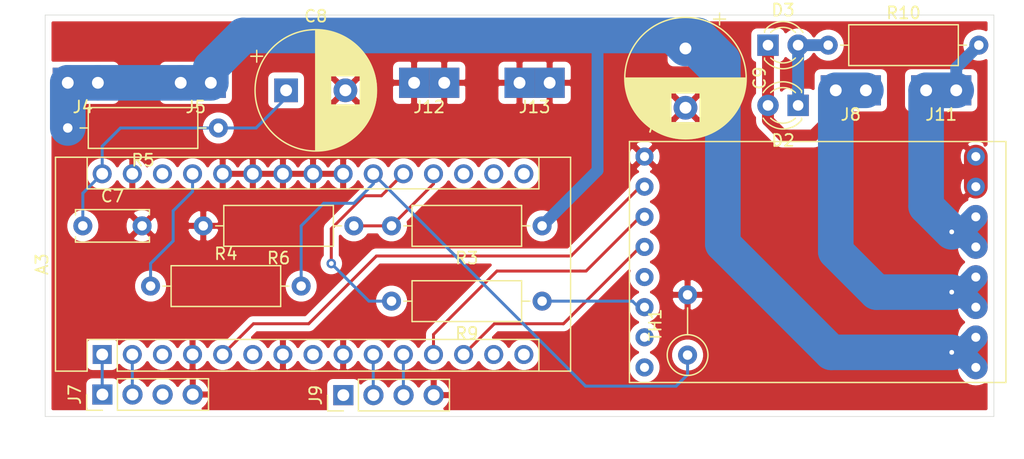
<source format=kicad_pcb>
(kicad_pcb (version 20171130) (host pcbnew "(5.1.12)-1")

  (general
    (thickness 1.6)
    (drawings 4)
    (tracks 109)
    (zones 0)
    (modules 22)
    (nets 33)
  )

  (page A4)
  (layers
    (0 F.Cu signal)
    (31 B.Cu signal)
    (32 B.Adhes user)
    (33 F.Adhes user)
    (34 B.Paste user)
    (35 F.Paste user)
    (36 B.SilkS user)
    (37 F.SilkS user)
    (38 B.Mask user)
    (39 F.Mask user)
    (40 Dwgs.User user)
    (41 Cmts.User user)
    (42 Eco1.User user)
    (43 Eco2.User user)
    (44 Edge.Cuts user)
    (45 Margin user)
    (46 B.CrtYd user)
    (47 F.CrtYd user)
    (48 B.Fab user)
    (49 F.Fab user)
  )

  (setup
    (last_trace_width 0.25)
    (trace_clearance 0.2)
    (zone_clearance 0.508)
    (zone_45_only no)
    (trace_min 0.2)
    (via_size 0.8)
    (via_drill 0.4)
    (via_min_size 0.4)
    (via_min_drill 0.3)
    (uvia_size 0.3)
    (uvia_drill 0.1)
    (uvias_allowed no)
    (uvia_min_size 0.2)
    (uvia_min_drill 0.1)
    (edge_width 0.05)
    (segment_width 0.2)
    (pcb_text_width 0.3)
    (pcb_text_size 1.5 1.5)
    (mod_edge_width 0.12)
    (mod_text_size 1 1)
    (mod_text_width 0.15)
    (pad_size 1.524 1.524)
    (pad_drill 0.762)
    (pad_to_mask_clearance 0)
    (aux_axis_origin 0 0)
    (visible_elements 7FFFFFFF)
    (pcbplotparams
      (layerselection 0x010fc_ffffffff)
      (usegerberextensions true)
      (usegerberattributes true)
      (usegerberadvancedattributes true)
      (creategerberjobfile true)
      (excludeedgelayer true)
      (linewidth 0.100000)
      (plotframeref false)
      (viasonmask false)
      (mode 1)
      (useauxorigin false)
      (hpglpennumber 1)
      (hpglpenspeed 20)
      (hpglpendiameter 15.000000)
      (psnegative false)
      (psa4output false)
      (plotreference true)
      (plotvalue true)
      (plotinvisibletext false)
      (padsonsilk false)
      (subtractmaskfromsilk false)
      (outputformat 1)
      (mirror false)
      (drillshape 0)
      (scaleselection 1)
      (outputdirectory "pypilot-motor/"))
  )

  (net 0 "")
  (net 1 GND)
  (net 2 "Net-(A3-Pad2)")
  (net 3 "Net-(A3-Pad1)")
  (net 4 +12V)
  (net 5 "Net-(A3-Pad16)")
  (net 6 "Net-(A3-Pad15)")
  (net 7 "Net-(A3-Pad30)")
  (net 8 "Net-(A3-Pad14)")
  (net 9 ~SLP)
  (net 10 "Net-(A3-Pad28)")
  (net 11 PWM)
  (net 12 "Net-(A3-Pad27)")
  (net 13 "Net-(A3-Pad11)")
  (net 14 "Net-(A3-Pad10)")
  (net 15 "Net-(A3-Pad8)")
  (net 16 "Net-(A3-Pad6)")
  (net 17 "Net-(A3-Pad21)")
  (net 18 DIR)
  (net 19 "Net-(A3-Pad20)")
  (net 20 "Net-(A3-Pad19)")
  (net 21 "Net-(A3-Pad3)")
  (net 22 "Net-(A3-Pad18)")
  (net 23 "Net-(A3-Pad17)")
  (net 24 /MOTORA)
  (net 25 /MOTORB)
  (net 26 "Net-(A4-Pad13)")
  (net 27 "Net-(A4-Pad14)")
  (net 28 "Net-(A4-Pad15)")
  (net 29 "Net-(A4-Pad16)")
  (net 30 "Net-(J7-Pad3)")
  (net 31 "Net-(J9-Pad1)")
  (net 32 "Net-(D2-Pad1)")

  (net_class Default "This is the default net class."
    (clearance 0.2)
    (trace_width 0.25)
    (via_dia 0.8)
    (via_drill 0.4)
    (uvia_dia 0.3)
    (uvia_drill 0.1)
    (add_net DIR)
    (add_net "Net-(A3-Pad1)")
    (add_net "Net-(A3-Pad10)")
    (add_net "Net-(A3-Pad11)")
    (add_net "Net-(A3-Pad14)")
    (add_net "Net-(A3-Pad15)")
    (add_net "Net-(A3-Pad16)")
    (add_net "Net-(A3-Pad17)")
    (add_net "Net-(A3-Pad18)")
    (add_net "Net-(A3-Pad19)")
    (add_net "Net-(A3-Pad2)")
    (add_net "Net-(A3-Pad20)")
    (add_net "Net-(A3-Pad21)")
    (add_net "Net-(A3-Pad27)")
    (add_net "Net-(A3-Pad28)")
    (add_net "Net-(A3-Pad3)")
    (add_net "Net-(A3-Pad30)")
    (add_net "Net-(A3-Pad6)")
    (add_net "Net-(A3-Pad8)")
    (add_net "Net-(A4-Pad13)")
    (add_net "Net-(A4-Pad14)")
    (add_net "Net-(A4-Pad15)")
    (add_net "Net-(A4-Pad16)")
    (add_net "Net-(D2-Pad1)")
    (add_net "Net-(J7-Pad3)")
    (add_net "Net-(J9-Pad1)")
    (add_net PWM)
    (add_net ~SLP)
  )

  (net_class power ""
    (clearance 0.2)
    (trace_width 1)
    (via_dia 0.8)
    (via_drill 0.4)
    (uvia_dia 0.3)
    (uvia_drill 0.1)
    (add_net +12V)
    (add_net /MOTORA)
    (add_net /MOTORB)
    (add_net GND)
  )

  (module pypilot:tab (layer F.Cu) (tedit 629A4151) (tstamp 6296B1DD)
    (at 179.705 104.14 180)
    (path /62B25A22)
    (fp_text reference J11 (at 0 0.5) (layer F.SilkS)
      (effects (font (size 1 1) (thickness 0.15)))
    )
    (fp_text value "Motor B" (at 1.524 4.572) (layer F.Fab)
      (effects (font (size 1 1) (thickness 0.15)))
    )
    (pad 1 thru_hole rect (at 1.27 2.54 180) (size 2.54 2.54) (drill 1) (layers *.Cu *.Mask)
      (net 25 /MOTORB))
    (pad 1 thru_hole rect (at -1.27 2.54 180) (size 2.54 2.54) (drill 1) (layers *.Cu *.Mask)
      (net 25 /MOTORB))
  )

  (module pypilot:tab (layer F.Cu) (tedit 629A4151) (tstamp 6296B181)
    (at 172.085 104.14 180)
    (path /62B25155)
    (fp_text reference J8 (at 0 0.5) (layer F.SilkS)
      (effects (font (size 1 1) (thickness 0.15)))
    )
    (fp_text value "Motor A" (at 1.524 4.572) (layer F.Fab)
      (effects (font (size 1 1) (thickness 0.15)))
    )
    (pad 1 thru_hole rect (at 1.27 2.54 180) (size 2.54 2.54) (drill 1) (layers *.Cu *.Mask)
      (net 24 /MOTORA))
    (pad 1 thru_hole rect (at -1.27 2.54 180) (size 2.54 2.54) (drill 1) (layers *.Cu *.Mask)
      (net 24 /MOTORA))
  )

  (module Resistor_THT:R_Axial_DIN0309_L9.0mm_D3.2mm_P12.70mm_Horizontal (layer F.Cu) (tedit 5AE5139B) (tstamp 6296B257)
    (at 113.03 118.11)
    (descr "Resistor, Axial_DIN0309 series, Axial, Horizontal, pin pitch=12.7mm, 0.5W = 1/2W, length*diameter=9*3.2mm^2, http://cdn-reichelt.de/documents/datenblatt/B400/1_4W%23YAG.pdf")
    (tags "Resistor Axial_DIN0309 series Axial Horizontal pin pitch 12.7mm 0.5W = 1/2W length 9mm diameter 3.2mm")
    (path /62BDCFE2)
    (fp_text reference R4 (at 6.35 -2.72) (layer F.SilkS)
      (effects (font (size 1 1) (thickness 0.15)))
    )
    (fp_text value 10k (at 6.35 2.72) (layer F.Fab)
      (effects (font (size 1 1) (thickness 0.15)))
    )
    (fp_text user %R (at 6.35 0) (layer F.Fab)
      (effects (font (size 1 1) (thickness 0.15)))
    )
    (fp_line (start 1.85 -1.6) (end 1.85 1.6) (layer F.Fab) (width 0.1))
    (fp_line (start 1.85 1.6) (end 10.85 1.6) (layer F.Fab) (width 0.1))
    (fp_line (start 10.85 1.6) (end 10.85 -1.6) (layer F.Fab) (width 0.1))
    (fp_line (start 10.85 -1.6) (end 1.85 -1.6) (layer F.Fab) (width 0.1))
    (fp_line (start 0 0) (end 1.85 0) (layer F.Fab) (width 0.1))
    (fp_line (start 12.7 0) (end 10.85 0) (layer F.Fab) (width 0.1))
    (fp_line (start 1.73 -1.72) (end 1.73 1.72) (layer F.SilkS) (width 0.12))
    (fp_line (start 1.73 1.72) (end 10.97 1.72) (layer F.SilkS) (width 0.12))
    (fp_line (start 10.97 1.72) (end 10.97 -1.72) (layer F.SilkS) (width 0.12))
    (fp_line (start 10.97 -1.72) (end 1.73 -1.72) (layer F.SilkS) (width 0.12))
    (fp_line (start 1.04 0) (end 1.73 0) (layer F.SilkS) (width 0.12))
    (fp_line (start 11.66 0) (end 10.97 0) (layer F.SilkS) (width 0.12))
    (fp_line (start -1.05 -1.85) (end -1.05 1.85) (layer F.CrtYd) (width 0.05))
    (fp_line (start -1.05 1.85) (end 13.75 1.85) (layer F.CrtYd) (width 0.05))
    (fp_line (start 13.75 1.85) (end 13.75 -1.85) (layer F.CrtYd) (width 0.05))
    (fp_line (start 13.75 -1.85) (end -1.05 -1.85) (layer F.CrtYd) (width 0.05))
    (pad 2 thru_hole oval (at 12.7 0) (size 1.6 1.6) (drill 0.8) (layers *.Cu *.Mask)
      (net 17 "Net-(A3-Pad21)"))
    (pad 1 thru_hole circle (at 0 0) (size 1.6 1.6) (drill 0.8) (layers *.Cu *.Mask)
      (net 12 "Net-(A3-Pad27)"))
    (model ${KISYS3DMOD}/Resistor_THT.3dshapes/R_Axial_DIN0309_L9.0mm_D3.2mm_P12.70mm_Horizontal.wrl
      (at (xyz 0 0 0))
      (scale (xyz 1 1 1))
      (rotate (xyz 0 0 0))
    )
  )

  (module Resistor_THT:R_Axial_DIN0309_L9.0mm_D3.2mm_P5.08mm_Vertical (layer F.Cu) (tedit 5AE5139B) (tstamp 6296B393)
    (at 158.3182 123.9266 90)
    (descr "Resistor, Axial_DIN0309 series, Axial, Vertical, pin pitch=5.08mm, 0.5W = 1/2W, length*diameter=9*3.2mm^2, http://cdn-reichelt.de/documents/datenblatt/B400/1_4W%23YAG.pdf")
    (tags "Resistor Axial_DIN0309 series Axial Vertical pin pitch 5.08mm 0.5W = 1/2W length 9mm diameter 3.2mm")
    (path /62BDD879)
    (fp_text reference TH1 (at 2.54 -2.72 90) (layer F.SilkS)
      (effects (font (size 1 1) (thickness 0.15)))
    )
    (fp_text value 10k (at 2.54 2.72 90) (layer F.Fab)
      (effects (font (size 1 1) (thickness 0.15)))
    )
    (fp_text user %R (at 2.54 -2.72 90) (layer F.Fab)
      (effects (font (size 1 1) (thickness 0.15)))
    )
    (fp_circle (center 0 0) (end 1.6 0) (layer F.Fab) (width 0.1))
    (fp_circle (center 0 0) (end 1.72 0) (layer F.SilkS) (width 0.12))
    (fp_line (start 0 0) (end 5.08 0) (layer F.Fab) (width 0.1))
    (fp_line (start 1.72 0) (end 3.98 0) (layer F.SilkS) (width 0.12))
    (fp_line (start -1.85 -1.85) (end -1.85 1.85) (layer F.CrtYd) (width 0.05))
    (fp_line (start -1.85 1.85) (end 6.13 1.85) (layer F.CrtYd) (width 0.05))
    (fp_line (start 6.13 1.85) (end 6.13 -1.85) (layer F.CrtYd) (width 0.05))
    (fp_line (start 6.13 -1.85) (end -1.85 -1.85) (layer F.CrtYd) (width 0.05))
    (pad 2 thru_hole oval (at 5.08 0 90) (size 1.6 1.6) (drill 0.8) (layers *.Cu *.Mask)
      (net 1 GND))
    (pad 1 thru_hole circle (at 0 0 90) (size 1.6 1.6) (drill 0.8) (layers *.Cu *.Mask)
      (net 17 "Net-(A3-Pad21)"))
    (model ${KISYS3DMOD}/Resistor_THT.3dshapes/R_Axial_DIN0309_L9.0mm_D3.2mm_P5.08mm_Vertical.wrl
      (at (xyz 0 0 0))
      (scale (xyz 1 1 1))
      (rotate (xyz 0 0 0))
    )
  )

  (module Resistor_THT:R_Axial_DIN0309_L9.0mm_D3.2mm_P12.70mm_Horizontal (layer F.Cu) (tedit 5AE5139B) (tstamp 6296B2CA)
    (at 146.05 119.38 180)
    (descr "Resistor, Axial_DIN0309 series, Axial, Horizontal, pin pitch=12.7mm, 0.5W = 1/2W, length*diameter=9*3.2mm^2, http://cdn-reichelt.de/documents/datenblatt/B400/1_4W%23YAG.pdf")
    (tags "Resistor Axial_DIN0309 series Axial Horizontal pin pitch 12.7mm 0.5W = 1/2W length 9mm diameter 3.2mm")
    (path /62BA0A8A)
    (fp_text reference R9 (at 6.35 -2.72) (layer F.SilkS)
      (effects (font (size 1 1) (thickness 0.15)))
    )
    (fp_text value 560 (at 6.35 2.72) (layer F.Fab)
      (effects (font (size 1 1) (thickness 0.15)))
    )
    (fp_text user %R (at 6.35 0) (layer F.Fab)
      (effects (font (size 1 1) (thickness 0.15)))
    )
    (fp_line (start 1.85 -1.6) (end 1.85 1.6) (layer F.Fab) (width 0.1))
    (fp_line (start 1.85 1.6) (end 10.85 1.6) (layer F.Fab) (width 0.1))
    (fp_line (start 10.85 1.6) (end 10.85 -1.6) (layer F.Fab) (width 0.1))
    (fp_line (start 10.85 -1.6) (end 1.85 -1.6) (layer F.Fab) (width 0.1))
    (fp_line (start 0 0) (end 1.85 0) (layer F.Fab) (width 0.1))
    (fp_line (start 12.7 0) (end 10.85 0) (layer F.Fab) (width 0.1))
    (fp_line (start 1.73 -1.72) (end 1.73 1.72) (layer F.SilkS) (width 0.12))
    (fp_line (start 1.73 1.72) (end 10.97 1.72) (layer F.SilkS) (width 0.12))
    (fp_line (start 10.97 1.72) (end 10.97 -1.72) (layer F.SilkS) (width 0.12))
    (fp_line (start 10.97 -1.72) (end 1.73 -1.72) (layer F.SilkS) (width 0.12))
    (fp_line (start 1.04 0) (end 1.73 0) (layer F.SilkS) (width 0.12))
    (fp_line (start 11.66 0) (end 10.97 0) (layer F.SilkS) (width 0.12))
    (fp_line (start -1.05 -1.85) (end -1.05 1.85) (layer F.CrtYd) (width 0.05))
    (fp_line (start -1.05 1.85) (end 13.75 1.85) (layer F.CrtYd) (width 0.05))
    (fp_line (start 13.75 1.85) (end 13.75 -1.85) (layer F.CrtYd) (width 0.05))
    (fp_line (start 13.75 -1.85) (end -1.05 -1.85) (layer F.CrtYd) (width 0.05))
    (pad 2 thru_hole oval (at 12.7 0 180) (size 1.6 1.6) (drill 0.8) (layers *.Cu *.Mask)
      (net 19 "Net-(A3-Pad20)"))
    (pad 1 thru_hole circle (at 0 0 180) (size 1.6 1.6) (drill 0.8) (layers *.Cu *.Mask)
      (net 27 "Net-(A4-Pad14)"))
    (model ${KISYS3DMOD}/Resistor_THT.3dshapes/R_Axial_DIN0309_L9.0mm_D3.2mm_P12.70mm_Horizontal.wrl
      (at (xyz 0 0 0))
      (scale (xyz 1 1 1))
      (rotate (xyz 0 0 0))
    )
  )

  (module Resistor_THT:R_Axial_DIN0309_L9.0mm_D3.2mm_P12.70mm_Horizontal (layer F.Cu) (tedit 5AE5139B) (tstamp 6296B285)
    (at 130.175 113.03 180)
    (descr "Resistor, Axial_DIN0309 series, Axial, Horizontal, pin pitch=12.7mm, 0.5W = 1/2W, length*diameter=9*3.2mm^2, http://cdn-reichelt.de/documents/datenblatt/B400/1_4W%23YAG.pdf")
    (tags "Resistor Axial_DIN0309 series Axial Horizontal pin pitch 12.7mm 0.5W = 1/2W length 9mm diameter 3.2mm")
    (path /62BC2914)
    (fp_text reference R6 (at 6.35 -2.72) (layer F.SilkS)
      (effects (font (size 1 1) (thickness 0.15)))
    )
    (fp_text value 560 (at 6.35 2.72) (layer F.Fab)
      (effects (font (size 1 1) (thickness 0.15)))
    )
    (fp_text user %R (at 6.35 0) (layer F.Fab)
      (effects (font (size 1 1) (thickness 0.15)))
    )
    (fp_line (start 1.85 -1.6) (end 1.85 1.6) (layer F.Fab) (width 0.1))
    (fp_line (start 1.85 1.6) (end 10.85 1.6) (layer F.Fab) (width 0.1))
    (fp_line (start 10.85 1.6) (end 10.85 -1.6) (layer F.Fab) (width 0.1))
    (fp_line (start 10.85 -1.6) (end 1.85 -1.6) (layer F.Fab) (width 0.1))
    (fp_line (start 0 0) (end 1.85 0) (layer F.Fab) (width 0.1))
    (fp_line (start 12.7 0) (end 10.85 0) (layer F.Fab) (width 0.1))
    (fp_line (start 1.73 -1.72) (end 1.73 1.72) (layer F.SilkS) (width 0.12))
    (fp_line (start 1.73 1.72) (end 10.97 1.72) (layer F.SilkS) (width 0.12))
    (fp_line (start 10.97 1.72) (end 10.97 -1.72) (layer F.SilkS) (width 0.12))
    (fp_line (start 10.97 -1.72) (end 1.73 -1.72) (layer F.SilkS) (width 0.12))
    (fp_line (start 1.04 0) (end 1.73 0) (layer F.SilkS) (width 0.12))
    (fp_line (start 11.66 0) (end 10.97 0) (layer F.SilkS) (width 0.12))
    (fp_line (start -1.05 -1.85) (end -1.05 1.85) (layer F.CrtYd) (width 0.05))
    (fp_line (start -1.05 1.85) (end 13.75 1.85) (layer F.CrtYd) (width 0.05))
    (fp_line (start 13.75 1.85) (end 13.75 -1.85) (layer F.CrtYd) (width 0.05))
    (fp_line (start 13.75 -1.85) (end -1.05 -1.85) (layer F.CrtYd) (width 0.05))
    (pad 2 thru_hole oval (at 12.7 0 180) (size 1.6 1.6) (drill 0.8) (layers *.Cu *.Mask)
      (net 1 GND))
    (pad 1 thru_hole circle (at 0 0 180) (size 1.6 1.6) (drill 0.8) (layers *.Cu *.Mask)
      (net 20 "Net-(A3-Pad19)"))
    (model ${KISYS3DMOD}/Resistor_THT.3dshapes/R_Axial_DIN0309_L9.0mm_D3.2mm_P12.70mm_Horizontal.wrl
      (at (xyz 0 0 0))
      (scale (xyz 1 1 1))
      (rotate (xyz 0 0 0))
    )
  )

  (module Resistor_THT:R_Axial_DIN0309_L9.0mm_D3.2mm_P12.70mm_Horizontal (layer F.Cu) (tedit 5AE5139B) (tstamp 6296B26E)
    (at 118.745 104.775 180)
    (descr "Resistor, Axial_DIN0309 series, Axial, Horizontal, pin pitch=12.7mm, 0.5W = 1/2W, length*diameter=9*3.2mm^2, http://cdn-reichelt.de/documents/datenblatt/B400/1_4W%23YAG.pdf")
    (tags "Resistor Axial_DIN0309 series Axial Horizontal pin pitch 12.7mm 0.5W = 1/2W length 9mm diameter 3.2mm")
    (path /62B87275)
    (fp_text reference R5 (at 6.35 -2.72) (layer F.SilkS)
      (effects (font (size 1 1) (thickness 0.15)))
    )
    (fp_text value 100 (at 6.35 2.72) (layer F.Fab)
      (effects (font (size 1 1) (thickness 0.15)))
    )
    (fp_text user %R (at 6.35 0) (layer F.Fab)
      (effects (font (size 1 1) (thickness 0.15)))
    )
    (fp_line (start 1.85 -1.6) (end 1.85 1.6) (layer F.Fab) (width 0.1))
    (fp_line (start 1.85 1.6) (end 10.85 1.6) (layer F.Fab) (width 0.1))
    (fp_line (start 10.85 1.6) (end 10.85 -1.6) (layer F.Fab) (width 0.1))
    (fp_line (start 10.85 -1.6) (end 1.85 -1.6) (layer F.Fab) (width 0.1))
    (fp_line (start 0 0) (end 1.85 0) (layer F.Fab) (width 0.1))
    (fp_line (start 12.7 0) (end 10.85 0) (layer F.Fab) (width 0.1))
    (fp_line (start 1.73 -1.72) (end 1.73 1.72) (layer F.SilkS) (width 0.12))
    (fp_line (start 1.73 1.72) (end 10.97 1.72) (layer F.SilkS) (width 0.12))
    (fp_line (start 10.97 1.72) (end 10.97 -1.72) (layer F.SilkS) (width 0.12))
    (fp_line (start 10.97 -1.72) (end 1.73 -1.72) (layer F.SilkS) (width 0.12))
    (fp_line (start 1.04 0) (end 1.73 0) (layer F.SilkS) (width 0.12))
    (fp_line (start 11.66 0) (end 10.97 0) (layer F.SilkS) (width 0.12))
    (fp_line (start -1.05 -1.85) (end -1.05 1.85) (layer F.CrtYd) (width 0.05))
    (fp_line (start -1.05 1.85) (end 13.75 1.85) (layer F.CrtYd) (width 0.05))
    (fp_line (start 13.75 1.85) (end 13.75 -1.85) (layer F.CrtYd) (width 0.05))
    (fp_line (start 13.75 -1.85) (end -1.05 -1.85) (layer F.CrtYd) (width 0.05))
    (pad 2 thru_hole oval (at 12.7 0 180) (size 1.6 1.6) (drill 0.8) (layers *.Cu *.Mask)
      (net 4 +12V))
    (pad 1 thru_hole circle (at 0 0 180) (size 1.6 1.6) (drill 0.8) (layers *.Cu *.Mask)
      (net 7 "Net-(A3-Pad30)"))
    (model ${KISYS3DMOD}/Resistor_THT.3dshapes/R_Axial_DIN0309_L9.0mm_D3.2mm_P12.70mm_Horizontal.wrl
      (at (xyz 0 0 0))
      (scale (xyz 1 1 1))
      (rotate (xyz 0 0 0))
    )
  )

  (module Resistor_THT:R_Axial_DIN0309_L9.0mm_D3.2mm_P12.70mm_Horizontal (layer F.Cu) (tedit 5AE5139B) (tstamp 6296B240)
    (at 146.05 113.03 180)
    (descr "Resistor, Axial_DIN0309 series, Axial, Horizontal, pin pitch=12.7mm, 0.5W = 1/2W, length*diameter=9*3.2mm^2, http://cdn-reichelt.de/documents/datenblatt/B400/1_4W%23YAG.pdf")
    (tags "Resistor Axial_DIN0309 series Axial Horizontal pin pitch 12.7mm 0.5W = 1/2W length 9mm diameter 3.2mm")
    (path /62BC1C29)
    (fp_text reference R3 (at 6.35 -2.72) (layer F.SilkS)
      (effects (font (size 1 1) (thickness 0.15)))
    )
    (fp_text value 10k (at 6.35 2.72) (layer F.Fab)
      (effects (font (size 1 1) (thickness 0.15)))
    )
    (fp_text user %R (at 6.35 0) (layer F.Fab)
      (effects (font (size 1 1) (thickness 0.15)))
    )
    (fp_line (start 1.85 -1.6) (end 1.85 1.6) (layer F.Fab) (width 0.1))
    (fp_line (start 1.85 1.6) (end 10.85 1.6) (layer F.Fab) (width 0.1))
    (fp_line (start 10.85 1.6) (end 10.85 -1.6) (layer F.Fab) (width 0.1))
    (fp_line (start 10.85 -1.6) (end 1.85 -1.6) (layer F.Fab) (width 0.1))
    (fp_line (start 0 0) (end 1.85 0) (layer F.Fab) (width 0.1))
    (fp_line (start 12.7 0) (end 10.85 0) (layer F.Fab) (width 0.1))
    (fp_line (start 1.73 -1.72) (end 1.73 1.72) (layer F.SilkS) (width 0.12))
    (fp_line (start 1.73 1.72) (end 10.97 1.72) (layer F.SilkS) (width 0.12))
    (fp_line (start 10.97 1.72) (end 10.97 -1.72) (layer F.SilkS) (width 0.12))
    (fp_line (start 10.97 -1.72) (end 1.73 -1.72) (layer F.SilkS) (width 0.12))
    (fp_line (start 1.04 0) (end 1.73 0) (layer F.SilkS) (width 0.12))
    (fp_line (start 11.66 0) (end 10.97 0) (layer F.SilkS) (width 0.12))
    (fp_line (start -1.05 -1.85) (end -1.05 1.85) (layer F.CrtYd) (width 0.05))
    (fp_line (start -1.05 1.85) (end 13.75 1.85) (layer F.CrtYd) (width 0.05))
    (fp_line (start 13.75 1.85) (end 13.75 -1.85) (layer F.CrtYd) (width 0.05))
    (fp_line (start 13.75 -1.85) (end -1.05 -1.85) (layer F.CrtYd) (width 0.05))
    (pad 2 thru_hole oval (at 12.7 0 180) (size 1.6 1.6) (drill 0.8) (layers *.Cu *.Mask)
      (net 20 "Net-(A3-Pad19)"))
    (pad 1 thru_hole circle (at 0 0 180) (size 1.6 1.6) (drill 0.8) (layers *.Cu *.Mask)
      (net 4 +12V))
    (model ${KISYS3DMOD}/Resistor_THT.3dshapes/R_Axial_DIN0309_L9.0mm_D3.2mm_P12.70mm_Horizontal.wrl
      (at (xyz 0 0 0))
      (scale (xyz 1 1 1))
      (rotate (xyz 0 0 0))
    )
  )

  (module pypilot:tab (layer F.Cu) (tedit 629A4151) (tstamp 6296B1E9)
    (at 145.415 103.505 180)
    (path /6295A8A3)
    (fp_text reference J13 (at 0 0.5) (layer F.SilkS)
      (effects (font (size 1 1) (thickness 0.15)))
    )
    (fp_text value GND (at 1.524 4.572) (layer F.Fab)
      (effects (font (size 1 1) (thickness 0.15)))
    )
    (pad 1 thru_hole rect (at 1.27 2.54 180) (size 2.54 2.54) (drill 1) (layers *.Cu *.Mask)
      (net 1 GND))
    (pad 1 thru_hole rect (at -1.27 2.54 180) (size 2.54 2.54) (drill 1) (layers *.Cu *.Mask)
      (net 1 GND))
  )

  (module pypilot:tab (layer F.Cu) (tedit 629A4151) (tstamp 6296B1E3)
    (at 136.525 103.505 180)
    (path /6295A35A)
    (fp_text reference J12 (at 0 0.5) (layer F.SilkS)
      (effects (font (size 1 1) (thickness 0.15)))
    )
    (fp_text value GND (at 1.524 4.572) (layer F.Fab)
      (effects (font (size 1 1) (thickness 0.15)))
    )
    (pad 1 thru_hole rect (at 1.27 2.54 180) (size 2.54 2.54) (drill 1) (layers *.Cu *.Mask)
      (net 1 GND))
    (pad 1 thru_hole rect (at -1.27 2.54 180) (size 2.54 2.54) (drill 1) (layers *.Cu *.Mask)
      (net 1 GND))
  )

  (module Connector_PinHeader_2.54mm:PinHeader_1x04_P2.54mm_Vertical (layer F.Cu) (tedit 59FED5CC) (tstamp 6296B199)
    (at 129.286 127.3048 90)
    (descr "Through hole straight pin header, 1x04, 2.54mm pitch, single row")
    (tags "Through hole pin header THT 1x04 2.54mm single row")
    (path /62B4BF6E)
    (fp_text reference J9 (at 0 -2.33 90) (layer F.SilkS)
      (effects (font (size 1 1) (thickness 0.15)))
    )
    (fp_text value "End Stops" (at 0 13.97 180) (layer F.Fab)
      (effects (font (size 1 1) (thickness 0.15)))
    )
    (fp_text user %R (at 0 3.81) (layer F.Fab)
      (effects (font (size 1 1) (thickness 0.15)))
    )
    (fp_line (start -0.635 -1.27) (end 1.27 -1.27) (layer F.Fab) (width 0.1))
    (fp_line (start 1.27 -1.27) (end 1.27 8.89) (layer F.Fab) (width 0.1))
    (fp_line (start 1.27 8.89) (end -1.27 8.89) (layer F.Fab) (width 0.1))
    (fp_line (start -1.27 8.89) (end -1.27 -0.635) (layer F.Fab) (width 0.1))
    (fp_line (start -1.27 -0.635) (end -0.635 -1.27) (layer F.Fab) (width 0.1))
    (fp_line (start -1.33 8.95) (end 1.33 8.95) (layer F.SilkS) (width 0.12))
    (fp_line (start -1.33 1.27) (end -1.33 8.95) (layer F.SilkS) (width 0.12))
    (fp_line (start 1.33 1.27) (end 1.33 8.95) (layer F.SilkS) (width 0.12))
    (fp_line (start -1.33 1.27) (end 1.33 1.27) (layer F.SilkS) (width 0.12))
    (fp_line (start -1.33 0) (end -1.33 -1.33) (layer F.SilkS) (width 0.12))
    (fp_line (start -1.33 -1.33) (end 0 -1.33) (layer F.SilkS) (width 0.12))
    (fp_line (start -1.8 -1.8) (end -1.8 9.4) (layer F.CrtYd) (width 0.05))
    (fp_line (start -1.8 9.4) (end 1.8 9.4) (layer F.CrtYd) (width 0.05))
    (fp_line (start 1.8 9.4) (end 1.8 -1.8) (layer F.CrtYd) (width 0.05))
    (fp_line (start 1.8 -1.8) (end -1.8 -1.8) (layer F.CrtYd) (width 0.05))
    (pad 4 thru_hole oval (at 0 7.62 90) (size 1.7 1.7) (drill 1) (layers *.Cu *.Mask)
      (net 1 GND))
    (pad 3 thru_hole oval (at 0 5.08 90) (size 1.7 1.7) (drill 1) (layers *.Cu *.Mask)
      (net 13 "Net-(A3-Pad11)"))
    (pad 2 thru_hole oval (at 0 2.54 90) (size 1.7 1.7) (drill 1) (layers *.Cu *.Mask)
      (net 14 "Net-(A3-Pad10)"))
    (pad 1 thru_hole rect (at 0 0 90) (size 1.7 1.7) (drill 1) (layers *.Cu *.Mask)
      (net 31 "Net-(J9-Pad1)"))
    (model ${KISYS3DMOD}/Connector_PinHeader_2.54mm.3dshapes/PinHeader_1x04_P2.54mm_Vertical.wrl
      (at (xyz 0 0 0))
      (scale (xyz 1 1 1))
      (rotate (xyz 0 0 0))
    )
  )

  (module Connector_PinHeader_2.54mm:PinHeader_1x04_P2.54mm_Vertical (layer F.Cu) (tedit 59FED5CC) (tstamp 6296B17B)
    (at 108.966 127.254 90)
    (descr "Through hole straight pin header, 1x04, 2.54mm pitch, single row")
    (tags "Through hole pin header THT 1x04 2.54mm single row")
    (path /6298F05E)
    (fp_text reference J7 (at 0 -2.33 90) (layer F.SilkS)
      (effects (font (size 1 1) (thickness 0.15)))
    )
    (fp_text value 1x4 (at 0 9.95 90) (layer F.Fab)
      (effects (font (size 1 1) (thickness 0.15)))
    )
    (fp_text user %R (at 0 3.81) (layer F.Fab)
      (effects (font (size 1 1) (thickness 0.15)))
    )
    (fp_line (start -0.635 -1.27) (end 1.27 -1.27) (layer F.Fab) (width 0.1))
    (fp_line (start 1.27 -1.27) (end 1.27 8.89) (layer F.Fab) (width 0.1))
    (fp_line (start 1.27 8.89) (end -1.27 8.89) (layer F.Fab) (width 0.1))
    (fp_line (start -1.27 8.89) (end -1.27 -0.635) (layer F.Fab) (width 0.1))
    (fp_line (start -1.27 -0.635) (end -0.635 -1.27) (layer F.Fab) (width 0.1))
    (fp_line (start -1.33 8.95) (end 1.33 8.95) (layer F.SilkS) (width 0.12))
    (fp_line (start -1.33 1.27) (end -1.33 8.95) (layer F.SilkS) (width 0.12))
    (fp_line (start 1.33 1.27) (end 1.33 8.95) (layer F.SilkS) (width 0.12))
    (fp_line (start -1.33 1.27) (end 1.33 1.27) (layer F.SilkS) (width 0.12))
    (fp_line (start -1.33 0) (end -1.33 -1.33) (layer F.SilkS) (width 0.12))
    (fp_line (start -1.33 -1.33) (end 0 -1.33) (layer F.SilkS) (width 0.12))
    (fp_line (start -1.8 -1.8) (end -1.8 9.4) (layer F.CrtYd) (width 0.05))
    (fp_line (start -1.8 9.4) (end 1.8 9.4) (layer F.CrtYd) (width 0.05))
    (fp_line (start 1.8 9.4) (end 1.8 -1.8) (layer F.CrtYd) (width 0.05))
    (fp_line (start 1.8 -1.8) (end -1.8 -1.8) (layer F.CrtYd) (width 0.05))
    (pad 4 thru_hole oval (at 0 7.62 90) (size 1.7 1.7) (drill 1) (layers *.Cu *.Mask)
      (net 1 GND))
    (pad 3 thru_hole oval (at 0 5.08 90) (size 1.7 1.7) (drill 1) (layers *.Cu *.Mask)
      (net 30 "Net-(J7-Pad3)"))
    (pad 2 thru_hole oval (at 0 2.54 90) (size 1.7 1.7) (drill 1) (layers *.Cu *.Mask)
      (net 2 "Net-(A3-Pad2)"))
    (pad 1 thru_hole rect (at 0 0 90) (size 1.7 1.7) (drill 1) (layers *.Cu *.Mask)
      (net 3 "Net-(A3-Pad1)"))
    (model ${KISYS3DMOD}/Connector_PinHeader_2.54mm.3dshapes/PinHeader_1x04_P2.54mm_Vertical.wrl
      (at (xyz 0 0 0))
      (scale (xyz 1 1 1))
      (rotate (xyz 0 0 0))
    )
  )

  (module pypilot:tab (layer F.Cu) (tedit 629A4151) (tstamp 6296B14B)
    (at 116.84 103.505 180)
    (path /6295A14D)
    (fp_text reference J5 (at 0 0.5) (layer F.SilkS)
      (effects (font (size 1 1) (thickness 0.15)))
    )
    (fp_text value 12V (at 1.524 4.572) (layer F.Fab)
      (effects (font (size 1 1) (thickness 0.15)))
    )
    (pad 1 thru_hole rect (at 1.27 2.54 180) (size 2.54 2.54) (drill 1) (layers *.Cu *.Mask)
      (net 4 +12V))
    (pad 1 thru_hole rect (at -1.27 2.54 180) (size 2.54 2.54) (drill 1) (layers *.Cu *.Mask)
      (net 4 +12V))
  )

  (module pypilot:tab (layer F.Cu) (tedit 629A4151) (tstamp 6296B145)
    (at 107.315 103.505 180)
    (path /62959C2F)
    (fp_text reference J4 (at 0 0.5) (layer F.SilkS)
      (effects (font (size 1 1) (thickness 0.15)))
    )
    (fp_text value 12V (at 1.524 4.572) (layer F.Fab)
      (effects (font (size 1 1) (thickness 0.15)))
    )
    (pad 1 thru_hole rect (at 1.27 2.54 180) (size 2.54 2.54) (drill 1) (layers *.Cu *.Mask)
      (net 4 +12V))
    (pad 1 thru_hole rect (at -1.27 2.54 180) (size 2.54 2.54) (drill 1) (layers *.Cu *.Mask)
      (net 4 +12V))
  )

  (module Capacitor_THT:CP_Radial_D10.0mm_P5.00mm (layer F.Cu) (tedit 5AE50EF1) (tstamp 6296B0F6)
    (at 158.1404 98.0694 270)
    (descr "CP, Radial series, Radial, pin pitch=5.00mm, , diameter=10mm, Electrolytic Capacitor")
    (tags "CP Radial series Radial pin pitch 5.00mm  diameter 10mm Electrolytic Capacitor")
    (path /62990DED)
    (fp_text reference C9 (at 2.5 -6.25 90) (layer F.SilkS)
      (effects (font (size 1 1) (thickness 0.15)))
    )
    (fp_text value 470uF (at 2.5 6.25 90) (layer F.Fab)
      (effects (font (size 1 1) (thickness 0.15)))
    )
    (fp_text user %R (at 2.5 0 90) (layer F.Fab)
      (effects (font (size 1 1) (thickness 0.15)))
    )
    (fp_circle (center 2.5 0) (end 7.5 0) (layer F.Fab) (width 0.1))
    (fp_circle (center 2.5 0) (end 7.62 0) (layer F.SilkS) (width 0.12))
    (fp_circle (center 2.5 0) (end 7.75 0) (layer F.CrtYd) (width 0.05))
    (fp_line (start -1.788861 -2.1875) (end -0.788861 -2.1875) (layer F.Fab) (width 0.1))
    (fp_line (start -1.288861 -2.6875) (end -1.288861 -1.6875) (layer F.Fab) (width 0.1))
    (fp_line (start 2.5 -5.08) (end 2.5 5.08) (layer F.SilkS) (width 0.12))
    (fp_line (start 2.54 -5.08) (end 2.54 5.08) (layer F.SilkS) (width 0.12))
    (fp_line (start 2.58 -5.08) (end 2.58 5.08) (layer F.SilkS) (width 0.12))
    (fp_line (start 2.62 -5.079) (end 2.62 5.079) (layer F.SilkS) (width 0.12))
    (fp_line (start 2.66 -5.078) (end 2.66 5.078) (layer F.SilkS) (width 0.12))
    (fp_line (start 2.7 -5.077) (end 2.7 5.077) (layer F.SilkS) (width 0.12))
    (fp_line (start 2.74 -5.075) (end 2.74 5.075) (layer F.SilkS) (width 0.12))
    (fp_line (start 2.78 -5.073) (end 2.78 5.073) (layer F.SilkS) (width 0.12))
    (fp_line (start 2.82 -5.07) (end 2.82 5.07) (layer F.SilkS) (width 0.12))
    (fp_line (start 2.86 -5.068) (end 2.86 5.068) (layer F.SilkS) (width 0.12))
    (fp_line (start 2.9 -5.065) (end 2.9 5.065) (layer F.SilkS) (width 0.12))
    (fp_line (start 2.94 -5.062) (end 2.94 5.062) (layer F.SilkS) (width 0.12))
    (fp_line (start 2.98 -5.058) (end 2.98 5.058) (layer F.SilkS) (width 0.12))
    (fp_line (start 3.02 -5.054) (end 3.02 5.054) (layer F.SilkS) (width 0.12))
    (fp_line (start 3.06 -5.05) (end 3.06 5.05) (layer F.SilkS) (width 0.12))
    (fp_line (start 3.1 -5.045) (end 3.1 5.045) (layer F.SilkS) (width 0.12))
    (fp_line (start 3.14 -5.04) (end 3.14 5.04) (layer F.SilkS) (width 0.12))
    (fp_line (start 3.18 -5.035) (end 3.18 5.035) (layer F.SilkS) (width 0.12))
    (fp_line (start 3.221 -5.03) (end 3.221 5.03) (layer F.SilkS) (width 0.12))
    (fp_line (start 3.261 -5.024) (end 3.261 5.024) (layer F.SilkS) (width 0.12))
    (fp_line (start 3.301 -5.018) (end 3.301 5.018) (layer F.SilkS) (width 0.12))
    (fp_line (start 3.341 -5.011) (end 3.341 5.011) (layer F.SilkS) (width 0.12))
    (fp_line (start 3.381 -5.004) (end 3.381 5.004) (layer F.SilkS) (width 0.12))
    (fp_line (start 3.421 -4.997) (end 3.421 4.997) (layer F.SilkS) (width 0.12))
    (fp_line (start 3.461 -4.99) (end 3.461 4.99) (layer F.SilkS) (width 0.12))
    (fp_line (start 3.501 -4.982) (end 3.501 4.982) (layer F.SilkS) (width 0.12))
    (fp_line (start 3.541 -4.974) (end 3.541 4.974) (layer F.SilkS) (width 0.12))
    (fp_line (start 3.581 -4.965) (end 3.581 4.965) (layer F.SilkS) (width 0.12))
    (fp_line (start 3.621 -4.956) (end 3.621 4.956) (layer F.SilkS) (width 0.12))
    (fp_line (start 3.661 -4.947) (end 3.661 4.947) (layer F.SilkS) (width 0.12))
    (fp_line (start 3.701 -4.938) (end 3.701 4.938) (layer F.SilkS) (width 0.12))
    (fp_line (start 3.741 -4.928) (end 3.741 4.928) (layer F.SilkS) (width 0.12))
    (fp_line (start 3.781 -4.918) (end 3.781 -1.241) (layer F.SilkS) (width 0.12))
    (fp_line (start 3.781 1.241) (end 3.781 4.918) (layer F.SilkS) (width 0.12))
    (fp_line (start 3.821 -4.907) (end 3.821 -1.241) (layer F.SilkS) (width 0.12))
    (fp_line (start 3.821 1.241) (end 3.821 4.907) (layer F.SilkS) (width 0.12))
    (fp_line (start 3.861 -4.897) (end 3.861 -1.241) (layer F.SilkS) (width 0.12))
    (fp_line (start 3.861 1.241) (end 3.861 4.897) (layer F.SilkS) (width 0.12))
    (fp_line (start 3.901 -4.885) (end 3.901 -1.241) (layer F.SilkS) (width 0.12))
    (fp_line (start 3.901 1.241) (end 3.901 4.885) (layer F.SilkS) (width 0.12))
    (fp_line (start 3.941 -4.874) (end 3.941 -1.241) (layer F.SilkS) (width 0.12))
    (fp_line (start 3.941 1.241) (end 3.941 4.874) (layer F.SilkS) (width 0.12))
    (fp_line (start 3.981 -4.862) (end 3.981 -1.241) (layer F.SilkS) (width 0.12))
    (fp_line (start 3.981 1.241) (end 3.981 4.862) (layer F.SilkS) (width 0.12))
    (fp_line (start 4.021 -4.85) (end 4.021 -1.241) (layer F.SilkS) (width 0.12))
    (fp_line (start 4.021 1.241) (end 4.021 4.85) (layer F.SilkS) (width 0.12))
    (fp_line (start 4.061 -4.837) (end 4.061 -1.241) (layer F.SilkS) (width 0.12))
    (fp_line (start 4.061 1.241) (end 4.061 4.837) (layer F.SilkS) (width 0.12))
    (fp_line (start 4.101 -4.824) (end 4.101 -1.241) (layer F.SilkS) (width 0.12))
    (fp_line (start 4.101 1.241) (end 4.101 4.824) (layer F.SilkS) (width 0.12))
    (fp_line (start 4.141 -4.811) (end 4.141 -1.241) (layer F.SilkS) (width 0.12))
    (fp_line (start 4.141 1.241) (end 4.141 4.811) (layer F.SilkS) (width 0.12))
    (fp_line (start 4.181 -4.797) (end 4.181 -1.241) (layer F.SilkS) (width 0.12))
    (fp_line (start 4.181 1.241) (end 4.181 4.797) (layer F.SilkS) (width 0.12))
    (fp_line (start 4.221 -4.783) (end 4.221 -1.241) (layer F.SilkS) (width 0.12))
    (fp_line (start 4.221 1.241) (end 4.221 4.783) (layer F.SilkS) (width 0.12))
    (fp_line (start 4.261 -4.768) (end 4.261 -1.241) (layer F.SilkS) (width 0.12))
    (fp_line (start 4.261 1.241) (end 4.261 4.768) (layer F.SilkS) (width 0.12))
    (fp_line (start 4.301 -4.754) (end 4.301 -1.241) (layer F.SilkS) (width 0.12))
    (fp_line (start 4.301 1.241) (end 4.301 4.754) (layer F.SilkS) (width 0.12))
    (fp_line (start 4.341 -4.738) (end 4.341 -1.241) (layer F.SilkS) (width 0.12))
    (fp_line (start 4.341 1.241) (end 4.341 4.738) (layer F.SilkS) (width 0.12))
    (fp_line (start 4.381 -4.723) (end 4.381 -1.241) (layer F.SilkS) (width 0.12))
    (fp_line (start 4.381 1.241) (end 4.381 4.723) (layer F.SilkS) (width 0.12))
    (fp_line (start 4.421 -4.707) (end 4.421 -1.241) (layer F.SilkS) (width 0.12))
    (fp_line (start 4.421 1.241) (end 4.421 4.707) (layer F.SilkS) (width 0.12))
    (fp_line (start 4.461 -4.69) (end 4.461 -1.241) (layer F.SilkS) (width 0.12))
    (fp_line (start 4.461 1.241) (end 4.461 4.69) (layer F.SilkS) (width 0.12))
    (fp_line (start 4.501 -4.674) (end 4.501 -1.241) (layer F.SilkS) (width 0.12))
    (fp_line (start 4.501 1.241) (end 4.501 4.674) (layer F.SilkS) (width 0.12))
    (fp_line (start 4.541 -4.657) (end 4.541 -1.241) (layer F.SilkS) (width 0.12))
    (fp_line (start 4.541 1.241) (end 4.541 4.657) (layer F.SilkS) (width 0.12))
    (fp_line (start 4.581 -4.639) (end 4.581 -1.241) (layer F.SilkS) (width 0.12))
    (fp_line (start 4.581 1.241) (end 4.581 4.639) (layer F.SilkS) (width 0.12))
    (fp_line (start 4.621 -4.621) (end 4.621 -1.241) (layer F.SilkS) (width 0.12))
    (fp_line (start 4.621 1.241) (end 4.621 4.621) (layer F.SilkS) (width 0.12))
    (fp_line (start 4.661 -4.603) (end 4.661 -1.241) (layer F.SilkS) (width 0.12))
    (fp_line (start 4.661 1.241) (end 4.661 4.603) (layer F.SilkS) (width 0.12))
    (fp_line (start 4.701 -4.584) (end 4.701 -1.241) (layer F.SilkS) (width 0.12))
    (fp_line (start 4.701 1.241) (end 4.701 4.584) (layer F.SilkS) (width 0.12))
    (fp_line (start 4.741 -4.564) (end 4.741 -1.241) (layer F.SilkS) (width 0.12))
    (fp_line (start 4.741 1.241) (end 4.741 4.564) (layer F.SilkS) (width 0.12))
    (fp_line (start 4.781 -4.545) (end 4.781 -1.241) (layer F.SilkS) (width 0.12))
    (fp_line (start 4.781 1.241) (end 4.781 4.545) (layer F.SilkS) (width 0.12))
    (fp_line (start 4.821 -4.525) (end 4.821 -1.241) (layer F.SilkS) (width 0.12))
    (fp_line (start 4.821 1.241) (end 4.821 4.525) (layer F.SilkS) (width 0.12))
    (fp_line (start 4.861 -4.504) (end 4.861 -1.241) (layer F.SilkS) (width 0.12))
    (fp_line (start 4.861 1.241) (end 4.861 4.504) (layer F.SilkS) (width 0.12))
    (fp_line (start 4.901 -4.483) (end 4.901 -1.241) (layer F.SilkS) (width 0.12))
    (fp_line (start 4.901 1.241) (end 4.901 4.483) (layer F.SilkS) (width 0.12))
    (fp_line (start 4.941 -4.462) (end 4.941 -1.241) (layer F.SilkS) (width 0.12))
    (fp_line (start 4.941 1.241) (end 4.941 4.462) (layer F.SilkS) (width 0.12))
    (fp_line (start 4.981 -4.44) (end 4.981 -1.241) (layer F.SilkS) (width 0.12))
    (fp_line (start 4.981 1.241) (end 4.981 4.44) (layer F.SilkS) (width 0.12))
    (fp_line (start 5.021 -4.417) (end 5.021 -1.241) (layer F.SilkS) (width 0.12))
    (fp_line (start 5.021 1.241) (end 5.021 4.417) (layer F.SilkS) (width 0.12))
    (fp_line (start 5.061 -4.395) (end 5.061 -1.241) (layer F.SilkS) (width 0.12))
    (fp_line (start 5.061 1.241) (end 5.061 4.395) (layer F.SilkS) (width 0.12))
    (fp_line (start 5.101 -4.371) (end 5.101 -1.241) (layer F.SilkS) (width 0.12))
    (fp_line (start 5.101 1.241) (end 5.101 4.371) (layer F.SilkS) (width 0.12))
    (fp_line (start 5.141 -4.347) (end 5.141 -1.241) (layer F.SilkS) (width 0.12))
    (fp_line (start 5.141 1.241) (end 5.141 4.347) (layer F.SilkS) (width 0.12))
    (fp_line (start 5.181 -4.323) (end 5.181 -1.241) (layer F.SilkS) (width 0.12))
    (fp_line (start 5.181 1.241) (end 5.181 4.323) (layer F.SilkS) (width 0.12))
    (fp_line (start 5.221 -4.298) (end 5.221 -1.241) (layer F.SilkS) (width 0.12))
    (fp_line (start 5.221 1.241) (end 5.221 4.298) (layer F.SilkS) (width 0.12))
    (fp_line (start 5.261 -4.273) (end 5.261 -1.241) (layer F.SilkS) (width 0.12))
    (fp_line (start 5.261 1.241) (end 5.261 4.273) (layer F.SilkS) (width 0.12))
    (fp_line (start 5.301 -4.247) (end 5.301 -1.241) (layer F.SilkS) (width 0.12))
    (fp_line (start 5.301 1.241) (end 5.301 4.247) (layer F.SilkS) (width 0.12))
    (fp_line (start 5.341 -4.221) (end 5.341 -1.241) (layer F.SilkS) (width 0.12))
    (fp_line (start 5.341 1.241) (end 5.341 4.221) (layer F.SilkS) (width 0.12))
    (fp_line (start 5.381 -4.194) (end 5.381 -1.241) (layer F.SilkS) (width 0.12))
    (fp_line (start 5.381 1.241) (end 5.381 4.194) (layer F.SilkS) (width 0.12))
    (fp_line (start 5.421 -4.166) (end 5.421 -1.241) (layer F.SilkS) (width 0.12))
    (fp_line (start 5.421 1.241) (end 5.421 4.166) (layer F.SilkS) (width 0.12))
    (fp_line (start 5.461 -4.138) (end 5.461 -1.241) (layer F.SilkS) (width 0.12))
    (fp_line (start 5.461 1.241) (end 5.461 4.138) (layer F.SilkS) (width 0.12))
    (fp_line (start 5.501 -4.11) (end 5.501 -1.241) (layer F.SilkS) (width 0.12))
    (fp_line (start 5.501 1.241) (end 5.501 4.11) (layer F.SilkS) (width 0.12))
    (fp_line (start 5.541 -4.08) (end 5.541 -1.241) (layer F.SilkS) (width 0.12))
    (fp_line (start 5.541 1.241) (end 5.541 4.08) (layer F.SilkS) (width 0.12))
    (fp_line (start 5.581 -4.05) (end 5.581 -1.241) (layer F.SilkS) (width 0.12))
    (fp_line (start 5.581 1.241) (end 5.581 4.05) (layer F.SilkS) (width 0.12))
    (fp_line (start 5.621 -4.02) (end 5.621 -1.241) (layer F.SilkS) (width 0.12))
    (fp_line (start 5.621 1.241) (end 5.621 4.02) (layer F.SilkS) (width 0.12))
    (fp_line (start 5.661 -3.989) (end 5.661 -1.241) (layer F.SilkS) (width 0.12))
    (fp_line (start 5.661 1.241) (end 5.661 3.989) (layer F.SilkS) (width 0.12))
    (fp_line (start 5.701 -3.957) (end 5.701 -1.241) (layer F.SilkS) (width 0.12))
    (fp_line (start 5.701 1.241) (end 5.701 3.957) (layer F.SilkS) (width 0.12))
    (fp_line (start 5.741 -3.925) (end 5.741 -1.241) (layer F.SilkS) (width 0.12))
    (fp_line (start 5.741 1.241) (end 5.741 3.925) (layer F.SilkS) (width 0.12))
    (fp_line (start 5.781 -3.892) (end 5.781 -1.241) (layer F.SilkS) (width 0.12))
    (fp_line (start 5.781 1.241) (end 5.781 3.892) (layer F.SilkS) (width 0.12))
    (fp_line (start 5.821 -3.858) (end 5.821 -1.241) (layer F.SilkS) (width 0.12))
    (fp_line (start 5.821 1.241) (end 5.821 3.858) (layer F.SilkS) (width 0.12))
    (fp_line (start 5.861 -3.824) (end 5.861 -1.241) (layer F.SilkS) (width 0.12))
    (fp_line (start 5.861 1.241) (end 5.861 3.824) (layer F.SilkS) (width 0.12))
    (fp_line (start 5.901 -3.789) (end 5.901 -1.241) (layer F.SilkS) (width 0.12))
    (fp_line (start 5.901 1.241) (end 5.901 3.789) (layer F.SilkS) (width 0.12))
    (fp_line (start 5.941 -3.753) (end 5.941 -1.241) (layer F.SilkS) (width 0.12))
    (fp_line (start 5.941 1.241) (end 5.941 3.753) (layer F.SilkS) (width 0.12))
    (fp_line (start 5.981 -3.716) (end 5.981 -1.241) (layer F.SilkS) (width 0.12))
    (fp_line (start 5.981 1.241) (end 5.981 3.716) (layer F.SilkS) (width 0.12))
    (fp_line (start 6.021 -3.679) (end 6.021 -1.241) (layer F.SilkS) (width 0.12))
    (fp_line (start 6.021 1.241) (end 6.021 3.679) (layer F.SilkS) (width 0.12))
    (fp_line (start 6.061 -3.64) (end 6.061 -1.241) (layer F.SilkS) (width 0.12))
    (fp_line (start 6.061 1.241) (end 6.061 3.64) (layer F.SilkS) (width 0.12))
    (fp_line (start 6.101 -3.601) (end 6.101 -1.241) (layer F.SilkS) (width 0.12))
    (fp_line (start 6.101 1.241) (end 6.101 3.601) (layer F.SilkS) (width 0.12))
    (fp_line (start 6.141 -3.561) (end 6.141 -1.241) (layer F.SilkS) (width 0.12))
    (fp_line (start 6.141 1.241) (end 6.141 3.561) (layer F.SilkS) (width 0.12))
    (fp_line (start 6.181 -3.52) (end 6.181 -1.241) (layer F.SilkS) (width 0.12))
    (fp_line (start 6.181 1.241) (end 6.181 3.52) (layer F.SilkS) (width 0.12))
    (fp_line (start 6.221 -3.478) (end 6.221 -1.241) (layer F.SilkS) (width 0.12))
    (fp_line (start 6.221 1.241) (end 6.221 3.478) (layer F.SilkS) (width 0.12))
    (fp_line (start 6.261 -3.436) (end 6.261 3.436) (layer F.SilkS) (width 0.12))
    (fp_line (start 6.301 -3.392) (end 6.301 3.392) (layer F.SilkS) (width 0.12))
    (fp_line (start 6.341 -3.347) (end 6.341 3.347) (layer F.SilkS) (width 0.12))
    (fp_line (start 6.381 -3.301) (end 6.381 3.301) (layer F.SilkS) (width 0.12))
    (fp_line (start 6.421 -3.254) (end 6.421 3.254) (layer F.SilkS) (width 0.12))
    (fp_line (start 6.461 -3.206) (end 6.461 3.206) (layer F.SilkS) (width 0.12))
    (fp_line (start 6.501 -3.156) (end 6.501 3.156) (layer F.SilkS) (width 0.12))
    (fp_line (start 6.541 -3.106) (end 6.541 3.106) (layer F.SilkS) (width 0.12))
    (fp_line (start 6.581 -3.054) (end 6.581 3.054) (layer F.SilkS) (width 0.12))
    (fp_line (start 6.621 -3) (end 6.621 3) (layer F.SilkS) (width 0.12))
    (fp_line (start 6.661 -2.945) (end 6.661 2.945) (layer F.SilkS) (width 0.12))
    (fp_line (start 6.701 -2.889) (end 6.701 2.889) (layer F.SilkS) (width 0.12))
    (fp_line (start 6.741 -2.83) (end 6.741 2.83) (layer F.SilkS) (width 0.12))
    (fp_line (start 6.781 -2.77) (end 6.781 2.77) (layer F.SilkS) (width 0.12))
    (fp_line (start 6.821 -2.709) (end 6.821 2.709) (layer F.SilkS) (width 0.12))
    (fp_line (start 6.861 -2.645) (end 6.861 2.645) (layer F.SilkS) (width 0.12))
    (fp_line (start 6.901 -2.579) (end 6.901 2.579) (layer F.SilkS) (width 0.12))
    (fp_line (start 6.941 -2.51) (end 6.941 2.51) (layer F.SilkS) (width 0.12))
    (fp_line (start 6.981 -2.439) (end 6.981 2.439) (layer F.SilkS) (width 0.12))
    (fp_line (start 7.021 -2.365) (end 7.021 2.365) (layer F.SilkS) (width 0.12))
    (fp_line (start 7.061 -2.289) (end 7.061 2.289) (layer F.SilkS) (width 0.12))
    (fp_line (start 7.101 -2.209) (end 7.101 2.209) (layer F.SilkS) (width 0.12))
    (fp_line (start 7.141 -2.125) (end 7.141 2.125) (layer F.SilkS) (width 0.12))
    (fp_line (start 7.181 -2.037) (end 7.181 2.037) (layer F.SilkS) (width 0.12))
    (fp_line (start 7.221 -1.944) (end 7.221 1.944) (layer F.SilkS) (width 0.12))
    (fp_line (start 7.261 -1.846) (end 7.261 1.846) (layer F.SilkS) (width 0.12))
    (fp_line (start 7.301 -1.742) (end 7.301 1.742) (layer F.SilkS) (width 0.12))
    (fp_line (start 7.341 -1.63) (end 7.341 1.63) (layer F.SilkS) (width 0.12))
    (fp_line (start 7.381 -1.51) (end 7.381 1.51) (layer F.SilkS) (width 0.12))
    (fp_line (start 7.421 -1.378) (end 7.421 1.378) (layer F.SilkS) (width 0.12))
    (fp_line (start 7.461 -1.23) (end 7.461 1.23) (layer F.SilkS) (width 0.12))
    (fp_line (start 7.501 -1.062) (end 7.501 1.062) (layer F.SilkS) (width 0.12))
    (fp_line (start 7.541 -0.862) (end 7.541 0.862) (layer F.SilkS) (width 0.12))
    (fp_line (start 7.581 -0.599) (end 7.581 0.599) (layer F.SilkS) (width 0.12))
    (fp_line (start -2.979646 -2.875) (end -1.979646 -2.875) (layer F.SilkS) (width 0.12))
    (fp_line (start -2.479646 -3.375) (end -2.479646 -2.375) (layer F.SilkS) (width 0.12))
    (pad 2 thru_hole circle (at 5 0 270) (size 2 2) (drill 1) (layers *.Cu *.Mask)
      (net 1 GND))
    (pad 1 thru_hole rect (at 0 0 270) (size 2 2) (drill 1) (layers *.Cu *.Mask)
      (net 4 +12V))
    (model ${KISYS3DMOD}/Capacitor_THT.3dshapes/CP_Radial_D10.0mm_P5.00mm.wrl
      (at (xyz 0 0 0))
      (scale (xyz 1 1 1))
      (rotate (xyz 0 0 0))
    )
  )

  (module Capacitor_THT:CP_Radial_D10.0mm_P5.00mm (layer F.Cu) (tedit 5AE50EF1) (tstamp 6296D9CE)
    (at 124.46 101.6)
    (descr "CP, Radial series, Radial, pin pitch=5.00mm, , diameter=10mm, Electrolytic Capacitor")
    (tags "CP Radial series Radial pin pitch 5.00mm  diameter 10mm Electrolytic Capacitor")
    (path /62991B7F)
    (fp_text reference C8 (at 2.5 -6.25) (layer F.SilkS)
      (effects (font (size 1 1) (thickness 0.15)))
    )
    (fp_text value 10uF (at 2.5 6.25) (layer F.Fab)
      (effects (font (size 1 1) (thickness 0.15)))
    )
    (fp_text user %R (at 2.5 0) (layer F.Fab)
      (effects (font (size 1 1) (thickness 0.15)))
    )
    (fp_circle (center 2.5 0) (end 7.5 0) (layer F.Fab) (width 0.1))
    (fp_circle (center 2.5 0) (end 7.62 0) (layer F.SilkS) (width 0.12))
    (fp_circle (center 2.5 0) (end 7.75 0) (layer F.CrtYd) (width 0.05))
    (fp_line (start -1.788861 -2.1875) (end -0.788861 -2.1875) (layer F.Fab) (width 0.1))
    (fp_line (start -1.288861 -2.6875) (end -1.288861 -1.6875) (layer F.Fab) (width 0.1))
    (fp_line (start 2.5 -5.08) (end 2.5 5.08) (layer F.SilkS) (width 0.12))
    (fp_line (start 2.54 -5.08) (end 2.54 5.08) (layer F.SilkS) (width 0.12))
    (fp_line (start 2.58 -5.08) (end 2.58 5.08) (layer F.SilkS) (width 0.12))
    (fp_line (start 2.62 -5.079) (end 2.62 5.079) (layer F.SilkS) (width 0.12))
    (fp_line (start 2.66 -5.078) (end 2.66 5.078) (layer F.SilkS) (width 0.12))
    (fp_line (start 2.7 -5.077) (end 2.7 5.077) (layer F.SilkS) (width 0.12))
    (fp_line (start 2.74 -5.075) (end 2.74 5.075) (layer F.SilkS) (width 0.12))
    (fp_line (start 2.78 -5.073) (end 2.78 5.073) (layer F.SilkS) (width 0.12))
    (fp_line (start 2.82 -5.07) (end 2.82 5.07) (layer F.SilkS) (width 0.12))
    (fp_line (start 2.86 -5.068) (end 2.86 5.068) (layer F.SilkS) (width 0.12))
    (fp_line (start 2.9 -5.065) (end 2.9 5.065) (layer F.SilkS) (width 0.12))
    (fp_line (start 2.94 -5.062) (end 2.94 5.062) (layer F.SilkS) (width 0.12))
    (fp_line (start 2.98 -5.058) (end 2.98 5.058) (layer F.SilkS) (width 0.12))
    (fp_line (start 3.02 -5.054) (end 3.02 5.054) (layer F.SilkS) (width 0.12))
    (fp_line (start 3.06 -5.05) (end 3.06 5.05) (layer F.SilkS) (width 0.12))
    (fp_line (start 3.1 -5.045) (end 3.1 5.045) (layer F.SilkS) (width 0.12))
    (fp_line (start 3.14 -5.04) (end 3.14 5.04) (layer F.SilkS) (width 0.12))
    (fp_line (start 3.18 -5.035) (end 3.18 5.035) (layer F.SilkS) (width 0.12))
    (fp_line (start 3.221 -5.03) (end 3.221 5.03) (layer F.SilkS) (width 0.12))
    (fp_line (start 3.261 -5.024) (end 3.261 5.024) (layer F.SilkS) (width 0.12))
    (fp_line (start 3.301 -5.018) (end 3.301 5.018) (layer F.SilkS) (width 0.12))
    (fp_line (start 3.341 -5.011) (end 3.341 5.011) (layer F.SilkS) (width 0.12))
    (fp_line (start 3.381 -5.004) (end 3.381 5.004) (layer F.SilkS) (width 0.12))
    (fp_line (start 3.421 -4.997) (end 3.421 4.997) (layer F.SilkS) (width 0.12))
    (fp_line (start 3.461 -4.99) (end 3.461 4.99) (layer F.SilkS) (width 0.12))
    (fp_line (start 3.501 -4.982) (end 3.501 4.982) (layer F.SilkS) (width 0.12))
    (fp_line (start 3.541 -4.974) (end 3.541 4.974) (layer F.SilkS) (width 0.12))
    (fp_line (start 3.581 -4.965) (end 3.581 4.965) (layer F.SilkS) (width 0.12))
    (fp_line (start 3.621 -4.956) (end 3.621 4.956) (layer F.SilkS) (width 0.12))
    (fp_line (start 3.661 -4.947) (end 3.661 4.947) (layer F.SilkS) (width 0.12))
    (fp_line (start 3.701 -4.938) (end 3.701 4.938) (layer F.SilkS) (width 0.12))
    (fp_line (start 3.741 -4.928) (end 3.741 4.928) (layer F.SilkS) (width 0.12))
    (fp_line (start 3.781 -4.918) (end 3.781 -1.241) (layer F.SilkS) (width 0.12))
    (fp_line (start 3.781 1.241) (end 3.781 4.918) (layer F.SilkS) (width 0.12))
    (fp_line (start 3.821 -4.907) (end 3.821 -1.241) (layer F.SilkS) (width 0.12))
    (fp_line (start 3.821 1.241) (end 3.821 4.907) (layer F.SilkS) (width 0.12))
    (fp_line (start 3.861 -4.897) (end 3.861 -1.241) (layer F.SilkS) (width 0.12))
    (fp_line (start 3.861 1.241) (end 3.861 4.897) (layer F.SilkS) (width 0.12))
    (fp_line (start 3.901 -4.885) (end 3.901 -1.241) (layer F.SilkS) (width 0.12))
    (fp_line (start 3.901 1.241) (end 3.901 4.885) (layer F.SilkS) (width 0.12))
    (fp_line (start 3.941 -4.874) (end 3.941 -1.241) (layer F.SilkS) (width 0.12))
    (fp_line (start 3.941 1.241) (end 3.941 4.874) (layer F.SilkS) (width 0.12))
    (fp_line (start 3.981 -4.862) (end 3.981 -1.241) (layer F.SilkS) (width 0.12))
    (fp_line (start 3.981 1.241) (end 3.981 4.862) (layer F.SilkS) (width 0.12))
    (fp_line (start 4.021 -4.85) (end 4.021 -1.241) (layer F.SilkS) (width 0.12))
    (fp_line (start 4.021 1.241) (end 4.021 4.85) (layer F.SilkS) (width 0.12))
    (fp_line (start 4.061 -4.837) (end 4.061 -1.241) (layer F.SilkS) (width 0.12))
    (fp_line (start 4.061 1.241) (end 4.061 4.837) (layer F.SilkS) (width 0.12))
    (fp_line (start 4.101 -4.824) (end 4.101 -1.241) (layer F.SilkS) (width 0.12))
    (fp_line (start 4.101 1.241) (end 4.101 4.824) (layer F.SilkS) (width 0.12))
    (fp_line (start 4.141 -4.811) (end 4.141 -1.241) (layer F.SilkS) (width 0.12))
    (fp_line (start 4.141 1.241) (end 4.141 4.811) (layer F.SilkS) (width 0.12))
    (fp_line (start 4.181 -4.797) (end 4.181 -1.241) (layer F.SilkS) (width 0.12))
    (fp_line (start 4.181 1.241) (end 4.181 4.797) (layer F.SilkS) (width 0.12))
    (fp_line (start 4.221 -4.783) (end 4.221 -1.241) (layer F.SilkS) (width 0.12))
    (fp_line (start 4.221 1.241) (end 4.221 4.783) (layer F.SilkS) (width 0.12))
    (fp_line (start 4.261 -4.768) (end 4.261 -1.241) (layer F.SilkS) (width 0.12))
    (fp_line (start 4.261 1.241) (end 4.261 4.768) (layer F.SilkS) (width 0.12))
    (fp_line (start 4.301 -4.754) (end 4.301 -1.241) (layer F.SilkS) (width 0.12))
    (fp_line (start 4.301 1.241) (end 4.301 4.754) (layer F.SilkS) (width 0.12))
    (fp_line (start 4.341 -4.738) (end 4.341 -1.241) (layer F.SilkS) (width 0.12))
    (fp_line (start 4.341 1.241) (end 4.341 4.738) (layer F.SilkS) (width 0.12))
    (fp_line (start 4.381 -4.723) (end 4.381 -1.241) (layer F.SilkS) (width 0.12))
    (fp_line (start 4.381 1.241) (end 4.381 4.723) (layer F.SilkS) (width 0.12))
    (fp_line (start 4.421 -4.707) (end 4.421 -1.241) (layer F.SilkS) (width 0.12))
    (fp_line (start 4.421 1.241) (end 4.421 4.707) (layer F.SilkS) (width 0.12))
    (fp_line (start 4.461 -4.69) (end 4.461 -1.241) (layer F.SilkS) (width 0.12))
    (fp_line (start 4.461 1.241) (end 4.461 4.69) (layer F.SilkS) (width 0.12))
    (fp_line (start 4.501 -4.674) (end 4.501 -1.241) (layer F.SilkS) (width 0.12))
    (fp_line (start 4.501 1.241) (end 4.501 4.674) (layer F.SilkS) (width 0.12))
    (fp_line (start 4.541 -4.657) (end 4.541 -1.241) (layer F.SilkS) (width 0.12))
    (fp_line (start 4.541 1.241) (end 4.541 4.657) (layer F.SilkS) (width 0.12))
    (fp_line (start 4.581 -4.639) (end 4.581 -1.241) (layer F.SilkS) (width 0.12))
    (fp_line (start 4.581 1.241) (end 4.581 4.639) (layer F.SilkS) (width 0.12))
    (fp_line (start 4.621 -4.621) (end 4.621 -1.241) (layer F.SilkS) (width 0.12))
    (fp_line (start 4.621 1.241) (end 4.621 4.621) (layer F.SilkS) (width 0.12))
    (fp_line (start 4.661 -4.603) (end 4.661 -1.241) (layer F.SilkS) (width 0.12))
    (fp_line (start 4.661 1.241) (end 4.661 4.603) (layer F.SilkS) (width 0.12))
    (fp_line (start 4.701 -4.584) (end 4.701 -1.241) (layer F.SilkS) (width 0.12))
    (fp_line (start 4.701 1.241) (end 4.701 4.584) (layer F.SilkS) (width 0.12))
    (fp_line (start 4.741 -4.564) (end 4.741 -1.241) (layer F.SilkS) (width 0.12))
    (fp_line (start 4.741 1.241) (end 4.741 4.564) (layer F.SilkS) (width 0.12))
    (fp_line (start 4.781 -4.545) (end 4.781 -1.241) (layer F.SilkS) (width 0.12))
    (fp_line (start 4.781 1.241) (end 4.781 4.545) (layer F.SilkS) (width 0.12))
    (fp_line (start 4.821 -4.525) (end 4.821 -1.241) (layer F.SilkS) (width 0.12))
    (fp_line (start 4.821 1.241) (end 4.821 4.525) (layer F.SilkS) (width 0.12))
    (fp_line (start 4.861 -4.504) (end 4.861 -1.241) (layer F.SilkS) (width 0.12))
    (fp_line (start 4.861 1.241) (end 4.861 4.504) (layer F.SilkS) (width 0.12))
    (fp_line (start 4.901 -4.483) (end 4.901 -1.241) (layer F.SilkS) (width 0.12))
    (fp_line (start 4.901 1.241) (end 4.901 4.483) (layer F.SilkS) (width 0.12))
    (fp_line (start 4.941 -4.462) (end 4.941 -1.241) (layer F.SilkS) (width 0.12))
    (fp_line (start 4.941 1.241) (end 4.941 4.462) (layer F.SilkS) (width 0.12))
    (fp_line (start 4.981 -4.44) (end 4.981 -1.241) (layer F.SilkS) (width 0.12))
    (fp_line (start 4.981 1.241) (end 4.981 4.44) (layer F.SilkS) (width 0.12))
    (fp_line (start 5.021 -4.417) (end 5.021 -1.241) (layer F.SilkS) (width 0.12))
    (fp_line (start 5.021 1.241) (end 5.021 4.417) (layer F.SilkS) (width 0.12))
    (fp_line (start 5.061 -4.395) (end 5.061 -1.241) (layer F.SilkS) (width 0.12))
    (fp_line (start 5.061 1.241) (end 5.061 4.395) (layer F.SilkS) (width 0.12))
    (fp_line (start 5.101 -4.371) (end 5.101 -1.241) (layer F.SilkS) (width 0.12))
    (fp_line (start 5.101 1.241) (end 5.101 4.371) (layer F.SilkS) (width 0.12))
    (fp_line (start 5.141 -4.347) (end 5.141 -1.241) (layer F.SilkS) (width 0.12))
    (fp_line (start 5.141 1.241) (end 5.141 4.347) (layer F.SilkS) (width 0.12))
    (fp_line (start 5.181 -4.323) (end 5.181 -1.241) (layer F.SilkS) (width 0.12))
    (fp_line (start 5.181 1.241) (end 5.181 4.323) (layer F.SilkS) (width 0.12))
    (fp_line (start 5.221 -4.298) (end 5.221 -1.241) (layer F.SilkS) (width 0.12))
    (fp_line (start 5.221 1.241) (end 5.221 4.298) (layer F.SilkS) (width 0.12))
    (fp_line (start 5.261 -4.273) (end 5.261 -1.241) (layer F.SilkS) (width 0.12))
    (fp_line (start 5.261 1.241) (end 5.261 4.273) (layer F.SilkS) (width 0.12))
    (fp_line (start 5.301 -4.247) (end 5.301 -1.241) (layer F.SilkS) (width 0.12))
    (fp_line (start 5.301 1.241) (end 5.301 4.247) (layer F.SilkS) (width 0.12))
    (fp_line (start 5.341 -4.221) (end 5.341 -1.241) (layer F.SilkS) (width 0.12))
    (fp_line (start 5.341 1.241) (end 5.341 4.221) (layer F.SilkS) (width 0.12))
    (fp_line (start 5.381 -4.194) (end 5.381 -1.241) (layer F.SilkS) (width 0.12))
    (fp_line (start 5.381 1.241) (end 5.381 4.194) (layer F.SilkS) (width 0.12))
    (fp_line (start 5.421 -4.166) (end 5.421 -1.241) (layer F.SilkS) (width 0.12))
    (fp_line (start 5.421 1.241) (end 5.421 4.166) (layer F.SilkS) (width 0.12))
    (fp_line (start 5.461 -4.138) (end 5.461 -1.241) (layer F.SilkS) (width 0.12))
    (fp_line (start 5.461 1.241) (end 5.461 4.138) (layer F.SilkS) (width 0.12))
    (fp_line (start 5.501 -4.11) (end 5.501 -1.241) (layer F.SilkS) (width 0.12))
    (fp_line (start 5.501 1.241) (end 5.501 4.11) (layer F.SilkS) (width 0.12))
    (fp_line (start 5.541 -4.08) (end 5.541 -1.241) (layer F.SilkS) (width 0.12))
    (fp_line (start 5.541 1.241) (end 5.541 4.08) (layer F.SilkS) (width 0.12))
    (fp_line (start 5.581 -4.05) (end 5.581 -1.241) (layer F.SilkS) (width 0.12))
    (fp_line (start 5.581 1.241) (end 5.581 4.05) (layer F.SilkS) (width 0.12))
    (fp_line (start 5.621 -4.02) (end 5.621 -1.241) (layer F.SilkS) (width 0.12))
    (fp_line (start 5.621 1.241) (end 5.621 4.02) (layer F.SilkS) (width 0.12))
    (fp_line (start 5.661 -3.989) (end 5.661 -1.241) (layer F.SilkS) (width 0.12))
    (fp_line (start 5.661 1.241) (end 5.661 3.989) (layer F.SilkS) (width 0.12))
    (fp_line (start 5.701 -3.957) (end 5.701 -1.241) (layer F.SilkS) (width 0.12))
    (fp_line (start 5.701 1.241) (end 5.701 3.957) (layer F.SilkS) (width 0.12))
    (fp_line (start 5.741 -3.925) (end 5.741 -1.241) (layer F.SilkS) (width 0.12))
    (fp_line (start 5.741 1.241) (end 5.741 3.925) (layer F.SilkS) (width 0.12))
    (fp_line (start 5.781 -3.892) (end 5.781 -1.241) (layer F.SilkS) (width 0.12))
    (fp_line (start 5.781 1.241) (end 5.781 3.892) (layer F.SilkS) (width 0.12))
    (fp_line (start 5.821 -3.858) (end 5.821 -1.241) (layer F.SilkS) (width 0.12))
    (fp_line (start 5.821 1.241) (end 5.821 3.858) (layer F.SilkS) (width 0.12))
    (fp_line (start 5.861 -3.824) (end 5.861 -1.241) (layer F.SilkS) (width 0.12))
    (fp_line (start 5.861 1.241) (end 5.861 3.824) (layer F.SilkS) (width 0.12))
    (fp_line (start 5.901 -3.789) (end 5.901 -1.241) (layer F.SilkS) (width 0.12))
    (fp_line (start 5.901 1.241) (end 5.901 3.789) (layer F.SilkS) (width 0.12))
    (fp_line (start 5.941 -3.753) (end 5.941 -1.241) (layer F.SilkS) (width 0.12))
    (fp_line (start 5.941 1.241) (end 5.941 3.753) (layer F.SilkS) (width 0.12))
    (fp_line (start 5.981 -3.716) (end 5.981 -1.241) (layer F.SilkS) (width 0.12))
    (fp_line (start 5.981 1.241) (end 5.981 3.716) (layer F.SilkS) (width 0.12))
    (fp_line (start 6.021 -3.679) (end 6.021 -1.241) (layer F.SilkS) (width 0.12))
    (fp_line (start 6.021 1.241) (end 6.021 3.679) (layer F.SilkS) (width 0.12))
    (fp_line (start 6.061 -3.64) (end 6.061 -1.241) (layer F.SilkS) (width 0.12))
    (fp_line (start 6.061 1.241) (end 6.061 3.64) (layer F.SilkS) (width 0.12))
    (fp_line (start 6.101 -3.601) (end 6.101 -1.241) (layer F.SilkS) (width 0.12))
    (fp_line (start 6.101 1.241) (end 6.101 3.601) (layer F.SilkS) (width 0.12))
    (fp_line (start 6.141 -3.561) (end 6.141 -1.241) (layer F.SilkS) (width 0.12))
    (fp_line (start 6.141 1.241) (end 6.141 3.561) (layer F.SilkS) (width 0.12))
    (fp_line (start 6.181 -3.52) (end 6.181 -1.241) (layer F.SilkS) (width 0.12))
    (fp_line (start 6.181 1.241) (end 6.181 3.52) (layer F.SilkS) (width 0.12))
    (fp_line (start 6.221 -3.478) (end 6.221 -1.241) (layer F.SilkS) (width 0.12))
    (fp_line (start 6.221 1.241) (end 6.221 3.478) (layer F.SilkS) (width 0.12))
    (fp_line (start 6.261 -3.436) (end 6.261 3.436) (layer F.SilkS) (width 0.12))
    (fp_line (start 6.301 -3.392) (end 6.301 3.392) (layer F.SilkS) (width 0.12))
    (fp_line (start 6.341 -3.347) (end 6.341 3.347) (layer F.SilkS) (width 0.12))
    (fp_line (start 6.381 -3.301) (end 6.381 3.301) (layer F.SilkS) (width 0.12))
    (fp_line (start 6.421 -3.254) (end 6.421 3.254) (layer F.SilkS) (width 0.12))
    (fp_line (start 6.461 -3.206) (end 6.461 3.206) (layer F.SilkS) (width 0.12))
    (fp_line (start 6.501 -3.156) (end 6.501 3.156) (layer F.SilkS) (width 0.12))
    (fp_line (start 6.541 -3.106) (end 6.541 3.106) (layer F.SilkS) (width 0.12))
    (fp_line (start 6.581 -3.054) (end 6.581 3.054) (layer F.SilkS) (width 0.12))
    (fp_line (start 6.621 -3) (end 6.621 3) (layer F.SilkS) (width 0.12))
    (fp_line (start 6.661 -2.945) (end 6.661 2.945) (layer F.SilkS) (width 0.12))
    (fp_line (start 6.701 -2.889) (end 6.701 2.889) (layer F.SilkS) (width 0.12))
    (fp_line (start 6.741 -2.83) (end 6.741 2.83) (layer F.SilkS) (width 0.12))
    (fp_line (start 6.781 -2.77) (end 6.781 2.77) (layer F.SilkS) (width 0.12))
    (fp_line (start 6.821 -2.709) (end 6.821 2.709) (layer F.SilkS) (width 0.12))
    (fp_line (start 6.861 -2.645) (end 6.861 2.645) (layer F.SilkS) (width 0.12))
    (fp_line (start 6.901 -2.579) (end 6.901 2.579) (layer F.SilkS) (width 0.12))
    (fp_line (start 6.941 -2.51) (end 6.941 2.51) (layer F.SilkS) (width 0.12))
    (fp_line (start 6.981 -2.439) (end 6.981 2.439) (layer F.SilkS) (width 0.12))
    (fp_line (start 7.021 -2.365) (end 7.021 2.365) (layer F.SilkS) (width 0.12))
    (fp_line (start 7.061 -2.289) (end 7.061 2.289) (layer F.SilkS) (width 0.12))
    (fp_line (start 7.101 -2.209) (end 7.101 2.209) (layer F.SilkS) (width 0.12))
    (fp_line (start 7.141 -2.125) (end 7.141 2.125) (layer F.SilkS) (width 0.12))
    (fp_line (start 7.181 -2.037) (end 7.181 2.037) (layer F.SilkS) (width 0.12))
    (fp_line (start 7.221 -1.944) (end 7.221 1.944) (layer F.SilkS) (width 0.12))
    (fp_line (start 7.261 -1.846) (end 7.261 1.846) (layer F.SilkS) (width 0.12))
    (fp_line (start 7.301 -1.742) (end 7.301 1.742) (layer F.SilkS) (width 0.12))
    (fp_line (start 7.341 -1.63) (end 7.341 1.63) (layer F.SilkS) (width 0.12))
    (fp_line (start 7.381 -1.51) (end 7.381 1.51) (layer F.SilkS) (width 0.12))
    (fp_line (start 7.421 -1.378) (end 7.421 1.378) (layer F.SilkS) (width 0.12))
    (fp_line (start 7.461 -1.23) (end 7.461 1.23) (layer F.SilkS) (width 0.12))
    (fp_line (start 7.501 -1.062) (end 7.501 1.062) (layer F.SilkS) (width 0.12))
    (fp_line (start 7.541 -0.862) (end 7.541 0.862) (layer F.SilkS) (width 0.12))
    (fp_line (start 7.581 -0.599) (end 7.581 0.599) (layer F.SilkS) (width 0.12))
    (fp_line (start -2.979646 -2.875) (end -1.979646 -2.875) (layer F.SilkS) (width 0.12))
    (fp_line (start -2.479646 -3.375) (end -2.479646 -2.375) (layer F.SilkS) (width 0.12))
    (pad 2 thru_hole circle (at 5 0) (size 2 2) (drill 1) (layers *.Cu *.Mask)
      (net 1 GND))
    (pad 1 thru_hole rect (at 0 0) (size 2 2) (drill 1) (layers *.Cu *.Mask)
      (net 7 "Net-(A3-Pad30)"))
    (model ${KISYS3DMOD}/Capacitor_THT.3dshapes/CP_Radial_D10.0mm_P5.00mm.wrl
      (at (xyz 0 0 0))
      (scale (xyz 1 1 1))
      (rotate (xyz 0 0 0))
    )
  )

  (module Capacitor_THT:C_Disc_D6.0mm_W2.5mm_P5.00mm (layer F.Cu) (tedit 5AE50EF0) (tstamp 6296AF5E)
    (at 107.315 113.03)
    (descr "C, Disc series, Radial, pin pitch=5.00mm, , diameter*width=6*2.5mm^2, Capacitor, http://cdn-reichelt.de/documents/datenblatt/B300/DS_KERKO_TC.pdf")
    (tags "C Disc series Radial pin pitch 5.00mm  diameter 6mm width 2.5mm Capacitor")
    (path /62968E1C)
    (fp_text reference C7 (at 2.5 -2.5) (layer F.SilkS)
      (effects (font (size 1 1) (thickness 0.15)))
    )
    (fp_text value 0.1uF (at 2.5 2.5) (layer F.Fab)
      (effects (font (size 1 1) (thickness 0.15)))
    )
    (fp_text user %R (at 2.5 0) (layer F.Fab)
      (effects (font (size 1 1) (thickness 0.15)))
    )
    (fp_line (start -0.5 -1.25) (end -0.5 1.25) (layer F.Fab) (width 0.1))
    (fp_line (start -0.5 1.25) (end 5.5 1.25) (layer F.Fab) (width 0.1))
    (fp_line (start 5.5 1.25) (end 5.5 -1.25) (layer F.Fab) (width 0.1))
    (fp_line (start 5.5 -1.25) (end -0.5 -1.25) (layer F.Fab) (width 0.1))
    (fp_line (start -0.62 -1.37) (end 5.62 -1.37) (layer F.SilkS) (width 0.12))
    (fp_line (start -0.62 1.37) (end 5.62 1.37) (layer F.SilkS) (width 0.12))
    (fp_line (start -0.62 -1.37) (end -0.62 -0.925) (layer F.SilkS) (width 0.12))
    (fp_line (start -0.62 0.925) (end -0.62 1.37) (layer F.SilkS) (width 0.12))
    (fp_line (start 5.62 -1.37) (end 5.62 -0.925) (layer F.SilkS) (width 0.12))
    (fp_line (start 5.62 0.925) (end 5.62 1.37) (layer F.SilkS) (width 0.12))
    (fp_line (start -1.05 -1.5) (end -1.05 1.5) (layer F.CrtYd) (width 0.05))
    (fp_line (start -1.05 1.5) (end 6.05 1.5) (layer F.CrtYd) (width 0.05))
    (fp_line (start 6.05 1.5) (end 6.05 -1.5) (layer F.CrtYd) (width 0.05))
    (fp_line (start 6.05 -1.5) (end -1.05 -1.5) (layer F.CrtYd) (width 0.05))
    (pad 2 thru_hole circle (at 5 0) (size 1.6 1.6) (drill 0.8) (layers *.Cu *.Mask)
      (net 1 GND))
    (pad 1 thru_hole circle (at 0 0) (size 1.6 1.6) (drill 0.8) (layers *.Cu *.Mask)
      (net 7 "Net-(A3-Pad30)"))
    (model ${KISYS3DMOD}/Capacitor_THT.3dshapes/C_Disc_D6.0mm_W2.5mm_P5.00mm.wrl
      (at (xyz 0 0 0))
      (scale (xyz 1 1 1))
      (rotate (xyz 0 0 0))
    )
  )

  (module pypilot:Pololu#2991 (layer F.Cu) (tedit 6293F2C6) (tstamp 6296AC99)
    (at 168.656 116.078)
    (path /629440DD)
    (fp_text reference A4 (at -12.7 -11.43) (layer F.SilkS)
      (effects (font (size 1 1) (thickness 0.15)))
    )
    (fp_text value pololu#2991 (at 12.7 11.43) (layer F.Fab)
      (effects (font (size 1 1) (thickness 0.15)))
    )
    (fp_line (start -15.24 10.16) (end 16.51 10.16) (layer F.SilkS) (width 0.12))
    (fp_line (start 16.51 10.16) (end 16.51 -10.16) (layer F.SilkS) (width 0.12))
    (fp_line (start 16.51 -10.16) (end -15.24 -10.16) (layer F.SilkS) (width 0.12))
    (fp_line (start -15.24 -10.16) (end -15.24 10.16) (layer F.SilkS) (width 0.12))
    (pad 1 thru_hole circle (at 13.97 8.89) (size 1.524 1.524) (drill 0.762) (layers *.Cu *.Mask)
      (net 4 +12V))
    (pad 2 thru_hole circle (at 13.97 6.35) (size 1.524 1.524) (drill 0.762) (layers *.Cu *.Mask)
      (net 4 +12V))
    (pad 3 thru_hole circle (at 13.97 3.81) (size 1.524 1.524) (drill 0.762) (layers *.Cu *.Mask)
      (net 24 /MOTORA))
    (pad 4 thru_hole circle (at 13.97 1.27) (size 1.524 1.524) (drill 0.762) (layers *.Cu *.Mask)
      (net 24 /MOTORA))
    (pad 5 thru_hole circle (at 13.97 -1.27) (size 1.524 1.524) (drill 0.762) (layers *.Cu *.Mask)
      (net 25 /MOTORB))
    (pad 6 thru_hole circle (at 13.97 -3.81) (size 1.524 1.524) (drill 0.762) (layers *.Cu *.Mask)
      (net 25 /MOTORB))
    (pad 7 thru_hole circle (at 13.97 -6.35) (size 1.524 1.524) (drill 0.762) (layers *.Cu *.Mask)
      (net 1 GND))
    (pad 8 thru_hole circle (at 13.97 -8.89) (size 1.524 1.524) (drill 0.762) (layers *.Cu *.Mask)
      (net 1 GND))
    (pad 9 thru_hole circle (at -13.97 -8.89) (size 1.524 1.524) (drill 0.762) (layers *.Cu *.Mask)
      (net 1 GND))
    (pad 10 thru_hole circle (at -13.97 -6.35) (size 1.524 1.524) (drill 0.762) (layers *.Cu *.Mask)
      (net 18 DIR))
    (pad 11 thru_hole circle (at -13.97 -3.81) (size 1.524 1.524) (drill 0.762) (layers *.Cu *.Mask)
      (net 11 PWM))
    (pad 12 thru_hole circle (at -13.97 -1.27) (size 1.524 1.524) (drill 0.762) (layers *.Cu *.Mask)
      (net 9 ~SLP))
    (pad 13 thru_hole circle (at -13.97 1.27) (size 1.524 1.524) (drill 0.762) (layers *.Cu *.Mask)
      (net 26 "Net-(A4-Pad13)"))
    (pad 14 thru_hole circle (at -13.97 3.81) (size 1.524 1.524) (drill 0.762) (layers *.Cu *.Mask)
      (net 27 "Net-(A4-Pad14)"))
    (pad 15 thru_hole circle (at -13.97 6.35) (size 1.524 1.524) (drill 0.762) (layers *.Cu *.Mask)
      (net 28 "Net-(A4-Pad15)"))
    (pad 16 thru_hole circle (at -13.97 8.89) (size 1.524 1.524) (drill 0.762) (layers *.Cu *.Mask)
      (net 29 "Net-(A4-Pad16)"))
  )

  (module Module:Arduino_Nano (layer F.Cu) (tedit 58ACAF70) (tstamp 6296AC81)
    (at 108.95 123.88 90)
    (descr "Arduino Nano, http://www.mouser.com/pdfdocs/Gravitech_Arduino_Nano3_0.pdf")
    (tags "Arduino Nano")
    (path /62940369)
    (fp_text reference A3 (at 7.62 -5.08 90) (layer F.SilkS)
      (effects (font (size 1 1) (thickness 0.15)))
    )
    (fp_text value Arduino_Nano (at 8.89 19.05) (layer F.Fab)
      (effects (font (size 1 1) (thickness 0.15)))
    )
    (fp_text user %R (at 6.35 19.05) (layer F.Fab)
      (effects (font (size 1 1) (thickness 0.15)))
    )
    (fp_line (start 1.27 1.27) (end 1.27 -1.27) (layer F.SilkS) (width 0.12))
    (fp_line (start 1.27 -1.27) (end -1.4 -1.27) (layer F.SilkS) (width 0.12))
    (fp_line (start -1.4 1.27) (end -1.4 39.5) (layer F.SilkS) (width 0.12))
    (fp_line (start -1.4 -3.94) (end -1.4 -1.27) (layer F.SilkS) (width 0.12))
    (fp_line (start 13.97 -1.27) (end 16.64 -1.27) (layer F.SilkS) (width 0.12))
    (fp_line (start 13.97 -1.27) (end 13.97 36.83) (layer F.SilkS) (width 0.12))
    (fp_line (start 13.97 36.83) (end 16.64 36.83) (layer F.SilkS) (width 0.12))
    (fp_line (start 1.27 1.27) (end -1.4 1.27) (layer F.SilkS) (width 0.12))
    (fp_line (start 1.27 1.27) (end 1.27 36.83) (layer F.SilkS) (width 0.12))
    (fp_line (start 1.27 36.83) (end -1.4 36.83) (layer F.SilkS) (width 0.12))
    (fp_line (start 3.81 31.75) (end 11.43 31.75) (layer F.Fab) (width 0.1))
    (fp_line (start 11.43 31.75) (end 11.43 41.91) (layer F.Fab) (width 0.1))
    (fp_line (start 11.43 41.91) (end 3.81 41.91) (layer F.Fab) (width 0.1))
    (fp_line (start 3.81 41.91) (end 3.81 31.75) (layer F.Fab) (width 0.1))
    (fp_line (start -1.4 39.5) (end 16.64 39.5) (layer F.SilkS) (width 0.12))
    (fp_line (start 16.64 39.5) (end 16.64 -3.94) (layer F.SilkS) (width 0.12))
    (fp_line (start 16.64 -3.94) (end -1.4 -3.94) (layer F.SilkS) (width 0.12))
    (fp_line (start 16.51 39.37) (end -1.27 39.37) (layer F.Fab) (width 0.1))
    (fp_line (start -1.27 39.37) (end -1.27 -2.54) (layer F.Fab) (width 0.1))
    (fp_line (start -1.27 -2.54) (end 0 -3.81) (layer F.Fab) (width 0.1))
    (fp_line (start 0 -3.81) (end 16.51 -3.81) (layer F.Fab) (width 0.1))
    (fp_line (start 16.51 -3.81) (end 16.51 39.37) (layer F.Fab) (width 0.1))
    (fp_line (start -1.53 -4.06) (end 16.75 -4.06) (layer F.CrtYd) (width 0.05))
    (fp_line (start -1.53 -4.06) (end -1.53 42.16) (layer F.CrtYd) (width 0.05))
    (fp_line (start 16.75 42.16) (end 16.75 -4.06) (layer F.CrtYd) (width 0.05))
    (fp_line (start 16.75 42.16) (end -1.53 42.16) (layer F.CrtYd) (width 0.05))
    (pad 16 thru_hole oval (at 15.24 35.56 90) (size 1.6 1.6) (drill 1) (layers *.Cu *.Mask)
      (net 5 "Net-(A3-Pad16)"))
    (pad 15 thru_hole oval (at 0 35.56 90) (size 1.6 1.6) (drill 1) (layers *.Cu *.Mask)
      (net 6 "Net-(A3-Pad15)"))
    (pad 30 thru_hole oval (at 15.24 0 90) (size 1.6 1.6) (drill 1) (layers *.Cu *.Mask)
      (net 7 "Net-(A3-Pad30)"))
    (pad 14 thru_hole oval (at 0 33.02 90) (size 1.6 1.6) (drill 1) (layers *.Cu *.Mask)
      (net 8 "Net-(A3-Pad14)"))
    (pad 29 thru_hole oval (at 15.24 2.54 90) (size 1.6 1.6) (drill 1) (layers *.Cu *.Mask)
      (net 1 GND))
    (pad 13 thru_hole oval (at 0 30.48 90) (size 1.6 1.6) (drill 1) (layers *.Cu *.Mask)
      (net 9 ~SLP))
    (pad 28 thru_hole oval (at 15.24 5.08 90) (size 1.6 1.6) (drill 1) (layers *.Cu *.Mask)
      (net 10 "Net-(A3-Pad28)"))
    (pad 12 thru_hole oval (at 0 27.94 90) (size 1.6 1.6) (drill 1) (layers *.Cu *.Mask)
      (net 11 PWM))
    (pad 27 thru_hole oval (at 15.24 7.62 90) (size 1.6 1.6) (drill 1) (layers *.Cu *.Mask)
      (net 12 "Net-(A3-Pad27)"))
    (pad 11 thru_hole oval (at 0 25.4 90) (size 1.6 1.6) (drill 1) (layers *.Cu *.Mask)
      (net 13 "Net-(A3-Pad11)"))
    (pad 26 thru_hole oval (at 15.24 10.16 90) (size 1.6 1.6) (drill 1) (layers *.Cu *.Mask)
      (net 1 GND))
    (pad 10 thru_hole oval (at 0 22.86 90) (size 1.6 1.6) (drill 1) (layers *.Cu *.Mask)
      (net 14 "Net-(A3-Pad10)"))
    (pad 25 thru_hole oval (at 15.24 12.7 90) (size 1.6 1.6) (drill 1) (layers *.Cu *.Mask)
      (net 1 GND))
    (pad 9 thru_hole oval (at 0 20.32 90) (size 1.6 1.6) (drill 1) (layers *.Cu *.Mask)
      (net 1 GND))
    (pad 24 thru_hole oval (at 15.24 15.24 90) (size 1.6 1.6) (drill 1) (layers *.Cu *.Mask)
      (net 1 GND))
    (pad 8 thru_hole oval (at 0 17.78 90) (size 1.6 1.6) (drill 1) (layers *.Cu *.Mask)
      (net 15 "Net-(A3-Pad8)"))
    (pad 23 thru_hole oval (at 15.24 17.78 90) (size 1.6 1.6) (drill 1) (layers *.Cu *.Mask)
      (net 1 GND))
    (pad 7 thru_hole oval (at 0 15.24 90) (size 1.6 1.6) (drill 1) (layers *.Cu *.Mask)
      (net 1 GND))
    (pad 22 thru_hole oval (at 15.24 20.32 90) (size 1.6 1.6) (drill 1) (layers *.Cu *.Mask)
      (net 1 GND))
    (pad 6 thru_hole oval (at 0 12.7 90) (size 1.6 1.6) (drill 1) (layers *.Cu *.Mask)
      (net 16 "Net-(A3-Pad6)"))
    (pad 21 thru_hole oval (at 15.24 22.86 90) (size 1.6 1.6) (drill 1) (layers *.Cu *.Mask)
      (net 17 "Net-(A3-Pad21)"))
    (pad 5 thru_hole oval (at 0 10.16 90) (size 1.6 1.6) (drill 1) (layers *.Cu *.Mask)
      (net 18 DIR))
    (pad 20 thru_hole oval (at 15.24 25.4 90) (size 1.6 1.6) (drill 1) (layers *.Cu *.Mask)
      (net 19 "Net-(A3-Pad20)"))
    (pad 4 thru_hole oval (at 0 7.62 90) (size 1.6 1.6) (drill 1) (layers *.Cu *.Mask)
      (net 1 GND))
    (pad 19 thru_hole oval (at 15.24 27.94 90) (size 1.6 1.6) (drill 1) (layers *.Cu *.Mask)
      (net 20 "Net-(A3-Pad19)"))
    (pad 3 thru_hole oval (at 0 5.08 90) (size 1.6 1.6) (drill 1) (layers *.Cu *.Mask)
      (net 21 "Net-(A3-Pad3)"))
    (pad 18 thru_hole oval (at 15.24 30.48 90) (size 1.6 1.6) (drill 1) (layers *.Cu *.Mask)
      (net 22 "Net-(A3-Pad18)"))
    (pad 2 thru_hole oval (at 0 2.54 90) (size 1.6 1.6) (drill 1) (layers *.Cu *.Mask)
      (net 2 "Net-(A3-Pad2)"))
    (pad 17 thru_hole oval (at 15.24 33.02 90) (size 1.6 1.6) (drill 1) (layers *.Cu *.Mask)
      (net 23 "Net-(A3-Pad17)"))
    (pad 1 thru_hole rect (at 0 0 90) (size 1.6 1.6) (drill 1) (layers *.Cu *.Mask)
      (net 3 "Net-(A3-Pad1)"))
    (model ${KISYS3DMOD}/Module.3dshapes/Arduino_Nano_WithMountingHoles.wrl
      (at (xyz 0 0 0))
      (scale (xyz 1 1 1))
      (rotate (xyz 0 0 0))
    )
  )

  (module LED_THT:LED_D3.0mm (layer F.Cu) (tedit 587A3A7B) (tstamp 629A5C1E)
    (at 167.64 102.87 180)
    (descr "LED, diameter 3.0mm, 2 pins")
    (tags "LED diameter 3.0mm 2 pins")
    (path /629AC801)
    (fp_text reference D2 (at 1.27 -2.96) (layer F.SilkS)
      (effects (font (size 1 1) (thickness 0.15)))
    )
    (fp_text value green (at 1.27 2.96) (layer F.Fab)
      (effects (font (size 1 1) (thickness 0.15)))
    )
    (fp_arc (start 1.27 0) (end 0.229039 1.08) (angle -87.9) (layer F.SilkS) (width 0.12))
    (fp_arc (start 1.27 0) (end 0.229039 -1.08) (angle 87.9) (layer F.SilkS) (width 0.12))
    (fp_arc (start 1.27 0) (end -0.29 1.235516) (angle -108.8) (layer F.SilkS) (width 0.12))
    (fp_arc (start 1.27 0) (end -0.29 -1.235516) (angle 108.8) (layer F.SilkS) (width 0.12))
    (fp_arc (start 1.27 0) (end -0.23 -1.16619) (angle 284.3) (layer F.Fab) (width 0.1))
    (fp_circle (center 1.27 0) (end 2.77 0) (layer F.Fab) (width 0.1))
    (fp_line (start -0.23 -1.16619) (end -0.23 1.16619) (layer F.Fab) (width 0.1))
    (fp_line (start -0.29 -1.236) (end -0.29 -1.08) (layer F.SilkS) (width 0.12))
    (fp_line (start -0.29 1.08) (end -0.29 1.236) (layer F.SilkS) (width 0.12))
    (fp_line (start -1.15 -2.25) (end -1.15 2.25) (layer F.CrtYd) (width 0.05))
    (fp_line (start -1.15 2.25) (end 3.7 2.25) (layer F.CrtYd) (width 0.05))
    (fp_line (start 3.7 2.25) (end 3.7 -2.25) (layer F.CrtYd) (width 0.05))
    (fp_line (start 3.7 -2.25) (end -1.15 -2.25) (layer F.CrtYd) (width 0.05))
    (pad 2 thru_hole circle (at 2.54 0 180) (size 1.8 1.8) (drill 0.9) (layers *.Cu *.Mask)
      (net 24 /MOTORA))
    (pad 1 thru_hole rect (at 0 0 180) (size 1.8 1.8) (drill 0.9) (layers *.Cu *.Mask)
      (net 32 "Net-(D2-Pad1)"))
    (model ${KISYS3DMOD}/LED_THT.3dshapes/LED_D3.0mm.wrl
      (at (xyz 0 0 0))
      (scale (xyz 1 1 1))
      (rotate (xyz 0 0 0))
    )
  )

  (module LED_THT:LED_D3.0mm (layer F.Cu) (tedit 587A3A7B) (tstamp 629A6ACB)
    (at 165.1 97.79)
    (descr "LED, diameter 3.0mm, 2 pins")
    (tags "LED diameter 3.0mm 2 pins")
    (path /629DDE80)
    (fp_text reference D3 (at 1.27 -2.96) (layer F.SilkS)
      (effects (font (size 1 1) (thickness 0.15)))
    )
    (fp_text value red (at 1.27 2.96) (layer F.Fab)
      (effects (font (size 1 1) (thickness 0.15)))
    )
    (fp_arc (start 1.27 0) (end 0.229039 1.08) (angle -87.9) (layer F.SilkS) (width 0.12))
    (fp_arc (start 1.27 0) (end 0.229039 -1.08) (angle 87.9) (layer F.SilkS) (width 0.12))
    (fp_arc (start 1.27 0) (end -0.29 1.235516) (angle -108.8) (layer F.SilkS) (width 0.12))
    (fp_arc (start 1.27 0) (end -0.29 -1.235516) (angle 108.8) (layer F.SilkS) (width 0.12))
    (fp_arc (start 1.27 0) (end -0.23 -1.16619) (angle 284.3) (layer F.Fab) (width 0.1))
    (fp_circle (center 1.27 0) (end 2.77 0) (layer F.Fab) (width 0.1))
    (fp_line (start -0.23 -1.16619) (end -0.23 1.16619) (layer F.Fab) (width 0.1))
    (fp_line (start -0.29 -1.236) (end -0.29 -1.08) (layer F.SilkS) (width 0.12))
    (fp_line (start -0.29 1.08) (end -0.29 1.236) (layer F.SilkS) (width 0.12))
    (fp_line (start -1.15 -2.25) (end -1.15 2.25) (layer F.CrtYd) (width 0.05))
    (fp_line (start -1.15 2.25) (end 3.7 2.25) (layer F.CrtYd) (width 0.05))
    (fp_line (start 3.7 2.25) (end 3.7 -2.25) (layer F.CrtYd) (width 0.05))
    (fp_line (start 3.7 -2.25) (end -1.15 -2.25) (layer F.CrtYd) (width 0.05))
    (pad 2 thru_hole circle (at 2.54 0) (size 1.8 1.8) (drill 0.9) (layers *.Cu *.Mask)
      (net 32 "Net-(D2-Pad1)"))
    (pad 1 thru_hole rect (at 0 0) (size 1.8 1.8) (drill 0.9) (layers *.Cu *.Mask)
      (net 24 /MOTORA))
    (model ${KISYS3DMOD}/LED_THT.3dshapes/LED_D3.0mm.wrl
      (at (xyz 0 0 0))
      (scale (xyz 1 1 1))
      (rotate (xyz 0 0 0))
    )
  )

  (module Resistor_THT:R_Axial_DIN0309_L9.0mm_D3.2mm_P12.70mm_Horizontal (layer F.Cu) (tedit 5AE5139B) (tstamp 629A686B)
    (at 170.18 97.79)
    (descr "Resistor, Axial_DIN0309 series, Axial, Horizontal, pin pitch=12.7mm, 0.5W = 1/2W, length*diameter=9*3.2mm^2, http://cdn-reichelt.de/documents/datenblatt/B400/1_4W%23YAG.pdf")
    (tags "Resistor Axial_DIN0309 series Axial Horizontal pin pitch 12.7mm 0.5W = 1/2W length 9mm diameter 3.2mm")
    (path /62A44FD6)
    (fp_text reference R10 (at 6.35 -2.72) (layer F.SilkS)
      (effects (font (size 1 1) (thickness 0.15)))
    )
    (fp_text value 560 (at 6.35 2.72) (layer F.Fab) hide
      (effects (font (size 1 1) (thickness 0.15)))
    )
    (fp_text user %R (at 6.35 0) (layer F.Fab)
      (effects (font (size 1 1) (thickness 0.15)))
    )
    (fp_line (start 1.85 -1.6) (end 1.85 1.6) (layer F.Fab) (width 0.1))
    (fp_line (start 1.85 1.6) (end 10.85 1.6) (layer F.Fab) (width 0.1))
    (fp_line (start 10.85 1.6) (end 10.85 -1.6) (layer F.Fab) (width 0.1))
    (fp_line (start 10.85 -1.6) (end 1.85 -1.6) (layer F.Fab) (width 0.1))
    (fp_line (start 0 0) (end 1.85 0) (layer F.Fab) (width 0.1))
    (fp_line (start 12.7 0) (end 10.85 0) (layer F.Fab) (width 0.1))
    (fp_line (start 1.73 -1.72) (end 1.73 1.72) (layer F.SilkS) (width 0.12))
    (fp_line (start 1.73 1.72) (end 10.97 1.72) (layer F.SilkS) (width 0.12))
    (fp_line (start 10.97 1.72) (end 10.97 -1.72) (layer F.SilkS) (width 0.12))
    (fp_line (start 10.97 -1.72) (end 1.73 -1.72) (layer F.SilkS) (width 0.12))
    (fp_line (start 1.04 0) (end 1.73 0) (layer F.SilkS) (width 0.12))
    (fp_line (start 11.66 0) (end 10.97 0) (layer F.SilkS) (width 0.12))
    (fp_line (start -1.05 -1.85) (end -1.05 1.85) (layer F.CrtYd) (width 0.05))
    (fp_line (start -1.05 1.85) (end 13.75 1.85) (layer F.CrtYd) (width 0.05))
    (fp_line (start 13.75 1.85) (end 13.75 -1.85) (layer F.CrtYd) (width 0.05))
    (fp_line (start 13.75 -1.85) (end -1.05 -1.85) (layer F.CrtYd) (width 0.05))
    (pad 2 thru_hole oval (at 12.7 0) (size 1.6 1.6) (drill 0.8) (layers *.Cu *.Mask)
      (net 25 /MOTORB))
    (pad 1 thru_hole circle (at 0 0) (size 1.6 1.6) (drill 0.8) (layers *.Cu *.Mask)
      (net 32 "Net-(D2-Pad1)"))
    (model ${KISYS3DMOD}/Resistor_THT.3dshapes/R_Axial_DIN0309_L9.0mm_D3.2mm_P12.70mm_Horizontal.wrl
      (at (xyz 0 0 0))
      (scale (xyz 1 1 1))
      (rotate (xyz 0 0 0))
    )
  )

  (gr_line (start 184.15 95.25) (end 104.14 95.25) (layer Edge.Cuts) (width 0.05) (tstamp 6296E5CF))
  (gr_line (start 184.15 129.1082) (end 184.15 95.25) (layer Edge.Cuts) (width 0.05))
  (gr_line (start 104.14 129.1082) (end 184.15 129.1082) (layer Edge.Cuts) (width 0.05))
  (gr_line (start 104.14 95.25) (end 104.14 129.1082) (layer Edge.Cuts) (width 0.05))

  (segment (start 182.626 107.188) (end 182.626 109.728) (width 2) (layer F.Cu) (net 1))
  (segment (start 111.49 127.365) (end 111.76 127.635) (width 0.25) (layer B.Cu) (net 2))
  (segment (start 111.49 123.88) (end 111.49 127.365) (width 0.25) (layer B.Cu) (net 2))
  (segment (start 108.95 127.365) (end 109.22 127.635) (width 0.25) (layer B.Cu) (net 3))
  (segment (start 108.95 123.88) (end 108.95 127.365) (width 0.25) (layer B.Cu) (net 3))
  (via (at 180.594 123.698) (size 0.8) (drill 0.4) (layers F.Cu B.Cu) (net 4))
  (segment (start 106.045 100.965) (end 108.585 100.965) (width 2.999999) (layer B.Cu) (net 4))
  (segment (start 108.585 100.965) (end 115.57 100.965) (width 2.999999) (layer B.Cu) (net 4))
  (segment (start 115.57 100.965) (end 118.11 100.965) (width 2.999999) (layer B.Cu) (net 4))
  (segment (start 118.11 99.695) (end 120.829991 96.975009) (width 2.999999) (layer B.Cu) (net 4))
  (segment (start 118.11 100.965) (end 118.11 99.695) (width 2.999999) (layer B.Cu) (net 4))
  (segment (start 106.045 100.965) (end 106.045 104.775) (width 2.999999) (layer B.Cu) (net 4))
  (segment (start 146.05 113.03) (end 150.7236 108.3564) (width 1) (layer B.Cu) (net 4))
  (segment (start 150.7236 108.3564) (end 150.7236 97.9678) (width 1) (layer B.Cu) (net 4))
  (segment (start 181.356 123.698) (end 182.626 122.428) (width 2) (layer B.Cu) (net 4))
  (segment (start 181.356 123.698) (end 182.626 124.968) (width 2) (layer B.Cu) (net 4))
  (segment (start 180.594 123.698) (end 181.356 123.698) (width 2) (layer B.Cu) (net 4))
  (segment (start 180.594 123.698) (end 170.434 123.698) (width 3) (layer B.Cu) (net 4))
  (segment (start 182.626 122.428) (end 182.626 124.968) (width 2) (layer F.Cu) (net 4))
  (segment (start 159.205009 98.283011) (end 161.29 100.368002) (width 3) (layer B.Cu) (net 4))
  (segment (start 161.29 114.554) (end 170.434 123.698) (width 3) (layer B.Cu) (net 4))
  (segment (start 161.29 100.368002) (end 161.29 114.554) (width 3) (layer B.Cu) (net 4))
  (segment (start 157.046009 96.975009) (end 158.1404 98.0694) (width 3) (layer B.Cu) (net 4))
  (segment (start 120.829991 96.975009) (end 157.046009 96.975009) (width 3) (layer B.Cu) (net 4))
  (segment (start 159.205009 96.975009) (end 157.046009 96.975009) (width 3) (layer B.Cu) (net 4))
  (segment (start 161.29 99.06) (end 159.205009 96.975009) (width 3) (layer B.Cu) (net 4))
  (segment (start 161.29 100.368002) (end 161.29 99.06) (width 3) (layer B.Cu) (net 4))
  (segment (start 107.735 112.61) (end 107.315 113.03) (width 0.25) (layer F.Cu) (net 7))
  (segment (start 124.46 101.6) (end 124.46 102.235) (width 0.25) (layer B.Cu) (net 7))
  (segment (start 121.92 104.775) (end 118.745 104.775) (width 0.25) (layer B.Cu) (net 7))
  (segment (start 124.46 102.235) (end 121.92 104.775) (width 0.25) (layer B.Cu) (net 7))
  (segment (start 108.95 106.315) (end 108.95 108.64) (width 0.25) (layer B.Cu) (net 7))
  (segment (start 110.49 104.775) (end 108.95 106.315) (width 0.25) (layer B.Cu) (net 7))
  (segment (start 118.745 104.775) (end 110.49 104.775) (width 0.25) (layer B.Cu) (net 7))
  (segment (start 108.95 108.64) (end 107.315 110.275) (width 0.25) (layer B.Cu) (net 7))
  (segment (start 107.315 110.275) (end 107.315 113.03) (width 0.25) (layer B.Cu) (net 7))
  (segment (start 139.43 123.88) (end 142.025 121.285) (width 0.25) (layer F.Cu) (net 9))
  (segment (start 147.8534 121.285) (end 147.828 121.285) (width 0.25) (layer F.Cu) (net 9))
  (segment (start 154.2542 114.8842) (end 147.8534 121.285) (width 0.25) (layer F.Cu) (net 9))
  (segment (start 142.025 121.285) (end 147.828 121.285) (width 0.25) (layer F.Cu) (net 9))
  (segment (start 136.89 123.88) (end 136.89 122.19) (width 0.25) (layer F.Cu) (net 11))
  (segment (start 136.89 122.19) (end 142.24 116.84) (width 0.25) (layer F.Cu) (net 11))
  (segment (start 149.7584 116.84) (end 149.2504 116.84) (width 0.25) (layer F.Cu) (net 11))
  (segment (start 154.2542 112.3442) (end 149.7584 116.84) (width 0.25) (layer F.Cu) (net 11))
  (segment (start 142.24 116.84) (end 149.2504 116.84) (width 0.25) (layer F.Cu) (net 11))
  (segment (start 116.57 108.64) (end 116.57 110.125) (width 0.25) (layer B.Cu) (net 12))
  (segment (start 116.57 110.125) (end 114.935 111.76) (width 0.25) (layer B.Cu) (net 12))
  (segment (start 114.935 111.76) (end 114.935 114.3) (width 0.25) (layer B.Cu) (net 12))
  (segment (start 114.935 114.3) (end 113.03 116.205) (width 0.25) (layer B.Cu) (net 12))
  (segment (start 113.03 116.205) (end 113.03 118.11) (width 0.25) (layer B.Cu) (net 12))
  (segment (start 134.35 127.365) (end 134.62 127.635) (width 0.25) (layer B.Cu) (net 13))
  (segment (start 134.35 123.88) (end 134.35 127.365) (width 0.25) (layer B.Cu) (net 13))
  (segment (start 131.81 127.365) (end 132.08 127.635) (width 0.25) (layer B.Cu) (net 14))
  (segment (start 131.81 123.88) (end 131.81 127.365) (width 0.25) (layer B.Cu) (net 14))
  (segment (start 131.81 109.49) (end 131.81 108.64) (width 0.25) (layer B.Cu) (net 17))
  (segment (start 130.175 111.125) (end 131.81 109.49) (width 0.25) (layer B.Cu) (net 17))
  (segment (start 125.73 113.03) (end 127.635 111.125) (width 0.25) (layer B.Cu) (net 17))
  (segment (start 127.635 111.125) (end 130.175 111.125) (width 0.25) (layer B.Cu) (net 17))
  (segment (start 125.73 118.11) (end 125.73 113.03) (width 0.25) (layer B.Cu) (net 17))
  (segment (start 157.347801 126.547999) (end 158.3182 125.5776) (width 0.25) (layer B.Cu) (net 17))
  (segment (start 149.717999 126.547999) (end 157.347801 126.547999) (width 0.25) (layer B.Cu) (net 17))
  (segment (start 158.3182 125.5776) (end 158.3182 123.9266) (width 0.25) (layer B.Cu) (net 17))
  (segment (start 131.81 108.64) (end 149.717999 126.547999) (width 0.25) (layer B.Cu) (net 17))
  (segment (start 119.11 123.88) (end 121.705 121.285) (width 0.25) (layer F.Cu) (net 18))
  (segment (start 121.705 121.285) (end 126.365 121.285) (width 0.25) (layer F.Cu) (net 18))
  (segment (start 126.365 121.285) (end 132.08 115.57) (width 0.25) (layer F.Cu) (net 18))
  (segment (start 148.4884 115.57) (end 148.1836 115.57) (width 0.25) (layer F.Cu) (net 18))
  (segment (start 154.2542 109.8042) (end 148.4884 115.57) (width 0.25) (layer F.Cu) (net 18))
  (segment (start 132.08 115.57) (end 148.1836 115.57) (width 0.25) (layer F.Cu) (net 18))
  (segment (start 133.35 119.38) (end 131.445 119.38) (width 0.25) (layer B.Cu) (net 19))
  (via (at 128.27 116.205) (size 0.8) (drill 0.4) (layers F.Cu B.Cu) (net 19))
  (segment (start 131.445 119.38) (end 128.27 116.205) (width 0.25) (layer B.Cu) (net 19))
  (segment (start 128.27 113.269998) (end 131.049998 110.49) (width 0.25) (layer F.Cu) (net 19))
  (segment (start 128.27 116.205) (end 128.27 113.269998) (width 0.25) (layer F.Cu) (net 19))
  (segment (start 133.35 109.64) (end 134.35 108.64) (width 0.25) (layer F.Cu) (net 19))
  (segment (start 132.5 110.49) (end 134.35 108.64) (width 0.25) (layer F.Cu) (net 19))
  (segment (start 131.049998 110.49) (end 132.5 110.49) (width 0.25) (layer F.Cu) (net 19))
  (segment (start 130.175 113.03) (end 133.35 113.03) (width 0.25) (layer F.Cu) (net 20))
  (segment (start 136.89 109.49) (end 136.89 108.64) (width 0.25) (layer F.Cu) (net 20))
  (segment (start 133.35 113.03) (end 136.89 109.49) (width 0.25) (layer F.Cu) (net 20))
  (via (at 180.594 118.618) (size 0.8) (drill 0.4) (layers F.Cu B.Cu) (net 24))
  (segment (start 170.815 101.6) (end 173.355 101.6) (width 2.999999) (layer B.Cu) (net 24))
  (segment (start 170.815 101.6) (end 170.815 115.189) (width 2.999999) (layer B.Cu) (net 24))
  (segment (start 181.356 118.618) (end 182.626 117.348) (width 2) (layer B.Cu) (net 24))
  (segment (start 181.356 118.618) (end 182.626 119.888) (width 2) (layer B.Cu) (net 24))
  (segment (start 180.594 118.618) (end 181.356 118.618) (width 2) (layer B.Cu) (net 24))
  (segment (start 174.244 118.618) (end 170.815 115.189) (width 3) (layer B.Cu) (net 24))
  (segment (start 180.594 118.618) (end 174.244 118.618) (width 3) (layer B.Cu) (net 24))
  (segment (start 182.626 117.348) (end 182.626 119.888) (width 2) (layer F.Cu) (net 24))
  (segment (start 165.1 97.79) (end 165.1 102.87) (width 1) (layer F.Cu) (net 24))
  (segment (start 165.1 104.142792) (end 166.367208 105.41) (width 1) (layer F.Cu) (net 24))
  (segment (start 165.1 102.87) (end 165.1 104.142792) (width 1) (layer F.Cu) (net 24))
  (segment (start 166.367208 105.41) (end 168.91 105.41) (width 1) (layer F.Cu) (net 24))
  (segment (start 170.815 103.505) (end 170.815 101.6) (width 1) (layer F.Cu) (net 24))
  (segment (start 168.91 105.41) (end 170.815 103.505) (width 1) (layer F.Cu) (net 24))
  (via (at 180.594 113.538) (size 0.8) (drill 0.4) (layers F.Cu B.Cu) (net 25))
  (segment (start 178.435 101.6) (end 180.975 101.6) (width 2.999999) (layer B.Cu) (net 25))
  (segment (start 181.356 113.538) (end 182.626 112.268) (width 2) (layer B.Cu) (net 25))
  (segment (start 181.356 113.538) (end 182.626 114.808) (width 2) (layer B.Cu) (net 25))
  (segment (start 180.594 113.538) (end 181.356 113.538) (width 2) (layer B.Cu) (net 25))
  (segment (start 178.435 111.379) (end 178.435 101.6) (width 3) (layer B.Cu) (net 25))
  (segment (start 180.594 113.538) (end 178.435 111.379) (width 3) (layer B.Cu) (net 25))
  (segment (start 182.626 112.268) (end 182.626 114.808) (width 2) (layer F.Cu) (net 25))
  (segment (start 180.975 99.695) (end 182.88 97.79) (width 1) (layer B.Cu) (net 25))
  (segment (start 180.975 101.6) (end 180.975 99.695) (width 1) (layer B.Cu) (net 25))
  (segment (start 153.67 119.38) (end 154.2542 119.9642) (width 0.25) (layer B.Cu) (net 27))
  (segment (start 146.05 119.38) (end 153.67 119.38) (width 0.25) (layer B.Cu) (net 27))
  (segment (start 170.18 97.79) (end 167.64 97.79) (width 1) (layer B.Cu) (net 32))
  (segment (start 167.64 97.79) (end 167.64 102.87) (width 1) (layer B.Cu) (net 32))

  (zone (net 1) (net_name GND) (layer F.Cu) (tstamp 629AA8C9) (hatch edge 0.508)
    (connect_pads (clearance 0.508))
    (min_thickness 0.254)
    (fill yes (arc_segments 32) (thermal_gap 0.508) (thermal_bridge_width 0.508))
    (polygon
      (pts
        (xy 186.69 132.715) (xy 100.33 132.715) (xy 100.33 94.615) (xy 186.69 94.615)
      )
    )
    (filled_polygon
      (pts
        (xy 183.490001 96.489439) (xy 183.298574 96.410147) (xy 183.021335 96.355) (xy 182.738665 96.355) (xy 182.461426 96.410147)
        (xy 182.200273 96.51832) (xy 181.965241 96.675363) (xy 181.765363 96.875241) (xy 181.60832 97.110273) (xy 181.500147 97.371426)
        (xy 181.445 97.648665) (xy 181.445 97.931335) (xy 181.500147 98.208574) (xy 181.60832 98.469727) (xy 181.765363 98.704759)
        (xy 181.965241 98.904637) (xy 182.200273 99.06168) (xy 182.461426 99.169853) (xy 182.738665 99.225) (xy 183.021335 99.225)
        (xy 183.298574 99.169853) (xy 183.490001 99.090561) (xy 183.490001 106.144391) (xy 183.411959 106.222433) (xy 183.34498 105.982344)
        (xy 183.095952 105.865244) (xy 182.828865 105.798977) (xy 182.553983 105.78609) (xy 182.281867 105.827078) (xy 182.022977 105.920364)
        (xy 181.90702 105.982344) (xy 181.84004 106.222435) (xy 182.626 107.008395) (xy 182.640143 106.994253) (xy 182.819748 107.173858)
        (xy 182.805605 107.188) (xy 182.819748 107.202143) (xy 182.640143 107.381748) (xy 182.626 107.367605) (xy 181.84004 108.153565)
        (xy 181.90702 108.393656) (xy 182.037644 108.455079) (xy 182.022977 108.460364) (xy 181.90702 108.522344) (xy 181.84004 108.762435)
        (xy 182.626 109.548395) (xy 182.640143 109.534253) (xy 182.819748 109.713858) (xy 182.805605 109.728) (xy 182.819748 109.742143)
        (xy 182.640143 109.921748) (xy 182.626 109.907605) (xy 181.84004 110.693565) (xy 181.874182 110.815948) (xy 181.713248 110.901969)
        (xy 181.464286 111.106286) (xy 181.259969 111.355249) (xy 181.108148 111.639286) (xy 181.014657 111.947485) (xy 180.991 112.187679)
        (xy 180.991 112.582167) (xy 180.895898 112.542774) (xy 180.695939 112.503) (xy 180.492061 112.503) (xy 180.292102 112.542774)
        (xy 180.103744 112.620795) (xy 179.934226 112.734063) (xy 179.790063 112.878226) (xy 179.676795 113.047744) (xy 179.598774 113.236102)
        (xy 179.559 113.436061) (xy 179.559 113.639939) (xy 179.598774 113.839898) (xy 179.676795 114.028256) (xy 179.790063 114.197774)
        (xy 179.934226 114.341937) (xy 180.103744 114.455205) (xy 180.292102 114.533226) (xy 180.492061 114.573) (xy 180.695939 114.573)
        (xy 180.895898 114.533226) (xy 180.991001 114.493833) (xy 180.991001 114.888322) (xy 181.014658 115.128516) (xy 181.108149 115.436715)
        (xy 181.25997 115.720752) (xy 181.464287 115.969714) (xy 181.596234 116.078) (xy 181.464286 116.186286) (xy 181.259969 116.435249)
        (xy 181.108148 116.719286) (xy 181.014657 117.027485) (xy 180.991 117.267679) (xy 180.991 117.662167) (xy 180.895898 117.622774)
        (xy 180.695939 117.583) (xy 180.492061 117.583) (xy 180.292102 117.622774) (xy 180.103744 117.700795) (xy 179.934226 117.814063)
        (xy 179.790063 117.958226) (xy 179.676795 118.127744) (xy 179.598774 118.316102) (xy 179.559 118.516061) (xy 179.559 118.719939)
        (xy 179.598774 118.919898) (xy 179.676795 119.108256) (xy 179.790063 119.277774) (xy 179.934226 119.421937) (xy 180.103744 119.535205)
        (xy 180.292102 119.613226) (xy 180.492061 119.653) (xy 180.695939 119.653) (xy 180.895898 119.613226) (xy 180.991001 119.573833)
        (xy 180.991001 119.968322) (xy 181.014658 120.208516) (xy 181.108149 120.516715) (xy 181.25997 120.800752) (xy 181.464287 121.049714)
        (xy 181.596234 121.158) (xy 181.464286 121.266286) (xy 181.259969 121.515249) (xy 181.108148 121.799286) (xy 181.014657 122.107485)
        (xy 180.991 122.347679) (xy 180.991 122.742167) (xy 180.895898 122.702774) (xy 180.695939 122.663) (xy 180.492061 122.663)
        (xy 180.292102 122.702774) (xy 180.103744 122.780795) (xy 179.934226 122.894063) (xy 179.790063 123.038226) (xy 179.676795 123.207744)
        (xy 179.598774 123.396102) (xy 179.559 123.596061) (xy 179.559 123.799939) (xy 179.598774 123.999898) (xy 179.676795 124.188256)
        (xy 179.790063 124.357774) (xy 179.934226 124.501937) (xy 180.103744 124.615205) (xy 180.292102 124.693226) (xy 180.492061 124.733)
        (xy 180.695939 124.733) (xy 180.895898 124.693226) (xy 180.991001 124.653833) (xy 180.991001 125.048322) (xy 181.014658 125.288516)
        (xy 181.108149 125.596715) (xy 181.25997 125.880752) (xy 181.464287 126.129714) (xy 181.713249 126.334031) (xy 181.997286 126.485852)
        (xy 182.305485 126.579343) (xy 182.626 126.610911) (xy 182.946516 126.579343) (xy 183.254715 126.485852) (xy 183.49 126.360089)
        (xy 183.49 128.4482) (xy 137.84485 128.4482) (xy 137.906269 128.402388) (xy 138.101178 128.186155) (xy 138.250157 127.936052)
        (xy 138.347481 127.661691) (xy 138.226814 127.4318) (xy 137.033 127.4318) (xy 137.033 127.4518) (xy 136.779 127.4518)
        (xy 136.779 127.4318) (xy 136.759 127.4318) (xy 136.759 127.1778) (xy 136.779 127.1778) (xy 136.779 125.984645)
        (xy 137.033 125.984645) (xy 137.033 127.1778) (xy 138.226814 127.1778) (xy 138.347481 126.947909) (xy 138.250157 126.673548)
        (xy 138.101178 126.423445) (xy 137.906269 126.207212) (xy 137.67292 126.033159) (xy 137.410099 125.907975) (xy 137.26289 125.863324)
        (xy 137.033 125.984645) (xy 136.779 125.984645) (xy 136.54911 125.863324) (xy 136.401901 125.907975) (xy 136.13908 126.033159)
        (xy 135.905731 126.207212) (xy 135.710822 126.423445) (xy 135.641195 126.540334) (xy 135.519475 126.358168) (xy 135.312632 126.151325)
        (xy 135.069411 125.98881) (xy 134.799158 125.876868) (xy 134.51226 125.8198) (xy 134.21974 125.8198) (xy 133.932842 125.876868)
        (xy 133.662589 125.98881) (xy 133.419368 126.151325) (xy 133.212525 126.358168) (xy 133.096 126.53256) (xy 132.979475 126.358168)
        (xy 132.772632 126.151325) (xy 132.529411 125.98881) (xy 132.259158 125.876868) (xy 131.97226 125.8198) (xy 131.67974 125.8198)
        (xy 131.392842 125.876868) (xy 131.122589 125.98881) (xy 130.879368 126.151325) (xy 130.747513 126.28318) (xy 130.725502 126.21062)
        (xy 130.666537 126.100306) (xy 130.587185 126.003615) (xy 130.490494 125.924263) (xy 130.38018 125.865298) (xy 130.260482 125.828988)
        (xy 130.136 125.816728) (xy 128.436 125.816728) (xy 128.311518 125.828988) (xy 128.19182 125.865298) (xy 128.081506 125.924263)
        (xy 127.984815 126.003615) (xy 127.905463 126.100306) (xy 127.846498 126.21062) (xy 127.810188 126.330318) (xy 127.797928 126.4548)
        (xy 127.797928 128.1548) (xy 127.810188 128.279282) (xy 127.846498 128.39898) (xy 127.872807 128.4482) (xy 117.456743 128.4482)
        (xy 117.586269 128.351588) (xy 117.781178 128.135355) (xy 117.930157 127.885252) (xy 118.027481 127.610891) (xy 117.906814 127.381)
        (xy 116.713 127.381) (xy 116.713 127.401) (xy 116.459 127.401) (xy 116.459 127.381) (xy 116.439 127.381)
        (xy 116.439 127.127) (xy 116.459 127.127) (xy 116.459 125.933845) (xy 116.713 125.933845) (xy 116.713 127.127)
        (xy 117.906814 127.127) (xy 118.027481 126.897109) (xy 117.930157 126.622748) (xy 117.781178 126.372645) (xy 117.586269 126.156412)
        (xy 117.35292 125.982359) (xy 117.090099 125.857175) (xy 116.94289 125.812524) (xy 116.713 125.933845) (xy 116.459 125.933845)
        (xy 116.22911 125.812524) (xy 116.081901 125.857175) (xy 115.81908 125.982359) (xy 115.585731 126.156412) (xy 115.390822 126.372645)
        (xy 115.321195 126.489534) (xy 115.199475 126.307368) (xy 114.992632 126.100525) (xy 114.749411 125.93801) (xy 114.479158 125.826068)
        (xy 114.19226 125.769) (xy 113.89974 125.769) (xy 113.612842 125.826068) (xy 113.342589 125.93801) (xy 113.099368 126.100525)
        (xy 112.892525 126.307368) (xy 112.776 126.48176) (xy 112.659475 126.307368) (xy 112.452632 126.100525) (xy 112.209411 125.93801)
        (xy 111.939158 125.826068) (xy 111.65226 125.769) (xy 111.35974 125.769) (xy 111.072842 125.826068) (xy 110.802589 125.93801)
        (xy 110.559368 126.100525) (xy 110.427513 126.23238) (xy 110.405502 126.15982) (xy 110.346537 126.049506) (xy 110.267185 125.952815)
        (xy 110.170494 125.873463) (xy 110.06018 125.814498) (xy 109.940482 125.778188) (xy 109.816 125.765928) (xy 108.116 125.765928)
        (xy 107.991518 125.778188) (xy 107.87182 125.814498) (xy 107.761506 125.873463) (xy 107.664815 125.952815) (xy 107.585463 126.049506)
        (xy 107.526498 126.15982) (xy 107.490188 126.279518) (xy 107.477928 126.404) (xy 107.477928 128.104) (xy 107.490188 128.228482)
        (xy 107.526498 128.34818) (xy 107.579961 128.4482) (xy 104.8 128.4482) (xy 104.8 123.08) (xy 107.511928 123.08)
        (xy 107.511928 124.68) (xy 107.524188 124.804482) (xy 107.560498 124.92418) (xy 107.619463 125.034494) (xy 107.698815 125.131185)
        (xy 107.795506 125.210537) (xy 107.90582 125.269502) (xy 108.025518 125.305812) (xy 108.15 125.318072) (xy 109.75 125.318072)
        (xy 109.874482 125.305812) (xy 109.99418 125.269502) (xy 110.104494 125.210537) (xy 110.201185 125.131185) (xy 110.280537 125.034494)
        (xy 110.339502 124.92418) (xy 110.375812 124.804482) (xy 110.376643 124.796039) (xy 110.575241 124.994637) (xy 110.810273 125.15168)
        (xy 111.071426 125.259853) (xy 111.348665 125.315) (xy 111.631335 125.315) (xy 111.908574 125.259853) (xy 112.169727 125.15168)
        (xy 112.404759 124.994637) (xy 112.604637 124.794759) (xy 112.76 124.562241) (xy 112.915363 124.794759) (xy 113.115241 124.994637)
        (xy 113.350273 125.15168) (xy 113.611426 125.259853) (xy 113.888665 125.315) (xy 114.171335 125.315) (xy 114.448574 125.259853)
        (xy 114.709727 125.15168) (xy 114.944759 124.994637) (xy 115.144637 124.794759) (xy 115.30168 124.559727) (xy 115.306067 124.549135)
        (xy 115.417615 124.735131) (xy 115.606586 124.943519) (xy 115.83258 125.111037) (xy 116.086913 125.231246) (xy 116.220961 125.271904)
        (xy 116.443 125.149915) (xy 116.443 124.007) (xy 116.423 124.007) (xy 116.423 123.753) (xy 116.443 123.753)
        (xy 116.443 122.610085) (xy 116.697 122.610085) (xy 116.697 123.753) (xy 116.717 123.753) (xy 116.717 124.007)
        (xy 116.697 124.007) (xy 116.697 125.149915) (xy 116.919039 125.271904) (xy 117.053087 125.231246) (xy 117.30742 125.111037)
        (xy 117.533414 124.943519) (xy 117.722385 124.735131) (xy 117.833933 124.549135) (xy 117.83832 124.559727) (xy 117.995363 124.794759)
        (xy 118.195241 124.994637) (xy 118.430273 125.15168) (xy 118.691426 125.259853) (xy 118.968665 125.315) (xy 119.251335 125.315)
        (xy 119.528574 125.259853) (xy 119.789727 125.15168) (xy 120.024759 124.994637) (xy 120.224637 124.794759) (xy 120.38 124.562241)
        (xy 120.535363 124.794759) (xy 120.735241 124.994637) (xy 120.970273 125.15168) (xy 121.231426 125.259853) (xy 121.508665 125.315)
        (xy 121.791335 125.315) (xy 122.068574 125.259853) (xy 122.329727 125.15168) (xy 122.564759 124.994637) (xy 122.764637 124.794759)
        (xy 122.92168 124.559727) (xy 122.926067 124.549135) (xy 123.037615 124.735131) (xy 123.226586 124.943519) (xy 123.45258 125.111037)
        (xy 123.706913 125.231246) (xy 123.840961 125.271904) (xy 124.063 125.149915) (xy 124.063 124.007) (xy 124.043 124.007)
        (xy 124.043 123.753) (xy 124.063 123.753) (xy 124.063 122.610085) (xy 124.317 122.610085) (xy 124.317 123.753)
        (xy 124.337 123.753) (xy 124.337 124.007) (xy 124.317 124.007) (xy 124.317 125.149915) (xy 124.539039 125.271904)
        (xy 124.673087 125.231246) (xy 124.92742 125.111037) (xy 125.153414 124.943519) (xy 125.342385 124.735131) (xy 125.453933 124.549135)
        (xy 125.45832 124.559727) (xy 125.615363 124.794759) (xy 125.815241 124.994637) (xy 126.050273 125.15168) (xy 126.311426 125.259853)
        (xy 126.588665 125.315) (xy 126.871335 125.315) (xy 127.148574 125.259853) (xy 127.409727 125.15168) (xy 127.644759 124.994637)
        (xy 127.844637 124.794759) (xy 128.00168 124.559727) (xy 128.006067 124.549135) (xy 128.117615 124.735131) (xy 128.306586 124.943519)
        (xy 128.53258 125.111037) (xy 128.786913 125.231246) (xy 128.920961 125.271904) (xy 129.143 125.149915) (xy 129.143 124.007)
        (xy 129.123 124.007) (xy 129.123 123.753) (xy 129.143 123.753) (xy 129.143 122.610085) (xy 128.920961 122.488096)
        (xy 128.786913 122.528754) (xy 128.53258 122.648963) (xy 128.306586 122.816481) (xy 128.117615 123.024869) (xy 128.006067 123.210865)
        (xy 128.00168 123.200273) (xy 127.844637 122.965241) (xy 127.644759 122.765363) (xy 127.409727 122.60832) (xy 127.148574 122.500147)
        (xy 126.871335 122.445) (xy 126.588665 122.445) (xy 126.311426 122.500147) (xy 126.050273 122.60832) (xy 125.815241 122.765363)
        (xy 125.615363 122.965241) (xy 125.45832 123.200273) (xy 125.453933 123.210865) (xy 125.342385 123.024869) (xy 125.153414 122.816481)
        (xy 124.92742 122.648963) (xy 124.673087 122.528754) (xy 124.539039 122.488096) (xy 124.317 122.610085) (xy 124.063 122.610085)
        (xy 123.840961 122.488096) (xy 123.706913 122.528754) (xy 123.45258 122.648963) (xy 123.226586 122.816481) (xy 123.037615 123.024869)
        (xy 122.926067 123.210865) (xy 122.92168 123.200273) (xy 122.764637 122.965241) (xy 122.564759 122.765363) (xy 122.329727 122.60832)
        (xy 122.068574 122.500147) (xy 121.791335 122.445) (xy 121.619802 122.445) (xy 122.019802 122.045) (xy 126.327678 122.045)
        (xy 126.365 122.048676) (xy 126.402322 122.045) (xy 126.402333 122.045) (xy 126.513986 122.034003) (xy 126.657247 121.990546)
        (xy 126.789276 121.919974) (xy 126.905001 121.825001) (xy 126.928804 121.795997) (xy 129.486136 119.238665) (xy 131.915 119.238665)
        (xy 131.915 119.521335) (xy 131.970147 119.798574) (xy 132.07832 120.059727) (xy 132.235363 120.294759) (xy 132.435241 120.494637)
        (xy 132.670273 120.65168) (xy 132.931426 120.759853) (xy 133.208665 120.815) (xy 133.491335 120.815) (xy 133.768574 120.759853)
        (xy 134.029727 120.65168) (xy 134.264759 120.494637) (xy 134.464637 120.294759) (xy 134.62168 120.059727) (xy 134.729853 119.798574)
        (xy 134.785 119.521335) (xy 134.785 119.238665) (xy 134.729853 118.961426) (xy 134.62168 118.700273) (xy 134.464637 118.465241)
        (xy 134.264759 118.265363) (xy 134.029727 118.10832) (xy 133.768574 118.000147) (xy 133.491335 117.945) (xy 133.208665 117.945)
        (xy 132.931426 118.000147) (xy 132.670273 118.10832) (xy 132.435241 118.265363) (xy 132.235363 118.465241) (xy 132.07832 118.700273)
        (xy 131.970147 118.961426) (xy 131.915 119.238665) (xy 129.486136 119.238665) (xy 132.394802 116.33) (xy 141.675198 116.33)
        (xy 136.378998 121.626201) (xy 136.35 121.649999) (xy 136.326202 121.678997) (xy 136.326201 121.678998) (xy 136.255026 121.765724)
        (xy 136.184454 121.897754) (xy 136.177714 121.919974) (xy 136.140998 122.041014) (xy 136.140243 122.048676) (xy 136.126324 122.19)
        (xy 136.130001 122.227332) (xy 136.130001 122.661956) (xy 135.975241 122.765363) (xy 135.775363 122.965241) (xy 135.62 123.197759)
        (xy 135.464637 122.965241) (xy 135.264759 122.765363) (xy 135.029727 122.60832) (xy 134.768574 122.500147) (xy 134.491335 122.445)
        (xy 134.208665 122.445) (xy 133.931426 122.500147) (xy 133.670273 122.60832) (xy 133.435241 122.765363) (xy 133.235363 122.965241)
        (xy 133.08 123.197759) (xy 132.924637 122.965241) (xy 132.724759 122.765363) (xy 132.489727 122.60832) (xy 132.228574 122.500147)
        (xy 131.951335 122.445) (xy 131.668665 122.445) (xy 131.391426 122.500147) (xy 131.130273 122.60832) (xy 130.895241 122.765363)
        (xy 130.695363 122.965241) (xy 130.53832 123.200273) (xy 130.533933 123.210865) (xy 130.422385 123.024869) (xy 130.233414 122.816481)
        (xy 130.00742 122.648963) (xy 129.753087 122.528754) (xy 129.619039 122.488096) (xy 129.397 122.610085) (xy 129.397 123.753)
        (xy 129.417 123.753) (xy 129.417 124.007) (xy 129.397 124.007) (xy 129.397 125.149915) (xy 129.619039 125.271904)
        (xy 129.753087 125.231246) (xy 130.00742 125.111037) (xy 130.233414 124.943519) (xy 130.422385 124.735131) (xy 130.533933 124.549135)
        (xy 130.53832 124.559727) (xy 130.695363 124.794759) (xy 130.895241 124.994637) (xy 131.130273 125.15168) (xy 131.391426 125.259853)
        (xy 131.668665 125.315) (xy 131.951335 125.315) (xy 132.228574 125.259853) (xy 132.489727 125.15168) (xy 132.724759 124.994637)
        (xy 132.924637 124.794759) (xy 133.08 124.562241) (xy 133.235363 124.794759) (xy 133.435241 124.994637) (xy 133.670273 125.15168)
        (xy 133.931426 125.259853) (xy 134.208665 125.315) (xy 134.491335 125.315) (xy 134.768574 125.259853) (xy 135.029727 125.15168)
        (xy 135.264759 124.994637) (xy 135.464637 124.794759) (xy 135.62 124.562241) (xy 135.775363 124.794759) (xy 135.975241 124.994637)
        (xy 136.210273 125.15168) (xy 136.471426 125.259853) (xy 136.748665 125.315) (xy 137.031335 125.315) (xy 137.308574 125.259853)
        (xy 137.569727 125.15168) (xy 137.804759 124.994637) (xy 138.004637 124.794759) (xy 138.16 124.562241) (xy 138.315363 124.794759)
        (xy 138.515241 124.994637) (xy 138.750273 125.15168) (xy 139.011426 125.259853) (xy 139.288665 125.315) (xy 139.571335 125.315)
        (xy 139.848574 125.259853) (xy 140.109727 125.15168) (xy 140.344759 124.994637) (xy 140.544637 124.794759) (xy 140.7 124.562241)
        (xy 140.855363 124.794759) (xy 141.055241 124.994637) (xy 141.290273 125.15168) (xy 141.551426 125.259853) (xy 141.828665 125.315)
        (xy 142.111335 125.315) (xy 142.388574 125.259853) (xy 142.649727 125.15168) (xy 142.884759 124.994637) (xy 143.084637 124.794759)
        (xy 143.24 124.562241) (xy 143.395363 124.794759) (xy 143.595241 124.994637) (xy 143.830273 125.15168) (xy 144.091426 125.259853)
        (xy 144.368665 125.315) (xy 144.651335 125.315) (xy 144.928574 125.259853) (xy 145.189727 125.15168) (xy 145.424759 124.994637)
        (xy 145.624637 124.794759) (xy 145.78168 124.559727) (xy 145.889853 124.298574) (xy 145.945 124.021335) (xy 145.945 123.738665)
        (xy 145.889853 123.461426) (xy 145.78168 123.200273) (xy 145.624637 122.965241) (xy 145.424759 122.765363) (xy 145.189727 122.60832)
        (xy 144.928574 122.500147) (xy 144.651335 122.445) (xy 144.368665 122.445) (xy 144.091426 122.500147) (xy 143.830273 122.60832)
        (xy 143.595241 122.765363) (xy 143.395363 122.965241) (xy 143.24 123.197759) (xy 143.084637 122.965241) (xy 142.884759 122.765363)
        (xy 142.649727 122.60832) (xy 142.388574 122.500147) (xy 142.111335 122.445) (xy 141.939802 122.445) (xy 142.339802 122.045)
        (xy 147.816078 122.045) (xy 147.8534 122.048676) (xy 147.890722 122.045) (xy 147.890733 122.045) (xy 148.002386 122.034003)
        (xy 148.145647 121.990546) (xy 148.277676 121.919974) (xy 148.393401 121.825001) (xy 148.417204 121.795997) (xy 153.39218 116.821022)
        (xy 153.342686 116.94051) (xy 153.289 117.210408) (xy 153.289 117.485592) (xy 153.342686 117.75549) (xy 153.447995 118.009727)
        (xy 153.60088 118.238535) (xy 153.795465 118.43312) (xy 154.024273 118.586005) (xy 154.101515 118.618) (xy 154.024273 118.649995)
        (xy 153.795465 118.80288) (xy 153.60088 118.997465) (xy 153.447995 119.226273) (xy 153.342686 119.48051) (xy 153.289 119.750408)
        (xy 153.289 120.025592) (xy 153.342686 120.29549) (xy 153.447995 120.549727) (xy 153.60088 120.778535) (xy 153.795465 120.97312)
        (xy 154.024273 121.126005) (xy 154.101515 121.158) (xy 154.024273 121.189995) (xy 153.795465 121.34288) (xy 153.60088 121.537465)
        (xy 153.447995 121.766273) (xy 153.342686 122.02051) (xy 153.289 122.290408) (xy 153.289 122.565592) (xy 153.342686 122.83549)
        (xy 153.447995 123.089727) (xy 153.60088 123.318535) (xy 153.795465 123.51312) (xy 154.024273 123.666005) (xy 154.101515 123.698)
        (xy 154.024273 123.729995) (xy 153.795465 123.88288) (xy 153.60088 124.077465) (xy 153.447995 124.306273) (xy 153.342686 124.56051)
        (xy 153.289 124.830408) (xy 153.289 125.105592) (xy 153.342686 125.37549) (xy 153.447995 125.629727) (xy 153.60088 125.858535)
        (xy 153.795465 126.05312) (xy 154.024273 126.206005) (xy 154.27851 126.311314) (xy 154.548408 126.365) (xy 154.823592 126.365)
        (xy 155.09349 126.311314) (xy 155.347727 126.206005) (xy 155.576535 126.05312) (xy 155.77112 125.858535) (xy 155.924005 125.629727)
        (xy 156.029314 125.37549) (xy 156.083 125.105592) (xy 156.083 124.830408) (xy 156.029314 124.56051) (xy 155.924005 124.306273)
        (xy 155.77112 124.077465) (xy 155.576535 123.88288) (xy 155.430445 123.785265) (xy 156.8832 123.785265) (xy 156.8832 124.067935)
        (xy 156.938347 124.345174) (xy 157.04652 124.606327) (xy 157.203563 124.841359) (xy 157.403441 125.041237) (xy 157.638473 125.19828)
        (xy 157.899626 125.306453) (xy 158.176865 125.3616) (xy 158.459535 125.3616) (xy 158.736774 125.306453) (xy 158.997927 125.19828)
        (xy 159.232959 125.041237) (xy 159.432837 124.841359) (xy 159.58988 124.606327) (xy 159.698053 124.345174) (xy 159.7532 124.067935)
        (xy 159.7532 123.785265) (xy 159.698053 123.508026) (xy 159.58988 123.246873) (xy 159.432837 123.011841) (xy 159.232959 122.811963)
        (xy 158.997927 122.65492) (xy 158.736774 122.546747) (xy 158.459535 122.4916) (xy 158.176865 122.4916) (xy 157.899626 122.546747)
        (xy 157.638473 122.65492) (xy 157.403441 122.811963) (xy 157.203563 123.011841) (xy 157.04652 123.246873) (xy 156.938347 123.508026)
        (xy 156.8832 123.785265) (xy 155.430445 123.785265) (xy 155.347727 123.729995) (xy 155.270485 123.698) (xy 155.347727 123.666005)
        (xy 155.576535 123.51312) (xy 155.77112 123.318535) (xy 155.924005 123.089727) (xy 156.029314 122.83549) (xy 156.083 122.565592)
        (xy 156.083 122.290408) (xy 156.029314 122.02051) (xy 155.924005 121.766273) (xy 155.77112 121.537465) (xy 155.576535 121.34288)
        (xy 155.347727 121.189995) (xy 155.270485 121.158) (xy 155.347727 121.126005) (xy 155.576535 120.97312) (xy 155.77112 120.778535)
        (xy 155.924005 120.549727) (xy 156.029314 120.29549) (xy 156.083 120.025592) (xy 156.083 119.750408) (xy 156.029314 119.48051)
        (xy 155.924005 119.226273) (xy 155.903537 119.19564) (xy 156.926291 119.19564) (xy 157.02113 119.460481) (xy 157.165815 119.701731)
        (xy 157.354786 119.910119) (xy 157.58078 120.077637) (xy 157.835113 120.197846) (xy 157.969161 120.238504) (xy 158.1912 120.116515)
        (xy 158.1912 118.9736) (xy 158.4452 118.9736) (xy 158.4452 120.116515) (xy 158.667239 120.238504) (xy 158.801287 120.197846)
        (xy 159.05562 120.077637) (xy 159.281614 119.910119) (xy 159.470585 119.701731) (xy 159.61527 119.460481) (xy 159.710109 119.19564)
        (xy 159.588824 118.9736) (xy 158.4452 118.9736) (xy 158.1912 118.9736) (xy 157.047576 118.9736) (xy 156.926291 119.19564)
        (xy 155.903537 119.19564) (xy 155.77112 118.997465) (xy 155.576535 118.80288) (xy 155.347727 118.649995) (xy 155.270485 118.618)
        (xy 155.347727 118.586005) (xy 155.480093 118.49756) (xy 156.926291 118.49756) (xy 157.047576 118.7196) (xy 158.1912 118.7196)
        (xy 158.1912 117.576685) (xy 158.4452 117.576685) (xy 158.4452 118.7196) (xy 159.588824 118.7196) (xy 159.710109 118.49756)
        (xy 159.61527 118.232719) (xy 159.470585 117.991469) (xy 159.281614 117.783081) (xy 159.05562 117.615563) (xy 158.801287 117.495354)
        (xy 158.667239 117.454696) (xy 158.4452 117.576685) (xy 158.1912 117.576685) (xy 157.969161 117.454696) (xy 157.835113 117.495354)
        (xy 157.58078 117.615563) (xy 157.354786 117.783081) (xy 157.165815 117.991469) (xy 157.02113 118.232719) (xy 156.926291 118.49756)
        (xy 155.480093 118.49756) (xy 155.576535 118.43312) (xy 155.77112 118.238535) (xy 155.924005 118.009727) (xy 156.029314 117.75549)
        (xy 156.083 117.485592) (xy 156.083 117.210408) (xy 156.029314 116.94051) (xy 155.924005 116.686273) (xy 155.77112 116.457465)
        (xy 155.576535 116.26288) (xy 155.347727 116.109995) (xy 155.270485 116.078) (xy 155.347727 116.046005) (xy 155.576535 115.89312)
        (xy 155.77112 115.698535) (xy 155.924005 115.469727) (xy 156.029314 115.21549) (xy 156.083 114.945592) (xy 156.083 114.670408)
        (xy 156.029314 114.40051) (xy 155.924005 114.146273) (xy 155.77112 113.917465) (xy 155.576535 113.72288) (xy 155.347727 113.569995)
        (xy 155.270485 113.538) (xy 155.347727 113.506005) (xy 155.576535 113.35312) (xy 155.77112 113.158535) (xy 155.924005 112.929727)
        (xy 156.029314 112.67549) (xy 156.083 112.405592) (xy 156.083 112.130408) (xy 156.029314 111.86051) (xy 155.924005 111.606273)
        (xy 155.77112 111.377465) (xy 155.576535 111.18288) (xy 155.347727 111.029995) (xy 155.270485 110.998) (xy 155.347727 110.966005)
        (xy 155.576535 110.81312) (xy 155.77112 110.618535) (xy 155.924005 110.389727) (xy 156.029314 110.13549) (xy 156.083 109.865592)
        (xy 156.083 109.800017) (xy 181.22409 109.800017) (xy 181.265078 110.072133) (xy 181.358364 110.331023) (xy 181.420344 110.44698)
        (xy 181.660435 110.51396) (xy 182.446395 109.728) (xy 181.660435 108.94204) (xy 181.420344 109.00902) (xy 181.303244 109.258048)
        (xy 181.236977 109.525135) (xy 181.22409 109.800017) (xy 156.083 109.800017) (xy 156.083 109.590408) (xy 156.029314 109.32051)
        (xy 155.924005 109.066273) (xy 155.77112 108.837465) (xy 155.576535 108.64288) (xy 155.347727 108.489995) (xy 155.276057 108.460308)
        (xy 155.289023 108.455636) (xy 155.40498 108.393656) (xy 155.47196 108.153565) (xy 154.686 107.367605) (xy 153.90004 108.153565)
        (xy 153.96702 108.393656) (xy 154.10276 108.457485) (xy 154.024273 108.489995) (xy 153.795465 108.64288) (xy 153.60088 108.837465)
        (xy 153.447995 109.066273) (xy 153.342686 109.32051) (xy 153.289 109.590408) (xy 153.289 109.694598) (xy 148.173599 114.81)
        (xy 132.117333 114.81) (xy 132.08 114.806323) (xy 132.042667 114.81) (xy 131.931014 114.820997) (xy 131.787753 114.864454)
        (xy 131.655724 114.935026) (xy 131.539999 115.029999) (xy 131.516201 115.058997) (xy 126.050199 120.525) (xy 121.742322 120.525)
        (xy 121.704999 120.521324) (xy 121.667676 120.525) (xy 121.667667 120.525) (xy 121.556014 120.535997) (xy 121.412753 120.579454)
        (xy 121.280724 120.650026) (xy 121.164999 120.744999) (xy 121.141201 120.773997) (xy 119.433886 122.481312) (xy 119.251335 122.445)
        (xy 118.968665 122.445) (xy 118.691426 122.500147) (xy 118.430273 122.60832) (xy 118.195241 122.765363) (xy 117.995363 122.965241)
        (xy 117.83832 123.200273) (xy 117.833933 123.210865) (xy 117.722385 123.024869) (xy 117.533414 122.816481) (xy 117.30742 122.648963)
        (xy 117.053087 122.528754) (xy 116.919039 122.488096) (xy 116.697 122.610085) (xy 116.443 122.610085) (xy 116.220961 122.488096)
        (xy 116.086913 122.528754) (xy 115.83258 122.648963) (xy 115.606586 122.816481) (xy 115.417615 123.024869) (xy 115.306067 123.210865)
        (xy 115.30168 123.200273) (xy 115.144637 122.965241) (xy 114.944759 122.765363) (xy 114.709727 122.60832) (xy 114.448574 122.500147)
        (xy 114.171335 122.445) (xy 113.888665 122.445) (xy 113.611426 122.500147) (xy 113.350273 122.60832) (xy 113.115241 122.765363)
        (xy 112.915363 122.965241) (xy 112.76 123.197759) (xy 112.604637 122.965241) (xy 112.404759 122.765363) (xy 112.169727 122.60832)
        (xy 111.908574 122.500147) (xy 111.631335 122.445) (xy 111.348665 122.445) (xy 111.071426 122.500147) (xy 110.810273 122.60832)
        (xy 110.575241 122.765363) (xy 110.376643 122.963961) (xy 110.375812 122.955518) (xy 110.339502 122.83582) (xy 110.280537 122.725506)
        (xy 110.201185 122.628815) (xy 110.104494 122.549463) (xy 109.99418 122.490498) (xy 109.874482 122.454188) (xy 109.75 122.441928)
        (xy 108.15 122.441928) (xy 108.025518 122.454188) (xy 107.90582 122.490498) (xy 107.795506 122.549463) (xy 107.698815 122.628815)
        (xy 107.619463 122.725506) (xy 107.560498 122.83582) (xy 107.524188 122.955518) (xy 107.511928 123.08) (xy 104.8 123.08)
        (xy 104.8 117.968665) (xy 111.595 117.968665) (xy 111.595 118.251335) (xy 111.650147 118.528574) (xy 111.75832 118.789727)
        (xy 111.915363 119.024759) (xy 112.115241 119.224637) (xy 112.350273 119.38168) (xy 112.611426 119.489853) (xy 112.888665 119.545)
        (xy 113.171335 119.545) (xy 113.448574 119.489853) (xy 113.709727 119.38168) (xy 113.944759 119.224637) (xy 114.144637 119.024759)
        (xy 114.30168 118.789727) (xy 114.409853 118.528574) (xy 114.465 118.251335) (xy 114.465 117.968665) (xy 124.295 117.968665)
        (xy 124.295 118.251335) (xy 124.350147 118.528574) (xy 124.45832 118.789727) (xy 124.615363 119.024759) (xy 124.815241 119.224637)
        (xy 125.050273 119.38168) (xy 125.311426 119.489853) (xy 125.588665 119.545) (xy 125.871335 119.545) (xy 126.148574 119.489853)
        (xy 126.409727 119.38168) (xy 126.644759 119.224637) (xy 126.844637 119.024759) (xy 127.00168 118.789727) (xy 127.109853 118.528574)
        (xy 127.165 118.251335) (xy 127.165 117.968665) (xy 127.109853 117.691426) (xy 127.00168 117.430273) (xy 126.844637 117.195241)
        (xy 126.644759 116.995363) (xy 126.409727 116.83832) (xy 126.148574 116.730147) (xy 125.871335 116.675) (xy 125.588665 116.675)
        (xy 125.311426 116.730147) (xy 125.050273 116.83832) (xy 124.815241 116.995363) (xy 124.615363 117.195241) (xy 124.45832 117.430273)
        (xy 124.350147 117.691426) (xy 124.295 117.968665) (xy 114.465 117.968665) (xy 114.409853 117.691426) (xy 114.30168 117.430273)
        (xy 114.144637 117.195241) (xy 113.944759 116.995363) (xy 113.709727 116.83832) (xy 113.448574 116.730147) (xy 113.171335 116.675)
        (xy 112.888665 116.675) (xy 112.611426 116.730147) (xy 112.350273 116.83832) (xy 112.115241 116.995363) (xy 111.915363 117.195241)
        (xy 111.75832 117.430273) (xy 111.650147 117.691426) (xy 111.595 117.968665) (xy 104.8 117.968665) (xy 104.8 116.103061)
        (xy 127.235 116.103061) (xy 127.235 116.306939) (xy 127.274774 116.506898) (xy 127.352795 116.695256) (xy 127.466063 116.864774)
        (xy 127.610226 117.008937) (xy 127.779744 117.122205) (xy 127.968102 117.200226) (xy 128.168061 117.24) (xy 128.371939 117.24)
        (xy 128.571898 117.200226) (xy 128.760256 117.122205) (xy 128.929774 117.008937) (xy 129.073937 116.864774) (xy 129.187205 116.695256)
        (xy 129.265226 116.506898) (xy 129.305 116.306939) (xy 129.305 116.103061) (xy 129.265226 115.903102) (xy 129.187205 115.714744)
        (xy 129.073937 115.545226) (xy 129.03 115.501289) (xy 129.03 113.899317) (xy 129.060363 113.944759) (xy 129.260241 114.144637)
        (xy 129.495273 114.30168) (xy 129.756426 114.409853) (xy 130.033665 114.465) (xy 130.316335 114.465) (xy 130.593574 114.409853)
        (xy 130.854727 114.30168) (xy 131.089759 114.144637) (xy 131.289637 113.944759) (xy 131.393043 113.79) (xy 132.131957 113.79)
        (xy 132.235363 113.944759) (xy 132.435241 114.144637) (xy 132.670273 114.30168) (xy 132.931426 114.409853) (xy 133.208665 114.465)
        (xy 133.491335 114.465) (xy 133.768574 114.409853) (xy 134.029727 114.30168) (xy 134.264759 114.144637) (xy 134.464637 113.944759)
        (xy 134.62168 113.709727) (xy 134.729853 113.448574) (xy 134.785 113.171335) (xy 134.785 112.888665) (xy 144.615 112.888665)
        (xy 144.615 113.171335) (xy 144.670147 113.448574) (xy 144.77832 113.709727) (xy 144.935363 113.944759) (xy 145.135241 114.144637)
        (xy 145.370273 114.30168) (xy 145.631426 114.409853) (xy 145.908665 114.465) (xy 146.191335 114.465) (xy 146.468574 114.409853)
        (xy 146.729727 114.30168) (xy 146.964759 114.144637) (xy 147.164637 113.944759) (xy 147.32168 113.709727) (xy 147.429853 113.448574)
        (xy 147.485 113.171335) (xy 147.485 112.888665) (xy 147.429853 112.611426) (xy 147.32168 112.350273) (xy 147.164637 112.115241)
        (xy 146.964759 111.915363) (xy 146.729727 111.75832) (xy 146.468574 111.650147) (xy 146.191335 111.595) (xy 145.908665 111.595)
        (xy 145.631426 111.650147) (xy 145.370273 111.75832) (xy 145.135241 111.915363) (xy 144.935363 112.115241) (xy 144.77832 112.350273)
        (xy 144.670147 112.611426) (xy 144.615 112.888665) (xy 134.785 112.888665) (xy 134.748688 112.706113) (xy 137.401004 110.053798)
        (xy 137.430001 110.030001) (xy 137.471858 109.978998) (xy 137.505155 109.938427) (xy 137.569727 109.91168) (xy 137.804759 109.754637)
        (xy 138.004637 109.554759) (xy 138.16 109.322241) (xy 138.315363 109.554759) (xy 138.515241 109.754637) (xy 138.750273 109.91168)
        (xy 139.011426 110.019853) (xy 139.288665 110.075) (xy 139.571335 110.075) (xy 139.848574 110.019853) (xy 140.109727 109.91168)
        (xy 140.344759 109.754637) (xy 140.544637 109.554759) (xy 140.7 109.322241) (xy 140.855363 109.554759) (xy 141.055241 109.754637)
        (xy 141.290273 109.91168) (xy 141.551426 110.019853) (xy 141.828665 110.075) (xy 142.111335 110.075) (xy 142.388574 110.019853)
        (xy 142.649727 109.91168) (xy 142.884759 109.754637) (xy 143.084637 109.554759) (xy 143.24 109.322241) (xy 143.395363 109.554759)
        (xy 143.595241 109.754637) (xy 143.830273 109.91168) (xy 144.091426 110.019853) (xy 144.368665 110.075) (xy 144.651335 110.075)
        (xy 144.928574 110.019853) (xy 145.189727 109.91168) (xy 145.424759 109.754637) (xy 145.624637 109.554759) (xy 145.78168 109.319727)
        (xy 145.889853 109.058574) (xy 145.945 108.781335) (xy 145.945 108.498665) (xy 145.889853 108.221426) (xy 145.78168 107.960273)
        (xy 145.624637 107.725241) (xy 145.424759 107.525363) (xy 145.189727 107.36832) (xy 144.928574 107.260147) (xy 144.927921 107.260017)
        (xy 153.28409 107.260017) (xy 153.325078 107.532133) (xy 153.418364 107.791023) (xy 153.480344 107.90698) (xy 153.720435 107.97396)
        (xy 154.506395 107.188) (xy 154.865605 107.188) (xy 155.651565 107.97396) (xy 155.891656 107.90698) (xy 156.008756 107.657952)
        (xy 156.075023 107.390865) (xy 156.081157 107.260017) (xy 181.22409 107.260017) (xy 181.265078 107.532133) (xy 181.358364 107.791023)
        (xy 181.420344 107.90698) (xy 181.660435 107.97396) (xy 182.446395 107.188) (xy 181.660435 106.40204) (xy 181.420344 106.46902)
        (xy 181.303244 106.718048) (xy 181.236977 106.985135) (xy 181.22409 107.260017) (xy 156.081157 107.260017) (xy 156.08791 107.115983)
        (xy 156.046922 106.843867) (xy 155.953636 106.584977) (xy 155.891656 106.46902) (xy 155.651565 106.40204) (xy 154.865605 107.188)
        (xy 154.506395 107.188) (xy 153.720435 106.40204) (xy 153.480344 106.46902) (xy 153.363244 106.718048) (xy 153.296977 106.985135)
        (xy 153.28409 107.260017) (xy 144.927921 107.260017) (xy 144.651335 107.205) (xy 144.368665 107.205) (xy 144.091426 107.260147)
        (xy 143.830273 107.36832) (xy 143.595241 107.525363) (xy 143.395363 107.725241) (xy 143.24 107.957759) (xy 143.084637 107.725241)
        (xy 142.884759 107.525363) (xy 142.649727 107.36832) (xy 142.388574 107.260147) (xy 142.111335 107.205) (xy 141.828665 107.205)
        (xy 141.551426 107.260147) (xy 141.290273 107.36832) (xy 141.055241 107.525363) (xy 140.855363 107.725241) (xy 140.7 107.957759)
        (xy 140.544637 107.725241) (xy 140.344759 107.525363) (xy 140.109727 107.36832) (xy 139.848574 107.260147) (xy 139.571335 107.205)
        (xy 139.288665 107.205) (xy 139.011426 107.260147) (xy 138.750273 107.36832) (xy 138.515241 107.525363) (xy 138.315363 107.725241)
        (xy 138.16 107.957759) (xy 138.004637 107.725241) (xy 137.804759 107.525363) (xy 137.569727 107.36832) (xy 137.308574 107.260147)
        (xy 137.031335 107.205) (xy 136.748665 107.205) (xy 136.471426 107.260147) (xy 136.210273 107.36832) (xy 135.975241 107.525363)
        (xy 135.775363 107.725241) (xy 135.62 107.957759) (xy 135.464637 107.725241) (xy 135.264759 107.525363) (xy 135.029727 107.36832)
        (xy 134.768574 107.260147) (xy 134.491335 107.205) (xy 134.208665 107.205) (xy 133.931426 107.260147) (xy 133.670273 107.36832)
        (xy 133.435241 107.525363) (xy 133.235363 107.725241) (xy 133.08 107.957759) (xy 132.924637 107.725241) (xy 132.724759 107.525363)
        (xy 132.489727 107.36832) (xy 132.228574 107.260147) (xy 131.951335 107.205) (xy 131.668665 107.205) (xy 131.391426 107.260147)
        (xy 131.130273 107.36832) (xy 130.895241 107.525363) (xy 130.695363 107.725241) (xy 130.53832 107.960273) (xy 130.533933 107.970865)
        (xy 130.422385 107.784869) (xy 130.233414 107.576481) (xy 130.00742 107.408963) (xy 129.753087 107.288754) (xy 129.619039 107.248096)
        (xy 129.397 107.370085) (xy 129.397 108.513) (xy 129.417 108.513) (xy 129.417 108.767) (xy 129.397 108.767)
        (xy 129.397 109.909915) (xy 129.619039 110.031904) (xy 129.753087 109.991246) (xy 130.00742 109.871037) (xy 130.233414 109.703519)
        (xy 130.422385 109.495131) (xy 130.533933 109.309135) (xy 130.53832 109.319727) (xy 130.695363 109.554759) (xy 130.886119 109.745515)
        (xy 130.76503 109.782246) (xy 130.757751 109.784454) (xy 130.625721 109.855026) (xy 130.553524 109.914277) (xy 130.509997 109.949999)
        (xy 130.486199 109.978997) (xy 127.758998 112.706199) (xy 127.73 112.729997) (xy 127.706202 112.758995) (xy 127.706201 112.758996)
        (xy 127.635026 112.845722) (xy 127.564454 112.977752) (xy 127.547309 113.034275) (xy 127.520998 113.121012) (xy 127.517302 113.158535)
        (xy 127.506324 113.269998) (xy 127.510001 113.30733) (xy 127.51 115.501289) (xy 127.466063 115.545226) (xy 127.352795 115.714744)
        (xy 127.274774 115.903102) (xy 127.235 116.103061) (xy 104.8 116.103061) (xy 104.8 112.888665) (xy 105.88 112.888665)
        (xy 105.88 113.171335) (xy 105.935147 113.448574) (xy 106.04332 113.709727) (xy 106.200363 113.944759) (xy 106.400241 114.144637)
        (xy 106.635273 114.30168) (xy 106.896426 114.409853) (xy 107.173665 114.465) (xy 107.456335 114.465) (xy 107.733574 114.409853)
        (xy 107.994727 114.30168) (xy 108.229759 114.144637) (xy 108.351694 114.022702) (xy 111.501903 114.022702) (xy 111.573486 114.266671)
        (xy 111.828996 114.387571) (xy 112.103184 114.4563) (xy 112.385512 114.470217) (xy 112.66513 114.428787) (xy 112.931292 114.333603)
        (xy 113.056514 114.266671) (xy 113.128097 114.022702) (xy 112.315 113.209605) (xy 111.501903 114.022702) (xy 108.351694 114.022702)
        (xy 108.429637 113.944759) (xy 108.58668 113.709727) (xy 108.694853 113.448574) (xy 108.75 113.171335) (xy 108.75 113.100512)
        (xy 110.874783 113.100512) (xy 110.916213 113.38013) (xy 111.011397 113.646292) (xy 111.078329 113.771514) (xy 111.322298 113.843097)
        (xy 112.135395 113.03) (xy 112.494605 113.03) (xy 113.307702 113.843097) (xy 113.551671 113.771514) (xy 113.672571 113.516004)
        (xy 113.706903 113.379039) (xy 116.083096 113.379039) (xy 116.123754 113.513087) (xy 116.243963 113.76742) (xy 116.411481 113.993414)
        (xy 116.619869 114.182385) (xy 116.861119 114.32707) (xy 117.12596 114.421909) (xy 117.348 114.300624) (xy 117.348 113.157)
        (xy 117.602 113.157) (xy 117.602 114.300624) (xy 117.82404 114.421909) (xy 118.088881 114.32707) (xy 118.330131 114.182385)
        (xy 118.538519 113.993414) (xy 118.706037 113.76742) (xy 118.826246 113.513087) (xy 118.866904 113.379039) (xy 118.744915 113.157)
        (xy 117.602 113.157) (xy 117.348 113.157) (xy 116.205085 113.157) (xy 116.083096 113.379039) (xy 113.706903 113.379039)
        (xy 113.7413 113.241816) (xy 113.755217 112.959488) (xy 113.713949 112.680961) (xy 116.083096 112.680961) (xy 116.205085 112.903)
        (xy 117.348 112.903) (xy 117.348 111.759376) (xy 117.602 111.759376) (xy 117.602 112.903) (xy 118.744915 112.903)
        (xy 118.866904 112.680961) (xy 118.826246 112.546913) (xy 118.706037 112.29258) (xy 118.538519 112.066586) (xy 118.330131 111.877615)
        (xy 118.088881 111.73293) (xy 117.82404 111.638091) (xy 117.602 111.759376) (xy 117.348 111.759376) (xy 117.12596 111.638091)
        (xy 116.861119 111.73293) (xy 116.619869 111.877615) (xy 116.411481 112.066586) (xy 116.243963 112.29258) (xy 116.123754 112.546913)
        (xy 116.083096 112.680961) (xy 113.713949 112.680961) (xy 113.713787 112.67987) (xy 113.618603 112.413708) (xy 113.551671 112.288486)
        (xy 113.307702 112.216903) (xy 112.494605 113.03) (xy 112.135395 113.03) (xy 111.322298 112.216903) (xy 111.078329 112.288486)
        (xy 110.957429 112.543996) (xy 110.8887 112.818184) (xy 110.874783 113.100512) (xy 108.75 113.100512) (xy 108.75 112.888665)
        (xy 108.694853 112.611426) (xy 108.58668 112.350273) (xy 108.429637 112.115241) (xy 108.351694 112.037298) (xy 111.501903 112.037298)
        (xy 112.315 112.850395) (xy 113.128097 112.037298) (xy 113.056514 111.793329) (xy 112.801004 111.672429) (xy 112.526816 111.6037)
        (xy 112.244488 111.589783) (xy 111.96487 111.631213) (xy 111.698708 111.726397) (xy 111.573486 111.793329) (xy 111.501903 112.037298)
        (xy 108.351694 112.037298) (xy 108.229759 111.915363) (xy 107.994727 111.75832) (xy 107.733574 111.650147) (xy 107.456335 111.595)
        (xy 107.173665 111.595) (xy 106.896426 111.650147) (xy 106.635273 111.75832) (xy 106.400241 111.915363) (xy 106.200363 112.115241)
        (xy 106.04332 112.350273) (xy 105.935147 112.611426) (xy 105.88 112.888665) (xy 104.8 112.888665) (xy 104.8 108.498665)
        (xy 107.515 108.498665) (xy 107.515 108.781335) (xy 107.570147 109.058574) (xy 107.67832 109.319727) (xy 107.835363 109.554759)
        (xy 108.035241 109.754637) (xy 108.270273 109.91168) (xy 108.531426 110.019853) (xy 108.808665 110.075) (xy 109.091335 110.075)
        (xy 109.368574 110.019853) (xy 109.629727 109.91168) (xy 109.864759 109.754637) (xy 110.064637 109.554759) (xy 110.22168 109.319727)
        (xy 110.226067 109.309135) (xy 110.337615 109.495131) (xy 110.526586 109.703519) (xy 110.75258 109.871037) (xy 111.006913 109.991246)
        (xy 111.140961 110.031904) (xy 111.363 109.909915) (xy 111.363 108.767) (xy 111.343 108.767) (xy 111.343 108.513)
        (xy 111.363 108.513) (xy 111.363 107.370085) (xy 111.617 107.370085) (xy 111.617 108.513) (xy 111.637 108.513)
        (xy 111.637 108.767) (xy 111.617 108.767) (xy 111.617 109.909915) (xy 111.839039 110.031904) (xy 111.973087 109.991246)
        (xy 112.22742 109.871037) (xy 112.453414 109.703519) (xy 112.642385 109.495131) (xy 112.753933 109.309135) (xy 112.75832 109.319727)
        (xy 112.915363 109.554759) (xy 113.115241 109.754637) (xy 113.350273 109.91168) (xy 113.611426 110.019853) (xy 113.888665 110.075)
        (xy 114.171335 110.075) (xy 114.448574 110.019853) (xy 114.709727 109.91168) (xy 114.944759 109.754637) (xy 115.144637 109.554759)
        (xy 115.3 109.322241) (xy 115.455363 109.554759) (xy 115.655241 109.754637) (xy 115.890273 109.91168) (xy 116.151426 110.019853)
        (xy 116.428665 110.075) (xy 116.711335 110.075) (xy 116.988574 110.019853) (xy 117.249727 109.91168) (xy 117.484759 109.754637)
        (xy 117.684637 109.554759) (xy 117.84168 109.319727) (xy 117.846067 109.309135) (xy 117.957615 109.495131) (xy 118.146586 109.703519)
        (xy 118.37258 109.871037) (xy 118.626913 109.991246) (xy 118.760961 110.031904) (xy 118.983 109.909915) (xy 118.983 108.767)
        (xy 119.237 108.767) (xy 119.237 109.909915) (xy 119.459039 110.031904) (xy 119.593087 109.991246) (xy 119.84742 109.871037)
        (xy 120.073414 109.703519) (xy 120.262385 109.495131) (xy 120.38 109.299018) (xy 120.497615 109.495131) (xy 120.686586 109.703519)
        (xy 120.91258 109.871037) (xy 121.166913 109.991246) (xy 121.300961 110.031904) (xy 121.523 109.909915) (xy 121.523 108.767)
        (xy 121.777 108.767) (xy 121.777 109.909915) (xy 121.999039 110.031904) (xy 122.133087 109.991246) (xy 122.38742 109.871037)
        (xy 122.613414 109.703519) (xy 122.802385 109.495131) (xy 122.92 109.299018) (xy 123.037615 109.495131) (xy 123.226586 109.703519)
        (xy 123.45258 109.871037) (xy 123.706913 109.991246) (xy 123.840961 110.031904) (xy 124.063 109.909915) (xy 124.063 108.767)
        (xy 124.317 108.767) (xy 124.317 109.909915) (xy 124.539039 110.031904) (xy 124.673087 109.991246) (xy 124.92742 109.871037)
        (xy 125.153414 109.703519) (xy 125.342385 109.495131) (xy 125.46 109.299018) (xy 125.577615 109.495131) (xy 125.766586 109.703519)
        (xy 125.99258 109.871037) (xy 126.246913 109.991246) (xy 126.380961 110.031904) (xy 126.603 109.909915) (xy 126.603 108.767)
        (xy 126.857 108.767) (xy 126.857 109.909915) (xy 127.079039 110.031904) (xy 127.213087 109.991246) (xy 127.46742 109.871037)
        (xy 127.693414 109.703519) (xy 127.882385 109.495131) (xy 128 109.299018) (xy 128.117615 109.495131) (xy 128.306586 109.703519)
        (xy 128.53258 109.871037) (xy 128.786913 109.991246) (xy 128.920961 110.031904) (xy 129.143 109.909915) (xy 129.143 108.767)
        (xy 126.857 108.767) (xy 126.603 108.767) (xy 124.317 108.767) (xy 124.063 108.767) (xy 121.777 108.767)
        (xy 121.523 108.767) (xy 119.237 108.767) (xy 118.983 108.767) (xy 118.963 108.767) (xy 118.963 108.513)
        (xy 118.983 108.513) (xy 118.983 107.370085) (xy 119.237 107.370085) (xy 119.237 108.513) (xy 121.523 108.513)
        (xy 121.523 107.370085) (xy 121.777 107.370085) (xy 121.777 108.513) (xy 124.063 108.513) (xy 124.063 107.370085)
        (xy 124.317 107.370085) (xy 124.317 108.513) (xy 126.603 108.513) (xy 126.603 107.370085) (xy 126.857 107.370085)
        (xy 126.857 108.513) (xy 129.143 108.513) (xy 129.143 107.370085) (xy 128.920961 107.248096) (xy 128.786913 107.288754)
        (xy 128.53258 107.408963) (xy 128.306586 107.576481) (xy 128.117615 107.784869) (xy 128 107.980982) (xy 127.882385 107.784869)
        (xy 127.693414 107.576481) (xy 127.46742 107.408963) (xy 127.213087 107.288754) (xy 127.079039 107.248096) (xy 126.857 107.370085)
        (xy 126.603 107.370085) (xy 126.380961 107.248096) (xy 126.246913 107.288754) (xy 125.99258 107.408963) (xy 125.766586 107.576481)
        (xy 125.577615 107.784869) (xy 125.46 107.980982) (xy 125.342385 107.784869) (xy 125.153414 107.576481) (xy 124.92742 107.408963)
        (xy 124.673087 107.288754) (xy 124.539039 107.248096) (xy 124.317 107.370085) (xy 124.063 107.370085) (xy 123.840961 107.248096)
        (xy 123.706913 107.288754) (xy 123.45258 107.408963) (xy 123.226586 107.576481) (xy 123.037615 107.784869) (xy 122.92 107.980982)
        (xy 122.802385 107.784869) (xy 122.613414 107.576481) (xy 122.38742 107.408963) (xy 122.133087 107.288754) (xy 121.999039 107.248096)
        (xy 121.777 107.370085) (xy 121.523 107.370085) (xy 121.300961 107.248096) (xy 121.166913 107.288754) (xy 120.91258 107.408963)
        (xy 120.686586 107.576481) (xy 120.497615 107.784869) (xy 120.38 107.980982) (xy 120.262385 107.784869) (xy 120.073414 107.576481)
        (xy 119.84742 107.408963) (xy 119.593087 107.288754) (xy 119.459039 107.248096) (xy 119.237 107.370085) (xy 118.983 107.370085)
        (xy 118.760961 107.248096) (xy 118.626913 107.288754) (xy 118.37258 107.408963) (xy 118.146586 107.576481) (xy 117.957615 107.784869)
        (xy 117.846067 107.970865) (xy 117.84168 107.960273) (xy 117.684637 107.725241) (xy 117.484759 107.525363) (xy 117.249727 107.36832)
        (xy 116.988574 107.260147) (xy 116.711335 107.205) (xy 116.428665 107.205) (xy 116.151426 107.260147) (xy 115.890273 107.36832)
        (xy 115.655241 107.525363) (xy 115.455363 107.725241) (xy 115.3 107.957759) (xy 115.144637 107.725241) (xy 114.944759 107.525363)
        (xy 114.709727 107.36832) (xy 114.448574 107.260147) (xy 114.171335 107.205) (xy 113.888665 107.205) (xy 113.611426 107.260147)
        (xy 113.350273 107.36832) (xy 113.115241 107.525363) (xy 112.915363 107.725241) (xy 112.75832 107.960273) (xy 112.753933 107.970865)
        (xy 112.642385 107.784869) (xy 112.453414 107.576481) (xy 112.22742 107.408963) (xy 111.973087 107.288754) (xy 111.839039 107.248096)
        (xy 111.617 107.370085) (xy 111.363 107.370085) (xy 111.140961 107.248096) (xy 111.006913 107.288754) (xy 110.75258 107.408963)
        (xy 110.526586 107.576481) (xy 110.337615 107.784869) (xy 110.226067 107.970865) (xy 110.22168 107.960273) (xy 110.064637 107.725241)
        (xy 109.864759 107.525363) (xy 109.629727 107.36832) (xy 109.368574 107.260147) (xy 109.091335 107.205) (xy 108.808665 107.205)
        (xy 108.531426 107.260147) (xy 108.270273 107.36832) (xy 108.035241 107.525363) (xy 107.835363 107.725241) (xy 107.67832 107.960273)
        (xy 107.570147 108.221426) (xy 107.515 108.498665) (xy 104.8 108.498665) (xy 104.8 106.222435) (xy 153.90004 106.222435)
        (xy 154.686 107.008395) (xy 155.47196 106.222435) (xy 155.40498 105.982344) (xy 155.155952 105.865244) (xy 154.888865 105.798977)
        (xy 154.613983 105.78609) (xy 154.341867 105.827078) (xy 154.082977 105.920364) (xy 153.96702 105.982344) (xy 153.90004 106.222435)
        (xy 104.8 106.222435) (xy 104.8 105.494657) (xy 104.930363 105.689759) (xy 105.130241 105.889637) (xy 105.365273 106.04668)
        (xy 105.626426 106.154853) (xy 105.903665 106.21) (xy 106.186335 106.21) (xy 106.463574 106.154853) (xy 106.724727 106.04668)
        (xy 106.959759 105.889637) (xy 107.159637 105.689759) (xy 107.31668 105.454727) (xy 107.424853 105.193574) (xy 107.48 104.916335)
        (xy 107.48 104.633665) (xy 117.31 104.633665) (xy 117.31 104.916335) (xy 117.365147 105.193574) (xy 117.47332 105.454727)
        (xy 117.630363 105.689759) (xy 117.830241 105.889637) (xy 118.065273 106.04668) (xy 118.326426 106.154853) (xy 118.603665 106.21)
        (xy 118.886335 106.21) (xy 119.163574 106.154853) (xy 119.424727 106.04668) (xy 119.659759 105.889637) (xy 119.859637 105.689759)
        (xy 120.01668 105.454727) (xy 120.124853 105.193574) (xy 120.18 104.916335) (xy 120.18 104.633665) (xy 120.124853 104.356426)
        (xy 120.062053 104.204813) (xy 157.184592 104.204813) (xy 157.280356 104.469214) (xy 157.569971 104.610104) (xy 157.881508 104.691784)
        (xy 158.202995 104.711118) (xy 158.522075 104.667361) (xy 158.826488 104.562195) (xy 159.000444 104.469214) (xy 159.096208 104.204813)
        (xy 158.1404 103.249005) (xy 157.184592 104.204813) (xy 120.062053 104.204813) (xy 120.01668 104.095273) (xy 119.859637 103.860241)
        (xy 119.659759 103.660363) (xy 119.424727 103.50332) (xy 119.163574 103.395147) (xy 118.886335 103.34) (xy 118.603665 103.34)
        (xy 118.326426 103.395147) (xy 118.065273 103.50332) (xy 117.830241 103.660363) (xy 117.630363 103.860241) (xy 117.47332 104.095273)
        (xy 117.365147 104.356426) (xy 117.31 104.633665) (xy 107.48 104.633665) (xy 107.424853 104.356426) (xy 107.31668 104.095273)
        (xy 107.159637 103.860241) (xy 106.959759 103.660363) (xy 106.724727 103.50332) (xy 106.463574 103.395147) (xy 106.186335 103.34)
        (xy 105.903665 103.34) (xy 105.626426 103.395147) (xy 105.365273 103.50332) (xy 105.130241 103.660363) (xy 104.930363 103.860241)
        (xy 104.8 104.055343) (xy 104.8 102.873072) (xy 109.855 102.873072) (xy 109.979482 102.860812) (xy 110.09918 102.824502)
        (xy 110.209494 102.765537) (xy 110.306185 102.686185) (xy 110.385537 102.589494) (xy 110.444502 102.47918) (xy 110.480812 102.359482)
        (xy 110.493072 102.235) (xy 110.493072 99.695) (xy 113.661928 99.695) (xy 113.661928 102.235) (xy 113.674188 102.359482)
        (xy 113.710498 102.47918) (xy 113.769463 102.589494) (xy 113.848815 102.686185) (xy 113.945506 102.765537) (xy 114.05582 102.824502)
        (xy 114.175518 102.860812) (xy 114.3 102.873072) (xy 119.38 102.873072) (xy 119.504482 102.860812) (xy 119.62418 102.824502)
        (xy 119.734494 102.765537) (xy 119.831185 102.686185) (xy 119.910537 102.589494) (xy 119.969502 102.47918) (xy 120.005812 102.359482)
        (xy 120.018072 102.235) (xy 120.018072 100.6) (xy 122.821928 100.6) (xy 122.821928 102.6) (xy 122.834188 102.724482)
        (xy 122.870498 102.84418) (xy 122.929463 102.954494) (xy 123.008815 103.051185) (xy 123.105506 103.130537) (xy 123.21582 103.189502)
        (xy 123.335518 103.225812) (xy 123.46 103.238072) (xy 125.46 103.238072) (xy 125.584482 103.225812) (xy 125.70418 103.189502)
        (xy 125.814494 103.130537) (xy 125.911185 103.051185) (xy 125.990537 102.954494) (xy 126.049502 102.84418) (xy 126.082496 102.735413)
        (xy 128.504192 102.735413) (xy 128.599956 102.999814) (xy 128.889571 103.140704) (xy 129.201108 103.222384) (xy 129.522595 103.241718)
        (xy 129.841675 103.197961) (xy 130.032619 103.131995) (xy 156.498682 103.131995) (xy 156.542439 103.451075) (xy 156.647605 103.755488)
        (xy 156.740586 103.929444) (xy 157.004987 104.025208) (xy 157.960795 103.0694) (xy 158.320005 103.0694) (xy 159.275813 104.025208)
        (xy 159.540214 103.929444) (xy 159.681104 103.639829) (xy 159.762784 103.328292) (xy 159.782118 103.006805) (xy 159.738361 102.687725)
        (xy 159.633195 102.383312) (xy 159.540214 102.209356) (xy 159.275813 102.113592) (xy 158.320005 103.0694) (xy 157.960795 103.0694)
        (xy 157.004987 102.113592) (xy 156.740586 102.209356) (xy 156.599696 102.498971) (xy 156.518016 102.810508) (xy 156.498682 103.131995)
        (xy 130.032619 103.131995) (xy 130.146088 103.092795) (xy 130.320044 102.999814) (xy 130.415808 102.735413) (xy 129.46 101.779605)
        (xy 128.504192 102.735413) (xy 126.082496 102.735413) (xy 126.085812 102.724482) (xy 126.098072 102.6) (xy 126.098072 101.662595)
        (xy 127.818282 101.662595) (xy 127.862039 101.981675) (xy 127.967205 102.286088) (xy 128.060186 102.460044) (xy 128.324587 102.555808)
        (xy 129.280395 101.6) (xy 129.639605 101.6) (xy 130.595413 102.555808) (xy 130.859814 102.460044) (xy 130.969291 102.235)
        (xy 133.346928 102.235) (xy 133.359188 102.359482) (xy 133.395498 102.47918) (xy 133.454463 102.589494) (xy 133.533815 102.686185)
        (xy 133.630506 102.765537) (xy 133.74082 102.824502) (xy 133.860518 102.860812) (xy 133.985 102.873072) (xy 134.96925 102.87)
        (xy 135.128 102.71125) (xy 135.128 101.092) (xy 135.382 101.092) (xy 135.382 102.71125) (xy 135.54075 102.87)
        (xy 136.525 102.873072) (xy 137.50925 102.87) (xy 137.668 102.71125) (xy 137.668 101.092) (xy 137.922 101.092)
        (xy 137.922 102.71125) (xy 138.08075 102.87) (xy 139.065 102.873072) (xy 139.189482 102.860812) (xy 139.30918 102.824502)
        (xy 139.419494 102.765537) (xy 139.516185 102.686185) (xy 139.595537 102.589494) (xy 139.654502 102.47918) (xy 139.690812 102.359482)
        (xy 139.703072 102.235) (xy 142.236928 102.235) (xy 142.249188 102.359482) (xy 142.285498 102.47918) (xy 142.344463 102.589494)
        (xy 142.423815 102.686185) (xy 142.520506 102.765537) (xy 142.63082 102.824502) (xy 142.750518 102.860812) (xy 142.875 102.873072)
        (xy 143.85925 102.87) (xy 144.018 102.71125) (xy 144.018 101.092) (xy 144.272 101.092) (xy 144.272 102.71125)
        (xy 144.43075 102.87) (xy 145.415 102.873072) (xy 146.39925 102.87) (xy 146.558 102.71125) (xy 146.558 101.092)
        (xy 146.812 101.092) (xy 146.812 102.71125) (xy 146.97075 102.87) (xy 147.955 102.873072) (xy 148.079482 102.860812)
        (xy 148.19918 102.824502) (xy 148.309494 102.765537) (xy 148.406185 102.686185) (xy 148.485537 102.589494) (xy 148.544502 102.47918)
        (xy 148.580812 102.359482) (xy 148.593072 102.235) (xy 148.592133 101.933987) (xy 157.184592 101.933987) (xy 158.1404 102.889795)
        (xy 159.096208 101.933987) (xy 159.000444 101.669586) (xy 158.710829 101.528696) (xy 158.399292 101.447016) (xy 158.077805 101.427682)
        (xy 157.758725 101.471439) (xy 157.454312 101.576605) (xy 157.280356 101.669586) (xy 157.184592 101.933987) (xy 148.592133 101.933987)
        (xy 148.59 101.25075) (xy 148.43125 101.092) (xy 146.812 101.092) (xy 146.558 101.092) (xy 144.272 101.092)
        (xy 144.018 101.092) (xy 142.39875 101.092) (xy 142.24 101.25075) (xy 142.236928 102.235) (xy 139.703072 102.235)
        (xy 139.7 101.25075) (xy 139.54125 101.092) (xy 137.922 101.092) (xy 137.668 101.092) (xy 135.382 101.092)
        (xy 135.128 101.092) (xy 133.50875 101.092) (xy 133.35 101.25075) (xy 133.346928 102.235) (xy 130.969291 102.235)
        (xy 131.000704 102.170429) (xy 131.082384 101.858892) (xy 131.101718 101.537405) (xy 131.057961 101.218325) (xy 130.952795 100.913912)
        (xy 130.859814 100.739956) (xy 130.595413 100.644192) (xy 129.639605 101.6) (xy 129.280395 101.6) (xy 128.324587 100.644192)
        (xy 128.060186 100.739956) (xy 127.919296 101.029571) (xy 127.837616 101.341108) (xy 127.818282 101.662595) (xy 126.098072 101.662595)
        (xy 126.098072 100.6) (xy 126.085812 100.475518) (xy 126.082497 100.464587) (xy 128.504192 100.464587) (xy 129.46 101.420395)
        (xy 130.415808 100.464587) (xy 130.320044 100.200186) (xy 130.030429 100.059296) (xy 129.718892 99.977616) (xy 129.397405 99.958282)
        (xy 129.078325 100.002039) (xy 128.773912 100.107205) (xy 128.599956 100.200186) (xy 128.504192 100.464587) (xy 126.082497 100.464587)
        (xy 126.049502 100.35582) (xy 125.990537 100.245506) (xy 125.911185 100.148815) (xy 125.814494 100.069463) (xy 125.70418 100.010498)
        (xy 125.584482 99.974188) (xy 125.46 99.961928) (xy 123.46 99.961928) (xy 123.335518 99.974188) (xy 123.21582 100.010498)
        (xy 123.105506 100.069463) (xy 123.008815 100.148815) (xy 122.929463 100.245506) (xy 122.870498 100.35582) (xy 122.834188 100.475518)
        (xy 122.821928 100.6) (xy 120.018072 100.6) (xy 120.018072 99.695) (xy 133.346928 99.695) (xy 133.35 100.67925)
        (xy 133.50875 100.838) (xy 135.128 100.838) (xy 135.128 99.21875) (xy 135.382 99.21875) (xy 135.382 100.838)
        (xy 137.668 100.838) (xy 137.668 99.21875) (xy 137.922 99.21875) (xy 137.922 100.838) (xy 139.54125 100.838)
        (xy 139.7 100.67925) (xy 139.703072 99.695) (xy 142.236928 99.695) (xy 142.24 100.67925) (xy 142.39875 100.838)
        (xy 144.018 100.838) (xy 144.018 99.21875) (xy 144.272 99.21875) (xy 144.272 100.838) (xy 146.558 100.838)
        (xy 146.558 99.21875) (xy 146.812 99.21875) (xy 146.812 100.838) (xy 148.43125 100.838) (xy 148.59 100.67925)
        (xy 148.593072 99.695) (xy 148.580812 99.570518) (xy 148.544502 99.45082) (xy 148.485537 99.340506) (xy 148.406185 99.243815)
        (xy 148.309494 99.164463) (xy 148.19918 99.105498) (xy 148.079482 99.069188) (xy 147.955 99.056928) (xy 146.97075 99.06)
        (xy 146.812 99.21875) (xy 146.558 99.21875) (xy 146.39925 99.06) (xy 145.415 99.056928) (xy 144.43075 99.06)
        (xy 144.272 99.21875) (xy 144.018 99.21875) (xy 143.85925 99.06) (xy 142.875 99.056928) (xy 142.750518 99.069188)
        (xy 142.63082 99.105498) (xy 142.520506 99.164463) (xy 142.423815 99.243815) (xy 142.344463 99.340506) (xy 142.285498 99.45082)
        (xy 142.249188 99.570518) (xy 142.236928 99.695) (xy 139.703072 99.695) (xy 139.690812 99.570518) (xy 139.654502 99.45082)
        (xy 139.595537 99.340506) (xy 139.516185 99.243815) (xy 139.419494 99.164463) (xy 139.30918 99.105498) (xy 139.189482 99.069188)
        (xy 139.065 99.056928) (xy 138.08075 99.06) (xy 137.922 99.21875) (xy 137.668 99.21875) (xy 137.50925 99.06)
        (xy 136.525 99.056928) (xy 135.54075 99.06) (xy 135.382 99.21875) (xy 135.128 99.21875) (xy 134.96925 99.06)
        (xy 133.985 99.056928) (xy 133.860518 99.069188) (xy 133.74082 99.105498) (xy 133.630506 99.164463) (xy 133.533815 99.243815)
        (xy 133.454463 99.340506) (xy 133.395498 99.45082) (xy 133.359188 99.570518) (xy 133.346928 99.695) (xy 120.018072 99.695)
        (xy 120.005812 99.570518) (xy 119.969502 99.45082) (xy 119.910537 99.340506) (xy 119.831185 99.243815) (xy 119.734494 99.164463)
        (xy 119.62418 99.105498) (xy 119.504482 99.069188) (xy 119.38 99.056928) (xy 114.3 99.056928) (xy 114.175518 99.069188)
        (xy 114.05582 99.105498) (xy 113.945506 99.164463) (xy 113.848815 99.243815) (xy 113.769463 99.340506) (xy 113.710498 99.45082)
        (xy 113.674188 99.570518) (xy 113.661928 99.695) (xy 110.493072 99.695) (xy 110.480812 99.570518) (xy 110.444502 99.45082)
        (xy 110.385537 99.340506) (xy 110.306185 99.243815) (xy 110.209494 99.164463) (xy 110.09918 99.105498) (xy 109.979482 99.069188)
        (xy 109.855 99.056928) (xy 104.8 99.056928) (xy 104.8 97.0694) (xy 156.502328 97.0694) (xy 156.502328 99.0694)
        (xy 156.514588 99.193882) (xy 156.550898 99.31358) (xy 156.609863 99.423894) (xy 156.689215 99.520585) (xy 156.785906 99.599937)
        (xy 156.89622 99.658902) (xy 157.015918 99.695212) (xy 157.1404 99.707472) (xy 159.1404 99.707472) (xy 159.264882 99.695212)
        (xy 159.38458 99.658902) (xy 159.494894 99.599937) (xy 159.591585 99.520585) (xy 159.670937 99.423894) (xy 159.729902 99.31358)
        (xy 159.766212 99.193882) (xy 159.778472 99.0694) (xy 159.778472 97.0694) (xy 159.766212 96.944918) (xy 159.749553 96.89)
        (xy 163.561928 96.89) (xy 163.561928 98.69) (xy 163.574188 98.814482) (xy 163.610498 98.93418) (xy 163.669463 99.044494)
        (xy 163.748815 99.141185) (xy 163.845506 99.220537) (xy 163.95582 99.279502) (xy 163.965 99.282287) (xy 163.965001 101.834182)
        (xy 163.907688 101.891495) (xy 163.739701 102.142905) (xy 163.623989 102.422257) (xy 163.565 102.718816) (xy 163.565 103.021184)
        (xy 163.623989 103.317743) (xy 163.739701 103.597095) (xy 163.907688 103.848505) (xy 163.965 103.905817) (xy 163.965 104.087041)
        (xy 163.959509 104.142792) (xy 163.965 104.198543) (xy 163.965 104.198544) (xy 163.981423 104.365291) (xy 164.046324 104.579239)
        (xy 164.151717 104.776415) (xy 164.293552 104.949241) (xy 164.33686 104.984783) (xy 165.525216 106.17314) (xy 165.560759 106.216449)
        (xy 165.733584 106.358283) (xy 165.733585 106.358284) (xy 165.930761 106.463676) (xy 166.144709 106.528577) (xy 166.367208 106.550491)
        (xy 166.42296 106.545) (xy 168.854249 106.545) (xy 168.91 106.550491) (xy 168.965751 106.545) (xy 168.965752 106.545)
        (xy 169.132499 106.528577) (xy 169.346447 106.463676) (xy 169.543623 106.358284) (xy 169.716449 106.216449) (xy 169.751996 106.173135)
        (xy 171.578141 104.346991) (xy 171.621449 104.311449) (xy 171.763284 104.138623) (xy 171.868676 103.941447) (xy 171.933577 103.727499)
        (xy 171.95 103.560752) (xy 171.95 103.560751) (xy 171.955188 103.508072) (xy 174.625 103.508072) (xy 174.749482 103.495812)
        (xy 174.86918 103.459502) (xy 174.979494 103.400537) (xy 175.076185 103.321185) (xy 175.155537 103.224494) (xy 175.214502 103.11418)
        (xy 175.250812 102.994482) (xy 175.263072 102.87) (xy 175.263072 100.33) (xy 176.526928 100.33) (xy 176.526928 102.87)
        (xy 176.539188 102.994482) (xy 176.575498 103.11418) (xy 176.634463 103.224494) (xy 176.713815 103.321185) (xy 176.810506 103.400537)
        (xy 176.92082 103.459502) (xy 177.040518 103.495812) (xy 177.165 103.508072) (xy 182.245 103.508072) (xy 182.369482 103.495812)
        (xy 182.48918 103.459502) (xy 182.599494 103.400537) (xy 182.696185 103.321185) (xy 182.775537 103.224494) (xy 182.834502 103.11418)
        (xy 182.870812 102.994482) (xy 182.883072 102.87) (xy 182.883072 100.33) (xy 182.870812 100.205518) (xy 182.834502 100.08582)
        (xy 182.775537 99.975506) (xy 182.696185 99.878815) (xy 182.599494 99.799463) (xy 182.48918 99.740498) (xy 182.369482 99.704188)
        (xy 182.245 99.691928) (xy 177.165 99.691928) (xy 177.040518 99.704188) (xy 176.92082 99.740498) (xy 176.810506 99.799463)
        (xy 176.713815 99.878815) (xy 176.634463 99.975506) (xy 176.575498 100.08582) (xy 176.539188 100.205518) (xy 176.526928 100.33)
        (xy 175.263072 100.33) (xy 175.250812 100.205518) (xy 175.214502 100.08582) (xy 175.155537 99.975506) (xy 175.076185 99.878815)
        (xy 174.979494 99.799463) (xy 174.86918 99.740498) (xy 174.749482 99.704188) (xy 174.625 99.691928) (xy 169.545 99.691928)
        (xy 169.420518 99.704188) (xy 169.30082 99.740498) (xy 169.190506 99.799463) (xy 169.093815 99.878815) (xy 169.014463 99.975506)
        (xy 168.955498 100.08582) (xy 168.919188 100.205518) (xy 168.906928 100.33) (xy 168.906928 101.449667) (xy 168.894494 101.439463)
        (xy 168.78418 101.380498) (xy 168.664482 101.344188) (xy 168.54 101.331928) (xy 166.74 101.331928) (xy 166.615518 101.344188)
        (xy 166.49582 101.380498) (xy 166.385506 101.439463) (xy 166.288815 101.518815) (xy 166.235 101.584389) (xy 166.235 99.282287)
        (xy 166.24418 99.279502) (xy 166.354494 99.220537) (xy 166.451185 99.141185) (xy 166.530537 99.044494) (xy 166.589502 98.93418)
        (xy 166.595056 98.915873) (xy 166.661495 98.982312) (xy 166.912905 99.150299) (xy 167.192257 99.266011) (xy 167.488816 99.325)
        (xy 167.791184 99.325) (xy 168.087743 99.266011) (xy 168.367095 99.150299) (xy 168.618505 98.982312) (xy 168.832312 98.768505)
        (xy 168.970135 98.562239) (xy 169.065363 98.704759) (xy 169.265241 98.904637) (xy 169.500273 99.06168) (xy 169.761426 99.169853)
        (xy 170.038665 99.225) (xy 170.321335 99.225) (xy 170.598574 99.169853) (xy 170.859727 99.06168) (xy 171.094759 98.904637)
        (xy 171.294637 98.704759) (xy 171.45168 98.469727) (xy 171.559853 98.208574) (xy 171.615 97.931335) (xy 171.615 97.648665)
        (xy 171.559853 97.371426) (xy 171.45168 97.110273) (xy 171.294637 96.875241) (xy 171.094759 96.675363) (xy 170.859727 96.51832)
        (xy 170.598574 96.410147) (xy 170.321335 96.355) (xy 170.038665 96.355) (xy 169.761426 96.410147) (xy 169.500273 96.51832)
        (xy 169.265241 96.675363) (xy 169.065363 96.875241) (xy 168.970135 97.017761) (xy 168.832312 96.811495) (xy 168.618505 96.597688)
        (xy 168.367095 96.429701) (xy 168.087743 96.313989) (xy 167.791184 96.255) (xy 167.488816 96.255) (xy 167.192257 96.313989)
        (xy 166.912905 96.429701) (xy 166.661495 96.597688) (xy 166.595056 96.664127) (xy 166.589502 96.64582) (xy 166.530537 96.535506)
        (xy 166.451185 96.438815) (xy 166.354494 96.359463) (xy 166.24418 96.300498) (xy 166.124482 96.264188) (xy 166 96.251928)
        (xy 164.2 96.251928) (xy 164.075518 96.264188) (xy 163.95582 96.300498) (xy 163.845506 96.359463) (xy 163.748815 96.438815)
        (xy 163.669463 96.535506) (xy 163.610498 96.64582) (xy 163.574188 96.765518) (xy 163.561928 96.89) (xy 159.749553 96.89)
        (xy 159.729902 96.82522) (xy 159.670937 96.714906) (xy 159.591585 96.618215) (xy 159.494894 96.538863) (xy 159.38458 96.479898)
        (xy 159.264882 96.443588) (xy 159.1404 96.431328) (xy 157.1404 96.431328) (xy 157.015918 96.443588) (xy 156.89622 96.479898)
        (xy 156.785906 96.538863) (xy 156.689215 96.618215) (xy 156.609863 96.714906) (xy 156.550898 96.82522) (xy 156.514588 96.944918)
        (xy 156.502328 97.0694) (xy 104.8 97.0694) (xy 104.8 95.91) (xy 183.490001 95.91)
      )
    )
  )
)

</source>
